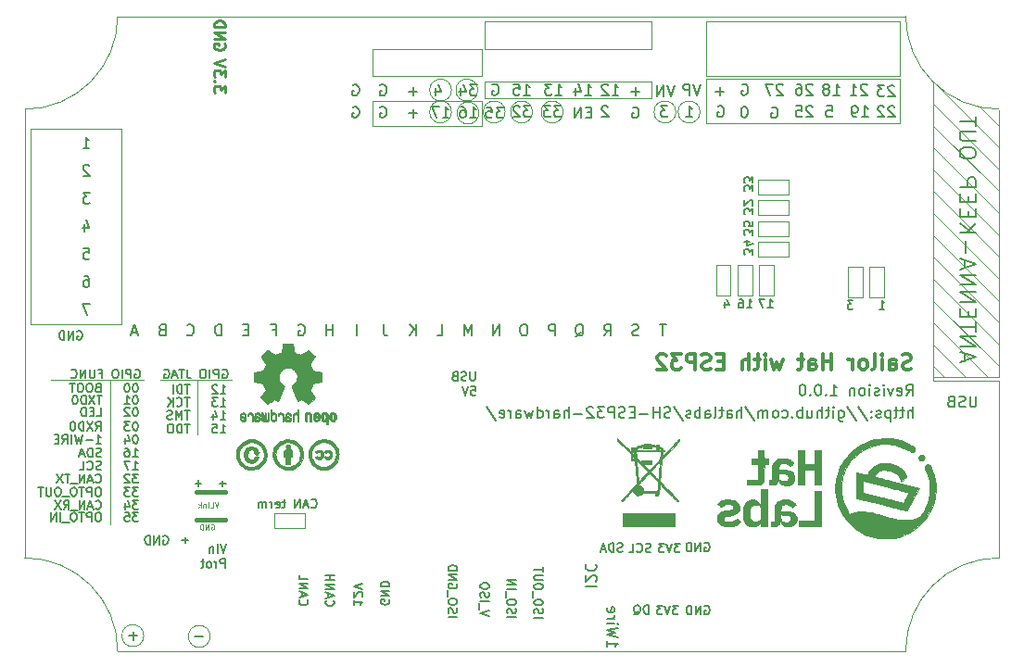
<source format=gbr>
G04 #@! TF.GenerationSoftware,KiCad,Pcbnew,5.1.5+dfsg1-2build2*
G04 #@! TF.CreationDate,2021-04-26T18:34:43+00:00*
G04 #@! TF.ProjectId,SH-ESP32,53482d45-5350-4333-922e-6b696361645f,0.3.1*
G04 #@! TF.SameCoordinates,Original*
G04 #@! TF.FileFunction,Legend,Bot*
G04 #@! TF.FilePolarity,Positive*
%FSLAX46Y46*%
G04 Gerber Fmt 4.6, Leading zero omitted, Abs format (unit mm)*
G04 Created by KiCad (PCBNEW 5.1.5+dfsg1-2build2) date 2021-04-26 18:34:43*
%MOMM*%
%LPD*%
G04 APERTURE LIST*
%ADD10C,0.160000*%
%ADD11C,0.120000*%
G04 #@! TA.AperFunction,Profile*
%ADD12C,0.050000*%
G04 #@! TD*
%ADD13C,0.125000*%
%ADD14C,0.400000*%
%ADD15C,0.100000*%
%ADD16C,0.300000*%
%ADD17C,0.250000*%
%ADD18C,0.010000*%
G04 APERTURE END LIST*
D10*
X99153142Y-92761904D02*
X99076952Y-92761904D01*
X99000761Y-92800000D01*
X98962666Y-92838095D01*
X98924571Y-92914285D01*
X98886476Y-93066666D01*
X98886476Y-93257142D01*
X98924571Y-93409523D01*
X98962666Y-93485714D01*
X99000761Y-93523809D01*
X99076952Y-93561904D01*
X99153142Y-93561904D01*
X99229333Y-93523809D01*
X99267428Y-93485714D01*
X99305523Y-93409523D01*
X99343619Y-93257142D01*
X99343619Y-93066666D01*
X99305523Y-92914285D01*
X99267428Y-92838095D01*
X99229333Y-92800000D01*
X99153142Y-92761904D01*
X98581714Y-92838095D02*
X98543619Y-92800000D01*
X98467428Y-92761904D01*
X98276952Y-92761904D01*
X98200761Y-92800000D01*
X98162666Y-92838095D01*
X98124571Y-92914285D01*
X98124571Y-92990476D01*
X98162666Y-93104761D01*
X98619809Y-93561904D01*
X98124571Y-93561904D01*
X95572190Y-93561904D02*
X95953142Y-93561904D01*
X95953142Y-92761904D01*
X95305523Y-93142857D02*
X95038857Y-93142857D01*
X94924571Y-93561904D02*
X95305523Y-93561904D01*
X95305523Y-92761904D01*
X94924571Y-92761904D01*
X94581714Y-93561904D02*
X94581714Y-92761904D01*
X94391238Y-92761904D01*
X94276952Y-92800000D01*
X94200761Y-92876190D01*
X94162666Y-92952380D01*
X94124571Y-93104761D01*
X94124571Y-93219047D01*
X94162666Y-93371428D01*
X94200761Y-93447619D01*
X94276952Y-93523809D01*
X94391238Y-93561904D01*
X94581714Y-93561904D01*
X99153142Y-90561904D02*
X99076952Y-90561904D01*
X99000761Y-90600000D01*
X98962666Y-90638095D01*
X98924571Y-90714285D01*
X98886476Y-90866666D01*
X98886476Y-91057142D01*
X98924571Y-91209523D01*
X98962666Y-91285714D01*
X99000761Y-91323809D01*
X99076952Y-91361904D01*
X99153142Y-91361904D01*
X99229333Y-91323809D01*
X99267428Y-91285714D01*
X99305523Y-91209523D01*
X99343619Y-91057142D01*
X99343619Y-90866666D01*
X99305523Y-90714285D01*
X99267428Y-90638095D01*
X99229333Y-90600000D01*
X99153142Y-90561904D01*
X98391238Y-90561904D02*
X98315047Y-90561904D01*
X98238857Y-90600000D01*
X98200761Y-90638095D01*
X98162666Y-90714285D01*
X98124571Y-90866666D01*
X98124571Y-91057142D01*
X98162666Y-91209523D01*
X98200761Y-91285714D01*
X98238857Y-91323809D01*
X98315047Y-91361904D01*
X98391238Y-91361904D01*
X98467428Y-91323809D01*
X98505523Y-91285714D01*
X98543619Y-91209523D01*
X98581714Y-91057142D01*
X98581714Y-90866666D01*
X98543619Y-90714285D01*
X98505523Y-90638095D01*
X98467428Y-90600000D01*
X98391238Y-90561904D01*
X95686476Y-90942857D02*
X95572190Y-90980952D01*
X95534095Y-91019047D01*
X95496000Y-91095238D01*
X95496000Y-91209523D01*
X95534095Y-91285714D01*
X95572190Y-91323809D01*
X95648380Y-91361904D01*
X95953142Y-91361904D01*
X95953142Y-90561904D01*
X95686476Y-90561904D01*
X95610285Y-90600000D01*
X95572190Y-90638095D01*
X95534095Y-90714285D01*
X95534095Y-90790476D01*
X95572190Y-90866666D01*
X95610285Y-90904761D01*
X95686476Y-90942857D01*
X95953142Y-90942857D01*
X95000761Y-90561904D02*
X94848380Y-90561904D01*
X94772190Y-90600000D01*
X94696000Y-90676190D01*
X94657904Y-90828571D01*
X94657904Y-91095238D01*
X94696000Y-91247619D01*
X94772190Y-91323809D01*
X94848380Y-91361904D01*
X95000761Y-91361904D01*
X95076952Y-91323809D01*
X95153142Y-91247619D01*
X95191238Y-91095238D01*
X95191238Y-90828571D01*
X95153142Y-90676190D01*
X95076952Y-90600000D01*
X95000761Y-90561904D01*
X94162666Y-90561904D02*
X94010285Y-90561904D01*
X93934095Y-90600000D01*
X93857904Y-90676190D01*
X93819809Y-90828571D01*
X93819809Y-91095238D01*
X93857904Y-91247619D01*
X93934095Y-91323809D01*
X94010285Y-91361904D01*
X94162666Y-91361904D01*
X94238857Y-91323809D01*
X94315047Y-91247619D01*
X94353142Y-91095238D01*
X94353142Y-90828571D01*
X94315047Y-90676190D01*
X94238857Y-90600000D01*
X94162666Y-90561904D01*
X93591238Y-90561904D02*
X93134095Y-90561904D01*
X93362666Y-91361904D02*
X93362666Y-90561904D01*
D11*
X104800000Y-90200000D02*
X104800000Y-95200000D01*
X101400000Y-90200000D02*
X107900000Y-90200000D01*
D10*
X106886476Y-92661904D02*
X107343619Y-92661904D01*
X107115047Y-92661904D02*
X107115047Y-91861904D01*
X107191238Y-91976190D01*
X107267428Y-92052380D01*
X107343619Y-92090476D01*
X106619809Y-91861904D02*
X106124571Y-91861904D01*
X106391238Y-92166666D01*
X106276952Y-92166666D01*
X106200761Y-92204761D01*
X106162666Y-92242857D01*
X106124571Y-92319047D01*
X106124571Y-92509523D01*
X106162666Y-92585714D01*
X106200761Y-92623809D01*
X106276952Y-92661904D01*
X106505523Y-92661904D01*
X106581714Y-92623809D01*
X106619809Y-92585714D01*
X104067428Y-91861904D02*
X103610285Y-91861904D01*
X103838857Y-92661904D02*
X103838857Y-91861904D01*
X102886476Y-92585714D02*
X102924571Y-92623809D01*
X103038857Y-92661904D01*
X103115047Y-92661904D01*
X103229333Y-92623809D01*
X103305523Y-92547619D01*
X103343619Y-92471428D01*
X103381714Y-92319047D01*
X103381714Y-92204761D01*
X103343619Y-92052380D01*
X103305523Y-91976190D01*
X103229333Y-91900000D01*
X103115047Y-91861904D01*
X103038857Y-91861904D01*
X102924571Y-91900000D01*
X102886476Y-91938095D01*
X102543619Y-92661904D02*
X102543619Y-91861904D01*
X102086476Y-92661904D02*
X102429333Y-92204761D01*
X102086476Y-91861904D02*
X102543619Y-92319047D01*
X106886476Y-93861904D02*
X107343619Y-93861904D01*
X107115047Y-93861904D02*
X107115047Y-93061904D01*
X107191238Y-93176190D01*
X107267428Y-93252380D01*
X107343619Y-93290476D01*
X106200761Y-93328571D02*
X106200761Y-93861904D01*
X106391238Y-93023809D02*
X106581714Y-93595238D01*
X106086476Y-93595238D01*
X104067428Y-93061904D02*
X103610285Y-93061904D01*
X103838857Y-93861904D02*
X103838857Y-93061904D01*
X103343619Y-93861904D02*
X103343619Y-93061904D01*
X103076952Y-93633333D01*
X102810285Y-93061904D01*
X102810285Y-93861904D01*
X102467428Y-93823809D02*
X102353142Y-93861904D01*
X102162666Y-93861904D01*
X102086476Y-93823809D01*
X102048380Y-93785714D01*
X102010285Y-93709523D01*
X102010285Y-93633333D01*
X102048380Y-93557142D01*
X102086476Y-93519047D01*
X102162666Y-93480952D01*
X102315047Y-93442857D01*
X102391238Y-93404761D01*
X102429333Y-93366666D01*
X102467428Y-93290476D01*
X102467428Y-93214285D01*
X102429333Y-93138095D01*
X102391238Y-93100000D01*
X102315047Y-93061904D01*
X102124571Y-93061904D01*
X102010285Y-93100000D01*
X106886476Y-95061904D02*
X107343619Y-95061904D01*
X107115047Y-95061904D02*
X107115047Y-94261904D01*
X107191238Y-94376190D01*
X107267428Y-94452380D01*
X107343619Y-94490476D01*
X106162666Y-94261904D02*
X106543619Y-94261904D01*
X106581714Y-94642857D01*
X106543619Y-94604761D01*
X106467428Y-94566666D01*
X106276952Y-94566666D01*
X106200761Y-94604761D01*
X106162666Y-94642857D01*
X106124571Y-94719047D01*
X106124571Y-94909523D01*
X106162666Y-94985714D01*
X106200761Y-95023809D01*
X106276952Y-95061904D01*
X106467428Y-95061904D01*
X106543619Y-95023809D01*
X106581714Y-94985714D01*
X104067428Y-94261904D02*
X103610285Y-94261904D01*
X103838857Y-95061904D02*
X103838857Y-94261904D01*
X103343619Y-95061904D02*
X103343619Y-94261904D01*
X103153142Y-94261904D01*
X103038857Y-94300000D01*
X102962666Y-94376190D01*
X102924571Y-94452380D01*
X102886476Y-94604761D01*
X102886476Y-94719047D01*
X102924571Y-94871428D01*
X102962666Y-94947619D01*
X103038857Y-95023809D01*
X103153142Y-95061904D01*
X103343619Y-95061904D01*
X102391238Y-94261904D02*
X102238857Y-94261904D01*
X102162666Y-94300000D01*
X102086476Y-94376190D01*
X102048380Y-94528571D01*
X102048380Y-94795238D01*
X102086476Y-94947619D01*
X102162666Y-95023809D01*
X102238857Y-95061904D01*
X102391238Y-95061904D01*
X102467428Y-95023809D01*
X102543619Y-94947619D01*
X102581714Y-94795238D01*
X102581714Y-94528571D01*
X102543619Y-94376190D01*
X102467428Y-94300000D01*
X102391238Y-94261904D01*
X106886476Y-91461904D02*
X107343619Y-91461904D01*
X107115047Y-91461904D02*
X107115047Y-90661904D01*
X107191238Y-90776190D01*
X107267428Y-90852380D01*
X107343619Y-90890476D01*
X106581714Y-90738095D02*
X106543619Y-90700000D01*
X106467428Y-90661904D01*
X106276952Y-90661904D01*
X106200761Y-90700000D01*
X106162666Y-90738095D01*
X106124571Y-90814285D01*
X106124571Y-90890476D01*
X106162666Y-91004761D01*
X106619809Y-91461904D01*
X106124571Y-91461904D01*
X104067428Y-90661904D02*
X103610285Y-90661904D01*
X103838857Y-91461904D02*
X103838857Y-90661904D01*
X103343619Y-91461904D02*
X103343619Y-90661904D01*
X103153142Y-90661904D01*
X103038857Y-90700000D01*
X102962666Y-90776190D01*
X102924571Y-90852380D01*
X102886476Y-91004761D01*
X102886476Y-91119047D01*
X102924571Y-91271428D01*
X102962666Y-91347619D01*
X103038857Y-91423809D01*
X103153142Y-91461904D01*
X103343619Y-91461904D01*
X102543619Y-91461904D02*
X102543619Y-90661904D01*
X107086476Y-89300000D02*
X107162666Y-89261904D01*
X107276952Y-89261904D01*
X107391238Y-89300000D01*
X107467428Y-89376190D01*
X107505523Y-89452380D01*
X107543619Y-89604761D01*
X107543619Y-89719047D01*
X107505523Y-89871428D01*
X107467428Y-89947619D01*
X107391238Y-90023809D01*
X107276952Y-90061904D01*
X107200761Y-90061904D01*
X107086476Y-90023809D01*
X107048380Y-89985714D01*
X107048380Y-89719047D01*
X107200761Y-89719047D01*
X106705523Y-90061904D02*
X106705523Y-89261904D01*
X106400761Y-89261904D01*
X106324571Y-89300000D01*
X106286476Y-89338095D01*
X106248380Y-89414285D01*
X106248380Y-89528571D01*
X106286476Y-89604761D01*
X106324571Y-89642857D01*
X106400761Y-89680952D01*
X106705523Y-89680952D01*
X105905523Y-90061904D02*
X105905523Y-89261904D01*
X105372190Y-89261904D02*
X105219809Y-89261904D01*
X105143619Y-89300000D01*
X105067428Y-89376190D01*
X105029333Y-89528571D01*
X105029333Y-89795238D01*
X105067428Y-89947619D01*
X105143619Y-90023809D01*
X105219809Y-90061904D01*
X105372190Y-90061904D01*
X105448380Y-90023809D01*
X105524571Y-89947619D01*
X105562666Y-89795238D01*
X105562666Y-89528571D01*
X105524571Y-89376190D01*
X105448380Y-89300000D01*
X105372190Y-89261904D01*
X103848380Y-89261904D02*
X103848380Y-89833333D01*
X103886476Y-89947619D01*
X103962666Y-90023809D01*
X104076952Y-90061904D01*
X104153142Y-90061904D01*
X103581714Y-89261904D02*
X103124571Y-89261904D01*
X103353142Y-90061904D02*
X103353142Y-89261904D01*
X102896000Y-89833333D02*
X102515047Y-89833333D01*
X102972190Y-90061904D02*
X102705523Y-89261904D01*
X102438857Y-90061904D01*
X101753142Y-89300000D02*
X101829333Y-89261904D01*
X101943619Y-89261904D01*
X102057904Y-89300000D01*
X102134095Y-89376190D01*
X102172190Y-89452380D01*
X102210285Y-89604761D01*
X102210285Y-89719047D01*
X102172190Y-89871428D01*
X102134095Y-89947619D01*
X102057904Y-90023809D01*
X101943619Y-90061904D01*
X101867428Y-90061904D01*
X101753142Y-90023809D01*
X101715047Y-89985714D01*
X101715047Y-89719047D01*
X101867428Y-89719047D01*
X99381714Y-102361904D02*
X98886476Y-102361904D01*
X99153142Y-102666666D01*
X99038857Y-102666666D01*
X98962666Y-102704761D01*
X98924571Y-102742857D01*
X98886476Y-102819047D01*
X98886476Y-103009523D01*
X98924571Y-103085714D01*
X98962666Y-103123809D01*
X99038857Y-103161904D01*
X99267428Y-103161904D01*
X99343619Y-103123809D01*
X99381714Y-103085714D01*
X98162666Y-102361904D02*
X98543619Y-102361904D01*
X98581714Y-102742857D01*
X98543619Y-102704761D01*
X98467428Y-102666666D01*
X98276952Y-102666666D01*
X98200761Y-102704761D01*
X98162666Y-102742857D01*
X98124571Y-102819047D01*
X98124571Y-103009523D01*
X98162666Y-103085714D01*
X98200761Y-103123809D01*
X98276952Y-103161904D01*
X98467428Y-103161904D01*
X98543619Y-103123809D01*
X98581714Y-103085714D01*
X95800761Y-102361904D02*
X95648380Y-102361904D01*
X95572190Y-102400000D01*
X95496000Y-102476190D01*
X95457904Y-102628571D01*
X95457904Y-102895238D01*
X95496000Y-103047619D01*
X95572190Y-103123809D01*
X95648380Y-103161904D01*
X95800761Y-103161904D01*
X95876952Y-103123809D01*
X95953142Y-103047619D01*
X95991238Y-102895238D01*
X95991238Y-102628571D01*
X95953142Y-102476190D01*
X95876952Y-102400000D01*
X95800761Y-102361904D01*
X95115047Y-103161904D02*
X95115047Y-102361904D01*
X94810285Y-102361904D01*
X94734095Y-102400000D01*
X94696000Y-102438095D01*
X94657904Y-102514285D01*
X94657904Y-102628571D01*
X94696000Y-102704761D01*
X94734095Y-102742857D01*
X94810285Y-102780952D01*
X95115047Y-102780952D01*
X94429333Y-102361904D02*
X93972190Y-102361904D01*
X94200761Y-103161904D02*
X94200761Y-102361904D01*
X93553142Y-102361904D02*
X93400761Y-102361904D01*
X93324571Y-102400000D01*
X93248380Y-102476190D01*
X93210285Y-102628571D01*
X93210285Y-102895238D01*
X93248380Y-103047619D01*
X93324571Y-103123809D01*
X93400761Y-103161904D01*
X93553142Y-103161904D01*
X93629333Y-103123809D01*
X93705523Y-103047619D01*
X93743619Y-102895238D01*
X93743619Y-102628571D01*
X93705523Y-102476190D01*
X93629333Y-102400000D01*
X93553142Y-102361904D01*
X93057904Y-103238095D02*
X92448380Y-103238095D01*
X92257904Y-103161904D02*
X92257904Y-102361904D01*
X91876952Y-103161904D02*
X91876952Y-102361904D01*
X91419809Y-103161904D01*
X91419809Y-102361904D01*
D11*
X96800000Y-90200000D02*
X96800000Y-103400000D01*
X91400000Y-90200000D02*
X99900000Y-90200000D01*
D10*
X99086476Y-89300000D02*
X99162666Y-89261904D01*
X99276952Y-89261904D01*
X99391238Y-89300000D01*
X99467428Y-89376190D01*
X99505523Y-89452380D01*
X99543619Y-89604761D01*
X99543619Y-89719047D01*
X99505523Y-89871428D01*
X99467428Y-89947619D01*
X99391238Y-90023809D01*
X99276952Y-90061904D01*
X99200761Y-90061904D01*
X99086476Y-90023809D01*
X99048380Y-89985714D01*
X99048380Y-89719047D01*
X99200761Y-89719047D01*
X98705523Y-90061904D02*
X98705523Y-89261904D01*
X98400761Y-89261904D01*
X98324571Y-89300000D01*
X98286476Y-89338095D01*
X98248380Y-89414285D01*
X98248380Y-89528571D01*
X98286476Y-89604761D01*
X98324571Y-89642857D01*
X98400761Y-89680952D01*
X98705523Y-89680952D01*
X97905523Y-90061904D02*
X97905523Y-89261904D01*
X97372190Y-89261904D02*
X97219809Y-89261904D01*
X97143619Y-89300000D01*
X97067428Y-89376190D01*
X97029333Y-89528571D01*
X97029333Y-89795238D01*
X97067428Y-89947619D01*
X97143619Y-90023809D01*
X97219809Y-90061904D01*
X97372190Y-90061904D01*
X97448380Y-90023809D01*
X97524571Y-89947619D01*
X97562666Y-89795238D01*
X97562666Y-89528571D01*
X97524571Y-89376190D01*
X97448380Y-89300000D01*
X97372190Y-89261904D01*
X95810285Y-89642857D02*
X96076952Y-89642857D01*
X96076952Y-90061904D02*
X96076952Y-89261904D01*
X95696000Y-89261904D01*
X95391238Y-89261904D02*
X95391238Y-89909523D01*
X95353142Y-89985714D01*
X95315047Y-90023809D01*
X95238857Y-90061904D01*
X95086476Y-90061904D01*
X95010285Y-90023809D01*
X94972190Y-89985714D01*
X94934095Y-89909523D01*
X94934095Y-89261904D01*
X94553142Y-90061904D02*
X94553142Y-89261904D01*
X94096000Y-90061904D01*
X94096000Y-89261904D01*
X93257904Y-89985714D02*
X93296000Y-90023809D01*
X93410285Y-90061904D01*
X93486476Y-90061904D01*
X93600761Y-90023809D01*
X93676952Y-89947619D01*
X93715047Y-89871428D01*
X93753142Y-89719047D01*
X93753142Y-89604761D01*
X93715047Y-89452380D01*
X93676952Y-89376190D01*
X93600761Y-89300000D01*
X93486476Y-89261904D01*
X93410285Y-89261904D01*
X93296000Y-89300000D01*
X93257904Y-89338095D01*
X99381714Y-98861904D02*
X98886476Y-98861904D01*
X99153142Y-99166666D01*
X99038857Y-99166666D01*
X98962666Y-99204761D01*
X98924571Y-99242857D01*
X98886476Y-99319047D01*
X98886476Y-99509523D01*
X98924571Y-99585714D01*
X98962666Y-99623809D01*
X99038857Y-99661904D01*
X99267428Y-99661904D01*
X99343619Y-99623809D01*
X99381714Y-99585714D01*
X98581714Y-98938095D02*
X98543619Y-98900000D01*
X98467428Y-98861904D01*
X98276952Y-98861904D01*
X98200761Y-98900000D01*
X98162666Y-98938095D01*
X98124571Y-99014285D01*
X98124571Y-99090476D01*
X98162666Y-99204761D01*
X98619809Y-99661904D01*
X98124571Y-99661904D01*
X95496000Y-99585714D02*
X95534095Y-99623809D01*
X95648380Y-99661904D01*
X95724571Y-99661904D01*
X95838857Y-99623809D01*
X95915047Y-99547619D01*
X95953142Y-99471428D01*
X95991238Y-99319047D01*
X95991238Y-99204761D01*
X95953142Y-99052380D01*
X95915047Y-98976190D01*
X95838857Y-98900000D01*
X95724571Y-98861904D01*
X95648380Y-98861904D01*
X95534095Y-98900000D01*
X95496000Y-98938095D01*
X95191238Y-99433333D02*
X94810285Y-99433333D01*
X95267428Y-99661904D02*
X95000761Y-98861904D01*
X94734095Y-99661904D01*
X94467428Y-99661904D02*
X94467428Y-98861904D01*
X94010285Y-99661904D01*
X94010285Y-98861904D01*
X93819809Y-99738095D02*
X93210285Y-99738095D01*
X93134095Y-98861904D02*
X92676952Y-98861904D01*
X92905523Y-99661904D02*
X92905523Y-98861904D01*
X92486476Y-98861904D02*
X91953142Y-99661904D01*
X91953142Y-98861904D02*
X92486476Y-99661904D01*
X99381714Y-100061904D02*
X98886476Y-100061904D01*
X99153142Y-100366666D01*
X99038857Y-100366666D01*
X98962666Y-100404761D01*
X98924571Y-100442857D01*
X98886476Y-100519047D01*
X98886476Y-100709523D01*
X98924571Y-100785714D01*
X98962666Y-100823809D01*
X99038857Y-100861904D01*
X99267428Y-100861904D01*
X99343619Y-100823809D01*
X99381714Y-100785714D01*
X98619809Y-100061904D02*
X98124571Y-100061904D01*
X98391238Y-100366666D01*
X98276952Y-100366666D01*
X98200761Y-100404761D01*
X98162666Y-100442857D01*
X98124571Y-100519047D01*
X98124571Y-100709523D01*
X98162666Y-100785714D01*
X98200761Y-100823809D01*
X98276952Y-100861904D01*
X98505523Y-100861904D01*
X98581714Y-100823809D01*
X98619809Y-100785714D01*
X95800761Y-100061904D02*
X95648380Y-100061904D01*
X95572190Y-100100000D01*
X95496000Y-100176190D01*
X95457904Y-100328571D01*
X95457904Y-100595238D01*
X95496000Y-100747619D01*
X95572190Y-100823809D01*
X95648380Y-100861904D01*
X95800761Y-100861904D01*
X95876952Y-100823809D01*
X95953142Y-100747619D01*
X95991238Y-100595238D01*
X95991238Y-100328571D01*
X95953142Y-100176190D01*
X95876952Y-100100000D01*
X95800761Y-100061904D01*
X95115047Y-100861904D02*
X95115047Y-100061904D01*
X94810285Y-100061904D01*
X94734095Y-100100000D01*
X94696000Y-100138095D01*
X94657904Y-100214285D01*
X94657904Y-100328571D01*
X94696000Y-100404761D01*
X94734095Y-100442857D01*
X94810285Y-100480952D01*
X95115047Y-100480952D01*
X94429333Y-100061904D02*
X93972190Y-100061904D01*
X94200761Y-100861904D02*
X94200761Y-100061904D01*
X93553142Y-100061904D02*
X93400761Y-100061904D01*
X93324571Y-100100000D01*
X93248380Y-100176190D01*
X93210285Y-100328571D01*
X93210285Y-100595238D01*
X93248380Y-100747619D01*
X93324571Y-100823809D01*
X93400761Y-100861904D01*
X93553142Y-100861904D01*
X93629333Y-100823809D01*
X93705523Y-100747619D01*
X93743619Y-100595238D01*
X93743619Y-100328571D01*
X93705523Y-100176190D01*
X93629333Y-100100000D01*
X93553142Y-100061904D01*
X93057904Y-100938095D02*
X92448380Y-100938095D01*
X92105523Y-100061904D02*
X91953142Y-100061904D01*
X91876952Y-100100000D01*
X91800761Y-100176190D01*
X91762666Y-100328571D01*
X91762666Y-100595238D01*
X91800761Y-100747619D01*
X91876952Y-100823809D01*
X91953142Y-100861904D01*
X92105523Y-100861904D01*
X92181714Y-100823809D01*
X92257904Y-100747619D01*
X92296000Y-100595238D01*
X92296000Y-100328571D01*
X92257904Y-100176190D01*
X92181714Y-100100000D01*
X92105523Y-100061904D01*
X91419809Y-100061904D02*
X91419809Y-100709523D01*
X91381714Y-100785714D01*
X91343619Y-100823809D01*
X91267428Y-100861904D01*
X91115047Y-100861904D01*
X91038857Y-100823809D01*
X91000761Y-100785714D01*
X90962666Y-100709523D01*
X90962666Y-100061904D01*
X90696000Y-100061904D02*
X90238857Y-100061904D01*
X90467428Y-100861904D02*
X90467428Y-100061904D01*
X99381714Y-101261904D02*
X98886476Y-101261904D01*
X99153142Y-101566666D01*
X99038857Y-101566666D01*
X98962666Y-101604761D01*
X98924571Y-101642857D01*
X98886476Y-101719047D01*
X98886476Y-101909523D01*
X98924571Y-101985714D01*
X98962666Y-102023809D01*
X99038857Y-102061904D01*
X99267428Y-102061904D01*
X99343619Y-102023809D01*
X99381714Y-101985714D01*
X98200761Y-101528571D02*
X98200761Y-102061904D01*
X98391238Y-101223809D02*
X98581714Y-101795238D01*
X98086476Y-101795238D01*
X95496000Y-101985714D02*
X95534095Y-102023809D01*
X95648380Y-102061904D01*
X95724571Y-102061904D01*
X95838857Y-102023809D01*
X95915047Y-101947619D01*
X95953142Y-101871428D01*
X95991238Y-101719047D01*
X95991238Y-101604761D01*
X95953142Y-101452380D01*
X95915047Y-101376190D01*
X95838857Y-101300000D01*
X95724571Y-101261904D01*
X95648380Y-101261904D01*
X95534095Y-101300000D01*
X95496000Y-101338095D01*
X95191238Y-101833333D02*
X94810285Y-101833333D01*
X95267428Y-102061904D02*
X95000761Y-101261904D01*
X94734095Y-102061904D01*
X94467428Y-102061904D02*
X94467428Y-101261904D01*
X94010285Y-102061904D01*
X94010285Y-101261904D01*
X93819809Y-102138095D02*
X93210285Y-102138095D01*
X92562666Y-102061904D02*
X92829333Y-101680952D01*
X93019809Y-102061904D02*
X93019809Y-101261904D01*
X92715047Y-101261904D01*
X92638857Y-101300000D01*
X92600761Y-101338095D01*
X92562666Y-101414285D01*
X92562666Y-101528571D01*
X92600761Y-101604761D01*
X92638857Y-101642857D01*
X92715047Y-101680952D01*
X93019809Y-101680952D01*
X92296000Y-101261904D02*
X91762666Y-102061904D01*
X91762666Y-101261904D02*
X92296000Y-102061904D01*
X98886476Y-98461904D02*
X99343619Y-98461904D01*
X99115047Y-98461904D02*
X99115047Y-97661904D01*
X99191238Y-97776190D01*
X99267428Y-97852380D01*
X99343619Y-97890476D01*
X98619809Y-97661904D02*
X98086476Y-97661904D01*
X98429333Y-98461904D01*
X95991238Y-98423809D02*
X95876952Y-98461904D01*
X95686476Y-98461904D01*
X95610285Y-98423809D01*
X95572190Y-98385714D01*
X95534095Y-98309523D01*
X95534095Y-98233333D01*
X95572190Y-98157142D01*
X95610285Y-98119047D01*
X95686476Y-98080952D01*
X95838857Y-98042857D01*
X95915047Y-98004761D01*
X95953142Y-97966666D01*
X95991238Y-97890476D01*
X95991238Y-97814285D01*
X95953142Y-97738095D01*
X95915047Y-97700000D01*
X95838857Y-97661904D01*
X95648380Y-97661904D01*
X95534095Y-97700000D01*
X94734095Y-98385714D02*
X94772190Y-98423809D01*
X94886476Y-98461904D01*
X94962666Y-98461904D01*
X95076952Y-98423809D01*
X95153142Y-98347619D01*
X95191238Y-98271428D01*
X95229333Y-98119047D01*
X95229333Y-98004761D01*
X95191238Y-97852380D01*
X95153142Y-97776190D01*
X95076952Y-97700000D01*
X94962666Y-97661904D01*
X94886476Y-97661904D01*
X94772190Y-97700000D01*
X94734095Y-97738095D01*
X94010285Y-98461904D02*
X94391238Y-98461904D01*
X94391238Y-97661904D01*
X98886476Y-97261904D02*
X99343619Y-97261904D01*
X99115047Y-97261904D02*
X99115047Y-96461904D01*
X99191238Y-96576190D01*
X99267428Y-96652380D01*
X99343619Y-96690476D01*
X98200761Y-96461904D02*
X98353142Y-96461904D01*
X98429333Y-96500000D01*
X98467428Y-96538095D01*
X98543619Y-96652380D01*
X98581714Y-96804761D01*
X98581714Y-97109523D01*
X98543619Y-97185714D01*
X98505523Y-97223809D01*
X98429333Y-97261904D01*
X98276952Y-97261904D01*
X98200761Y-97223809D01*
X98162666Y-97185714D01*
X98124571Y-97109523D01*
X98124571Y-96919047D01*
X98162666Y-96842857D01*
X98200761Y-96804761D01*
X98276952Y-96766666D01*
X98429333Y-96766666D01*
X98505523Y-96804761D01*
X98543619Y-96842857D01*
X98581714Y-96919047D01*
X95991238Y-97223809D02*
X95876952Y-97261904D01*
X95686476Y-97261904D01*
X95610285Y-97223809D01*
X95572190Y-97185714D01*
X95534095Y-97109523D01*
X95534095Y-97033333D01*
X95572190Y-96957142D01*
X95610285Y-96919047D01*
X95686476Y-96880952D01*
X95838857Y-96842857D01*
X95915047Y-96804761D01*
X95953142Y-96766666D01*
X95991238Y-96690476D01*
X95991238Y-96614285D01*
X95953142Y-96538095D01*
X95915047Y-96500000D01*
X95838857Y-96461904D01*
X95648380Y-96461904D01*
X95534095Y-96500000D01*
X95191238Y-97261904D02*
X95191238Y-96461904D01*
X95000761Y-96461904D01*
X94886476Y-96500000D01*
X94810285Y-96576190D01*
X94772190Y-96652380D01*
X94734095Y-96804761D01*
X94734095Y-96919047D01*
X94772190Y-97071428D01*
X94810285Y-97147619D01*
X94886476Y-97223809D01*
X95000761Y-97261904D01*
X95191238Y-97261904D01*
X94429333Y-97033333D02*
X94048380Y-97033333D01*
X94505523Y-97261904D02*
X94238857Y-96461904D01*
X93972190Y-97261904D01*
X99153142Y-95261904D02*
X99076952Y-95261904D01*
X99000761Y-95300000D01*
X98962666Y-95338095D01*
X98924571Y-95414285D01*
X98886476Y-95566666D01*
X98886476Y-95757142D01*
X98924571Y-95909523D01*
X98962666Y-95985714D01*
X99000761Y-96023809D01*
X99076952Y-96061904D01*
X99153142Y-96061904D01*
X99229333Y-96023809D01*
X99267428Y-95985714D01*
X99305523Y-95909523D01*
X99343619Y-95757142D01*
X99343619Y-95566666D01*
X99305523Y-95414285D01*
X99267428Y-95338095D01*
X99229333Y-95300000D01*
X99153142Y-95261904D01*
X98200761Y-95528571D02*
X98200761Y-96061904D01*
X98391238Y-95223809D02*
X98581714Y-95795238D01*
X98086476Y-95795238D01*
X95534095Y-96061904D02*
X95991238Y-96061904D01*
X95762666Y-96061904D02*
X95762666Y-95261904D01*
X95838857Y-95376190D01*
X95915047Y-95452380D01*
X95991238Y-95490476D01*
X95191238Y-95757142D02*
X94581714Y-95757142D01*
X94276952Y-95261904D02*
X94086476Y-96061904D01*
X93934095Y-95490476D01*
X93781714Y-96061904D01*
X93591238Y-95261904D01*
X93286476Y-96061904D02*
X93286476Y-95261904D01*
X92448380Y-96061904D02*
X92715047Y-95680952D01*
X92905523Y-96061904D02*
X92905523Y-95261904D01*
X92600761Y-95261904D01*
X92524571Y-95300000D01*
X92486476Y-95338095D01*
X92448380Y-95414285D01*
X92448380Y-95528571D01*
X92486476Y-95604761D01*
X92524571Y-95642857D01*
X92600761Y-95680952D01*
X92905523Y-95680952D01*
X92105523Y-95642857D02*
X91838857Y-95642857D01*
X91724571Y-96061904D02*
X92105523Y-96061904D01*
X92105523Y-95261904D01*
X91724571Y-95261904D01*
X99153142Y-94061904D02*
X99076952Y-94061904D01*
X99000761Y-94100000D01*
X98962666Y-94138095D01*
X98924571Y-94214285D01*
X98886476Y-94366666D01*
X98886476Y-94557142D01*
X98924571Y-94709523D01*
X98962666Y-94785714D01*
X99000761Y-94823809D01*
X99076952Y-94861904D01*
X99153142Y-94861904D01*
X99229333Y-94823809D01*
X99267428Y-94785714D01*
X99305523Y-94709523D01*
X99343619Y-94557142D01*
X99343619Y-94366666D01*
X99305523Y-94214285D01*
X99267428Y-94138095D01*
X99229333Y-94100000D01*
X99153142Y-94061904D01*
X98619809Y-94061904D02*
X98124571Y-94061904D01*
X98391238Y-94366666D01*
X98276952Y-94366666D01*
X98200761Y-94404761D01*
X98162666Y-94442857D01*
X98124571Y-94519047D01*
X98124571Y-94709523D01*
X98162666Y-94785714D01*
X98200761Y-94823809D01*
X98276952Y-94861904D01*
X98505523Y-94861904D01*
X98581714Y-94823809D01*
X98619809Y-94785714D01*
X95496000Y-94861904D02*
X95762666Y-94480952D01*
X95953142Y-94861904D02*
X95953142Y-94061904D01*
X95648380Y-94061904D01*
X95572190Y-94100000D01*
X95534095Y-94138095D01*
X95496000Y-94214285D01*
X95496000Y-94328571D01*
X95534095Y-94404761D01*
X95572190Y-94442857D01*
X95648380Y-94480952D01*
X95953142Y-94480952D01*
X95229333Y-94061904D02*
X94696000Y-94861904D01*
X94696000Y-94061904D02*
X95229333Y-94861904D01*
X94391238Y-94861904D02*
X94391238Y-94061904D01*
X94200761Y-94061904D01*
X94086476Y-94100000D01*
X94010285Y-94176190D01*
X93972190Y-94252380D01*
X93934095Y-94404761D01*
X93934095Y-94519047D01*
X93972190Y-94671428D01*
X94010285Y-94747619D01*
X94086476Y-94823809D01*
X94200761Y-94861904D01*
X94391238Y-94861904D01*
X93438857Y-94061904D02*
X93362666Y-94061904D01*
X93286476Y-94100000D01*
X93248380Y-94138095D01*
X93210285Y-94214285D01*
X93172190Y-94366666D01*
X93172190Y-94557142D01*
X93210285Y-94709523D01*
X93248380Y-94785714D01*
X93286476Y-94823809D01*
X93362666Y-94861904D01*
X93438857Y-94861904D01*
X93515047Y-94823809D01*
X93553142Y-94785714D01*
X93591238Y-94709523D01*
X93629333Y-94557142D01*
X93629333Y-94366666D01*
X93591238Y-94214285D01*
X93553142Y-94138095D01*
X93515047Y-94100000D01*
X93438857Y-94061904D01*
X99153142Y-91661904D02*
X99076952Y-91661904D01*
X99000761Y-91700000D01*
X98962666Y-91738095D01*
X98924571Y-91814285D01*
X98886476Y-91966666D01*
X98886476Y-92157142D01*
X98924571Y-92309523D01*
X98962666Y-92385714D01*
X99000761Y-92423809D01*
X99076952Y-92461904D01*
X99153142Y-92461904D01*
X99229333Y-92423809D01*
X99267428Y-92385714D01*
X99305523Y-92309523D01*
X99343619Y-92157142D01*
X99343619Y-91966666D01*
X99305523Y-91814285D01*
X99267428Y-91738095D01*
X99229333Y-91700000D01*
X99153142Y-91661904D01*
X98124571Y-92461904D02*
X98581714Y-92461904D01*
X98353142Y-92461904D02*
X98353142Y-91661904D01*
X98429333Y-91776190D01*
X98505523Y-91852380D01*
X98581714Y-91890476D01*
X96067428Y-91661904D02*
X95610285Y-91661904D01*
X95838857Y-92461904D02*
X95838857Y-91661904D01*
X95419809Y-91661904D02*
X94886476Y-92461904D01*
X94886476Y-91661904D02*
X95419809Y-92461904D01*
X94581714Y-92461904D02*
X94581714Y-91661904D01*
X94391238Y-91661904D01*
X94276952Y-91700000D01*
X94200761Y-91776190D01*
X94162666Y-91852380D01*
X94124571Y-92004761D01*
X94124571Y-92119047D01*
X94162666Y-92271428D01*
X94200761Y-92347619D01*
X94276952Y-92423809D01*
X94391238Y-92461904D01*
X94581714Y-92461904D01*
X93629333Y-91661904D02*
X93553142Y-91661904D01*
X93476952Y-91700000D01*
X93438857Y-91738095D01*
X93400761Y-91814285D01*
X93362666Y-91966666D01*
X93362666Y-92157142D01*
X93400761Y-92309523D01*
X93438857Y-92385714D01*
X93476952Y-92423809D01*
X93553142Y-92461904D01*
X93629333Y-92461904D01*
X93705523Y-92423809D01*
X93743619Y-92385714D01*
X93781714Y-92309523D01*
X93819809Y-92157142D01*
X93819809Y-91966666D01*
X93781714Y-91814285D01*
X93743619Y-91738095D01*
X93705523Y-91700000D01*
X93629333Y-91661904D01*
X103383333Y-104850000D02*
X103916666Y-104850000D01*
X103650000Y-105116666D02*
X103650000Y-104583333D01*
X140247619Y-109076190D02*
X141247619Y-109076190D01*
X141152380Y-108647619D02*
X141200000Y-108600000D01*
X141247619Y-108504761D01*
X141247619Y-108266666D01*
X141200000Y-108171428D01*
X141152380Y-108123809D01*
X141057142Y-108076190D01*
X140961904Y-108076190D01*
X140819047Y-108123809D01*
X140247619Y-108695238D01*
X140247619Y-108076190D01*
X140342857Y-107076190D02*
X140295238Y-107123809D01*
X140247619Y-107266666D01*
X140247619Y-107361904D01*
X140295238Y-107504761D01*
X140390476Y-107600000D01*
X140485714Y-107647619D01*
X140676190Y-107695238D01*
X140819047Y-107695238D01*
X141009523Y-107647619D01*
X141104761Y-107600000D01*
X141200000Y-107504761D01*
X141247619Y-107361904D01*
X141247619Y-107266666D01*
X141200000Y-107123809D01*
X141152380Y-107076190D01*
X142227619Y-114081904D02*
X142227619Y-114653333D01*
X142227619Y-114367619D02*
X143227619Y-114367619D01*
X143084761Y-114462857D01*
X142989523Y-114558095D01*
X142941904Y-114653333D01*
X143227619Y-113748571D02*
X142227619Y-113510476D01*
X142941904Y-113320000D01*
X142227619Y-113129523D01*
X143227619Y-112891428D01*
X142227619Y-112510476D02*
X142894285Y-112510476D01*
X143227619Y-112510476D02*
X143180000Y-112558095D01*
X143132380Y-112510476D01*
X143180000Y-112462857D01*
X143227619Y-112510476D01*
X143132380Y-112510476D01*
X142227619Y-112034285D02*
X142894285Y-112034285D01*
X142703809Y-112034285D02*
X142799047Y-111986666D01*
X142846666Y-111939047D01*
X142894285Y-111843809D01*
X142894285Y-111748571D01*
X142275238Y-111034285D02*
X142227619Y-111129523D01*
X142227619Y-111320000D01*
X142275238Y-111415238D01*
X142370476Y-111462857D01*
X142751428Y-111462857D01*
X142846666Y-111415238D01*
X142894285Y-111320000D01*
X142894285Y-111129523D01*
X142846666Y-111034285D01*
X142751428Y-110986666D01*
X142656190Y-110986666D01*
X142560952Y-111462857D01*
D12*
X178000000Y-90300000D02*
X178000000Y-106500000D01*
X172000000Y-90300000D02*
X172000092Y-63020889D01*
X178000000Y-90300000D02*
X172000000Y-90300000D01*
D10*
X175931904Y-91722380D02*
X175931904Y-92531904D01*
X175884285Y-92627142D01*
X175836666Y-92674761D01*
X175741428Y-92722380D01*
X175550952Y-92722380D01*
X175455714Y-92674761D01*
X175408095Y-92627142D01*
X175360476Y-92531904D01*
X175360476Y-91722380D01*
X174931904Y-92674761D02*
X174789047Y-92722380D01*
X174550952Y-92722380D01*
X174455714Y-92674761D01*
X174408095Y-92627142D01*
X174360476Y-92531904D01*
X174360476Y-92436666D01*
X174408095Y-92341428D01*
X174455714Y-92293809D01*
X174550952Y-92246190D01*
X174741428Y-92198571D01*
X174836666Y-92150952D01*
X174884285Y-92103333D01*
X174931904Y-92008095D01*
X174931904Y-91912857D01*
X174884285Y-91817619D01*
X174836666Y-91770000D01*
X174741428Y-91722380D01*
X174503333Y-91722380D01*
X174360476Y-91770000D01*
X173598571Y-92198571D02*
X173455714Y-92246190D01*
X173408095Y-92293809D01*
X173360476Y-92389047D01*
X173360476Y-92531904D01*
X173408095Y-92627142D01*
X173455714Y-92674761D01*
X173550952Y-92722380D01*
X173931904Y-92722380D01*
X173931904Y-91722380D01*
X173598571Y-91722380D01*
X173503333Y-91770000D01*
X173455714Y-91817619D01*
X173408095Y-91912857D01*
X173408095Y-92008095D01*
X173455714Y-92103333D01*
X173503333Y-92150952D01*
X173598571Y-92198571D01*
X173931904Y-92198571D01*
X167086476Y-83761904D02*
X167543619Y-83761904D01*
X167315047Y-83761904D02*
X167315047Y-82961904D01*
X167391238Y-83076190D01*
X167467428Y-83152380D01*
X167543619Y-83190476D01*
X164681714Y-82961904D02*
X164186476Y-82961904D01*
X164453142Y-83266666D01*
X164338857Y-83266666D01*
X164262666Y-83304761D01*
X164224571Y-83342857D01*
X164186476Y-83419047D01*
X164186476Y-83609523D01*
X164224571Y-83685714D01*
X164262666Y-83723809D01*
X164338857Y-83761904D01*
X164567428Y-83761904D01*
X164643619Y-83723809D01*
X164681714Y-83685714D01*
X156886476Y-83661904D02*
X157343619Y-83661904D01*
X157115047Y-83661904D02*
X157115047Y-82861904D01*
X157191238Y-82976190D01*
X157267428Y-83052380D01*
X157343619Y-83090476D01*
X156619809Y-82861904D02*
X156086476Y-82861904D01*
X156429333Y-83661904D01*
X154986476Y-83661904D02*
X155443619Y-83661904D01*
X155215047Y-83661904D02*
X155215047Y-82861904D01*
X155291238Y-82976190D01*
X155367428Y-83052380D01*
X155443619Y-83090476D01*
X154300761Y-82861904D02*
X154453142Y-82861904D01*
X154529333Y-82900000D01*
X154567428Y-82938095D01*
X154643619Y-83052380D01*
X154681714Y-83204761D01*
X154681714Y-83509523D01*
X154643619Y-83585714D01*
X154605523Y-83623809D01*
X154529333Y-83661904D01*
X154376952Y-83661904D01*
X154300761Y-83623809D01*
X154262666Y-83585714D01*
X154224571Y-83509523D01*
X154224571Y-83319047D01*
X154262666Y-83242857D01*
X154300761Y-83204761D01*
X154376952Y-83166666D01*
X154529333Y-83166666D01*
X154605523Y-83204761D01*
X154643619Y-83242857D01*
X154681714Y-83319047D01*
X152962666Y-83128571D02*
X152962666Y-83661904D01*
X153153142Y-82823809D02*
X153343619Y-83395238D01*
X152848380Y-83395238D01*
X155538095Y-78781714D02*
X155538095Y-78286476D01*
X155233333Y-78553142D01*
X155233333Y-78438857D01*
X155195238Y-78362666D01*
X155157142Y-78324571D01*
X155080952Y-78286476D01*
X154890476Y-78286476D01*
X154814285Y-78324571D01*
X154776190Y-78362666D01*
X154738095Y-78438857D01*
X154738095Y-78667428D01*
X154776190Y-78743619D01*
X154814285Y-78781714D01*
X155271428Y-77600761D02*
X154738095Y-77600761D01*
X155576190Y-77791238D02*
X155004761Y-77981714D01*
X155004761Y-77486476D01*
X155538095Y-76981714D02*
X155538095Y-76486476D01*
X155233333Y-76753142D01*
X155233333Y-76638857D01*
X155195238Y-76562666D01*
X155157142Y-76524571D01*
X155080952Y-76486476D01*
X154890476Y-76486476D01*
X154814285Y-76524571D01*
X154776190Y-76562666D01*
X154738095Y-76638857D01*
X154738095Y-76867428D01*
X154776190Y-76943619D01*
X154814285Y-76981714D01*
X155538095Y-75762666D02*
X155538095Y-76143619D01*
X155157142Y-76181714D01*
X155195238Y-76143619D01*
X155233333Y-76067428D01*
X155233333Y-75876952D01*
X155195238Y-75800761D01*
X155157142Y-75762666D01*
X155080952Y-75724571D01*
X154890476Y-75724571D01*
X154814285Y-75762666D01*
X154776190Y-75800761D01*
X154738095Y-75876952D01*
X154738095Y-76067428D01*
X154776190Y-76143619D01*
X154814285Y-76181714D01*
X155538095Y-75081714D02*
X155538095Y-74586476D01*
X155233333Y-74853142D01*
X155233333Y-74738857D01*
X155195238Y-74662666D01*
X155157142Y-74624571D01*
X155080952Y-74586476D01*
X154890476Y-74586476D01*
X154814285Y-74624571D01*
X154776190Y-74662666D01*
X154738095Y-74738857D01*
X154738095Y-74967428D01*
X154776190Y-75043619D01*
X154814285Y-75081714D01*
X155461904Y-74281714D02*
X155500000Y-74243619D01*
X155538095Y-74167428D01*
X155538095Y-73976952D01*
X155500000Y-73900761D01*
X155461904Y-73862666D01*
X155385714Y-73824571D01*
X155309523Y-73824571D01*
X155195238Y-73862666D01*
X154738095Y-74319809D01*
X154738095Y-73824571D01*
D11*
X169000000Y-62500000D02*
X151250000Y-62500000D01*
X169000000Y-57500000D02*
X169000000Y-62500000D01*
X151250000Y-57500000D02*
X169000000Y-57500000D01*
X151250000Y-62500000D02*
X151250000Y-57500000D01*
X131000000Y-57500000D02*
X131000000Y-60000000D01*
X146250000Y-57500000D02*
X131000000Y-57500000D01*
X146250000Y-60000000D02*
X146250000Y-57500000D01*
X131000000Y-60000000D02*
X146250000Y-60000000D01*
X130750000Y-60000000D02*
X120750000Y-60000000D01*
X130750000Y-62500000D02*
X130750000Y-60000000D01*
X120750000Y-62500000D02*
X130750000Y-62500000D01*
X120750000Y-60000000D02*
X120750000Y-62500000D01*
X120750000Y-67000000D02*
X120750000Y-64750000D01*
X130750000Y-67000000D02*
X120750000Y-67000000D01*
X130750000Y-64750000D02*
X130750000Y-67000000D01*
X120750000Y-64750000D02*
X130750000Y-64750000D01*
X169000000Y-62750000D02*
X151250000Y-62750000D01*
X169000000Y-66750000D02*
X169000000Y-62750000D01*
X151250000Y-66750000D02*
X169000000Y-66750000D01*
X151250000Y-62750000D02*
X151250000Y-66750000D01*
X131000000Y-63000000D02*
X131000000Y-64500000D01*
X146250000Y-63000000D02*
X131000000Y-63000000D01*
X146250000Y-64500000D02*
X146250000Y-63000000D01*
X131000000Y-64500000D02*
X146250000Y-64500000D01*
D10*
X157238095Y-65350000D02*
X157333333Y-65302380D01*
X157476190Y-65302380D01*
X157619047Y-65350000D01*
X157714285Y-65445238D01*
X157761904Y-65540476D01*
X157809523Y-65730952D01*
X157809523Y-65873809D01*
X157761904Y-66064285D01*
X157714285Y-66159523D01*
X157619047Y-66254761D01*
X157476190Y-66302380D01*
X157380952Y-66302380D01*
X157238095Y-66254761D01*
X157190476Y-66207142D01*
X157190476Y-65873809D01*
X157380952Y-65873809D01*
X131738095Y-63250000D02*
X131833333Y-63202380D01*
X131976190Y-63202380D01*
X132119047Y-63250000D01*
X132214285Y-63345238D01*
X132261904Y-63440476D01*
X132309523Y-63630952D01*
X132309523Y-63773809D01*
X132261904Y-63964285D01*
X132214285Y-64059523D01*
X132119047Y-64154761D01*
X131976190Y-64202380D01*
X131880952Y-64202380D01*
X131738095Y-64154761D01*
X131690476Y-64107142D01*
X131690476Y-63773809D01*
X131880952Y-63773809D01*
X154538095Y-63250000D02*
X154633333Y-63202380D01*
X154776190Y-63202380D01*
X154919047Y-63250000D01*
X155014285Y-63345238D01*
X155061904Y-63440476D01*
X155109523Y-63630952D01*
X155109523Y-63773809D01*
X155061904Y-63964285D01*
X155014285Y-64059523D01*
X154919047Y-64154761D01*
X154776190Y-64202380D01*
X154680952Y-64202380D01*
X154538095Y-64154761D01*
X154490476Y-64107142D01*
X154490476Y-63773809D01*
X154680952Y-63773809D01*
X152338095Y-65250000D02*
X152433333Y-65202380D01*
X152576190Y-65202380D01*
X152719047Y-65250000D01*
X152814285Y-65345238D01*
X152861904Y-65440476D01*
X152909523Y-65630952D01*
X152909523Y-65773809D01*
X152861904Y-65964285D01*
X152814285Y-66059523D01*
X152719047Y-66154761D01*
X152576190Y-66202380D01*
X152480952Y-66202380D01*
X152338095Y-66154761D01*
X152290476Y-66107142D01*
X152290476Y-65773809D01*
X152480952Y-65773809D01*
X144538095Y-65350000D02*
X144633333Y-65302380D01*
X144776190Y-65302380D01*
X144919047Y-65350000D01*
X145014285Y-65445238D01*
X145061904Y-65540476D01*
X145109523Y-65730952D01*
X145109523Y-65873809D01*
X145061904Y-66064285D01*
X145014285Y-66159523D01*
X144919047Y-66254761D01*
X144776190Y-66302380D01*
X144680952Y-66302380D01*
X144538095Y-66254761D01*
X144490476Y-66207142D01*
X144490476Y-65873809D01*
X144680952Y-65873809D01*
X145180952Y-63871428D02*
X144419047Y-63871428D01*
X144800000Y-64252380D02*
X144800000Y-63490476D01*
D11*
X128000000Y-63750000D02*
G75*
G03X128000000Y-63750000I-1000000J0D01*
G01*
X130400000Y-63750000D02*
G75*
G03X130400000Y-63750000I-1000000J0D01*
G01*
X130500000Y-65850000D02*
G75*
G03X130500000Y-65850000I-1000000J0D01*
G01*
X128000000Y-65750000D02*
G75*
G03X128000000Y-65750000I-1000000J0D01*
G01*
D10*
X124880952Y-65871428D02*
X124119047Y-65871428D01*
X124500000Y-66252380D02*
X124500000Y-65490476D01*
X124880952Y-63871428D02*
X124119047Y-63871428D01*
X124500000Y-64252380D02*
X124500000Y-63490476D01*
X118988095Y-63300000D02*
X119083333Y-63252380D01*
X119226190Y-63252380D01*
X119369047Y-63300000D01*
X119464285Y-63395238D01*
X119511904Y-63490476D01*
X119559523Y-63680952D01*
X119559523Y-63823809D01*
X119511904Y-64014285D01*
X119464285Y-64109523D01*
X119369047Y-64204761D01*
X119226190Y-64252380D01*
X119130952Y-64252380D01*
X118988095Y-64204761D01*
X118940476Y-64157142D01*
X118940476Y-63823809D01*
X119130952Y-63823809D01*
X121488095Y-63300000D02*
X121583333Y-63252380D01*
X121726190Y-63252380D01*
X121869047Y-63300000D01*
X121964285Y-63395238D01*
X122011904Y-63490476D01*
X122059523Y-63680952D01*
X122059523Y-63823809D01*
X122011904Y-64014285D01*
X121964285Y-64109523D01*
X121869047Y-64204761D01*
X121726190Y-64252380D01*
X121630952Y-64252380D01*
X121488095Y-64204761D01*
X121440476Y-64157142D01*
X121440476Y-63823809D01*
X121630952Y-63823809D01*
X152880952Y-63871428D02*
X152119047Y-63871428D01*
X152500000Y-64252380D02*
X152500000Y-63490476D01*
X118988095Y-65300000D02*
X119083333Y-65252380D01*
X119226190Y-65252380D01*
X119369047Y-65300000D01*
X119464285Y-65395238D01*
X119511904Y-65490476D01*
X119559523Y-65680952D01*
X119559523Y-65823809D01*
X119511904Y-66014285D01*
X119464285Y-66109523D01*
X119369047Y-66204761D01*
X119226190Y-66252380D01*
X119130952Y-66252380D01*
X118988095Y-66204761D01*
X118940476Y-66157142D01*
X118940476Y-65823809D01*
X119130952Y-65823809D01*
X126559523Y-63585714D02*
X126559523Y-64252380D01*
X126797619Y-63204761D02*
X127035714Y-63919047D01*
X126416666Y-63919047D01*
X130309523Y-63252380D02*
X129690476Y-63252380D01*
X130023809Y-63633333D01*
X129880952Y-63633333D01*
X129785714Y-63680952D01*
X129738095Y-63728571D01*
X129690476Y-63823809D01*
X129690476Y-64061904D01*
X129738095Y-64157142D01*
X129785714Y-64204761D01*
X129880952Y-64252380D01*
X130166666Y-64252380D01*
X130261904Y-64204761D01*
X130309523Y-64157142D01*
X128833333Y-63585714D02*
X128833333Y-64252380D01*
X129071428Y-63204761D02*
X129309523Y-63919047D01*
X128690476Y-63919047D01*
X127190476Y-66252380D02*
X127761904Y-66252380D01*
X127476190Y-66252380D02*
X127476190Y-65252380D01*
X127571428Y-65395238D01*
X127666666Y-65490476D01*
X127761904Y-65538095D01*
X126857142Y-65252380D02*
X126190476Y-65252380D01*
X126619047Y-66252380D01*
X129690476Y-66252380D02*
X130261904Y-66252380D01*
X129976190Y-66252380D02*
X129976190Y-65252380D01*
X130071428Y-65395238D01*
X130166666Y-65490476D01*
X130261904Y-65538095D01*
X128833333Y-65252380D02*
X129023809Y-65252380D01*
X129119047Y-65300000D01*
X129166666Y-65347619D01*
X129261904Y-65490476D01*
X129309523Y-65680952D01*
X129309523Y-66061904D01*
X129261904Y-66157142D01*
X129214285Y-66204761D01*
X129119047Y-66252380D01*
X128928571Y-66252380D01*
X128833333Y-66204761D01*
X128785714Y-66157142D01*
X128738095Y-66061904D01*
X128738095Y-65823809D01*
X128785714Y-65728571D01*
X128833333Y-65680952D01*
X128928571Y-65633333D01*
X129119047Y-65633333D01*
X129214285Y-65680952D01*
X129261904Y-65728571D01*
X129309523Y-65823809D01*
X121488095Y-65300000D02*
X121583333Y-65252380D01*
X121726190Y-65252380D01*
X121869047Y-65300000D01*
X121964285Y-65395238D01*
X122011904Y-65490476D01*
X122059523Y-65680952D01*
X122059523Y-65823809D01*
X122011904Y-66014285D01*
X121964285Y-66109523D01*
X121869047Y-66204761D01*
X121726190Y-66252380D01*
X121630952Y-66252380D01*
X121488095Y-66204761D01*
X121440476Y-66157142D01*
X121440476Y-65823809D01*
X121630952Y-65823809D01*
X154797619Y-65252380D02*
X154702380Y-65252380D01*
X154607142Y-65300000D01*
X154559523Y-65347619D01*
X154511904Y-65442857D01*
X154464285Y-65633333D01*
X154464285Y-65871428D01*
X154511904Y-66061904D01*
X154559523Y-66157142D01*
X154607142Y-66204761D01*
X154702380Y-66252380D01*
X154797619Y-66252380D01*
X154892857Y-66204761D01*
X154940476Y-66157142D01*
X154988095Y-66061904D01*
X155035714Y-65871428D01*
X155035714Y-65633333D01*
X154988095Y-65442857D01*
X154940476Y-65347619D01*
X154892857Y-65300000D01*
X154797619Y-65252380D01*
X93809523Y-85800000D02*
X93885714Y-85761904D01*
X94000000Y-85761904D01*
X94114285Y-85800000D01*
X94190476Y-85876190D01*
X94228571Y-85952380D01*
X94266666Y-86104761D01*
X94266666Y-86219047D01*
X94228571Y-86371428D01*
X94190476Y-86447619D01*
X94114285Y-86523809D01*
X94000000Y-86561904D01*
X93923809Y-86561904D01*
X93809523Y-86523809D01*
X93771428Y-86485714D01*
X93771428Y-86219047D01*
X93923809Y-86219047D01*
X93428571Y-86561904D02*
X93428571Y-85761904D01*
X92971428Y-86561904D01*
X92971428Y-85761904D01*
X92590476Y-86561904D02*
X92590476Y-85761904D01*
X92400000Y-85761904D01*
X92285714Y-85800000D01*
X92209523Y-85876190D01*
X92171428Y-85952380D01*
X92133333Y-86104761D01*
X92133333Y-86219047D01*
X92171428Y-86371428D01*
X92209523Y-86447619D01*
X92285714Y-86523809D01*
X92400000Y-86561904D01*
X92590476Y-86561904D01*
D12*
X169500000Y-115000000D02*
G75*
G02X178000000Y-106500000I8500000J0D01*
G01*
X89000000Y-106500000D02*
G75*
G02X97500000Y-115000000I0J-8500000D01*
G01*
X172000092Y-63020889D02*
G75*
G02X169500000Y-57000000I5999908J6020889D01*
G01*
X97500000Y-57000000D02*
G75*
G02X89000000Y-65500000I-8500000J0D01*
G01*
D13*
X106044952Y-103445500D02*
X106092571Y-103421690D01*
X106164000Y-103421690D01*
X106235428Y-103445500D01*
X106283047Y-103493119D01*
X106306857Y-103540738D01*
X106330666Y-103635976D01*
X106330666Y-103707404D01*
X106306857Y-103802642D01*
X106283047Y-103850261D01*
X106235428Y-103897880D01*
X106164000Y-103921690D01*
X106116380Y-103921690D01*
X106044952Y-103897880D01*
X106021142Y-103874071D01*
X106021142Y-103707404D01*
X106116380Y-103707404D01*
X105806857Y-103921690D02*
X105806857Y-103421690D01*
X105521142Y-103921690D01*
X105521142Y-103421690D01*
X105283047Y-103921690D02*
X105283047Y-103421690D01*
X105164000Y-103421690D01*
X105092571Y-103445500D01*
X105044952Y-103493119D01*
X105021142Y-103540738D01*
X104997333Y-103635976D01*
X104997333Y-103707404D01*
X105021142Y-103802642D01*
X105044952Y-103850261D01*
X105092571Y-103897880D01*
X105164000Y-103921690D01*
X105283047Y-103921690D01*
D10*
X115194476Y-101835714D02*
X115232571Y-101873809D01*
X115346857Y-101911904D01*
X115423047Y-101911904D01*
X115537333Y-101873809D01*
X115613523Y-101797619D01*
X115651619Y-101721428D01*
X115689714Y-101569047D01*
X115689714Y-101454761D01*
X115651619Y-101302380D01*
X115613523Y-101226190D01*
X115537333Y-101150000D01*
X115423047Y-101111904D01*
X115346857Y-101111904D01*
X115232571Y-101150000D01*
X115194476Y-101188095D01*
X114889714Y-101683333D02*
X114508761Y-101683333D01*
X114965904Y-101911904D02*
X114699238Y-101111904D01*
X114432571Y-101911904D01*
X114165904Y-101911904D02*
X114165904Y-101111904D01*
X113708761Y-101911904D01*
X113708761Y-101111904D01*
X112832571Y-101378571D02*
X112527809Y-101378571D01*
X112718285Y-101111904D02*
X112718285Y-101797619D01*
X112680190Y-101873809D01*
X112604000Y-101911904D01*
X112527809Y-101911904D01*
X111956380Y-101873809D02*
X112032571Y-101911904D01*
X112184952Y-101911904D01*
X112261142Y-101873809D01*
X112299238Y-101797619D01*
X112299238Y-101492857D01*
X112261142Y-101416666D01*
X112184952Y-101378571D01*
X112032571Y-101378571D01*
X111956380Y-101416666D01*
X111918285Y-101492857D01*
X111918285Y-101569047D01*
X112299238Y-101645238D01*
X111575428Y-101911904D02*
X111575428Y-101378571D01*
X111575428Y-101530952D02*
X111537333Y-101454761D01*
X111499238Y-101416666D01*
X111423047Y-101378571D01*
X111346857Y-101378571D01*
X111080190Y-101911904D02*
X111080190Y-101378571D01*
X111080190Y-101454761D02*
X111042095Y-101416666D01*
X110965904Y-101378571D01*
X110851619Y-101378571D01*
X110775428Y-101416666D01*
X110737333Y-101492857D01*
X110737333Y-101911904D01*
X110737333Y-101492857D02*
X110699238Y-101416666D01*
X110623047Y-101378571D01*
X110508761Y-101378571D01*
X110432571Y-101416666D01*
X110394476Y-101492857D01*
X110394476Y-101911904D01*
X130155523Y-89481904D02*
X130155523Y-90129523D01*
X130117428Y-90205714D01*
X130079333Y-90243809D01*
X130003142Y-90281904D01*
X129850761Y-90281904D01*
X129774571Y-90243809D01*
X129736476Y-90205714D01*
X129698380Y-90129523D01*
X129698380Y-89481904D01*
X129355523Y-90243809D02*
X129241238Y-90281904D01*
X129050761Y-90281904D01*
X128974571Y-90243809D01*
X128936476Y-90205714D01*
X128898380Y-90129523D01*
X128898380Y-90053333D01*
X128936476Y-89977142D01*
X128974571Y-89939047D01*
X129050761Y-89900952D01*
X129203142Y-89862857D01*
X129279333Y-89824761D01*
X129317428Y-89786666D01*
X129355523Y-89710476D01*
X129355523Y-89634285D01*
X129317428Y-89558095D01*
X129279333Y-89520000D01*
X129203142Y-89481904D01*
X129012666Y-89481904D01*
X128898380Y-89520000D01*
X128288857Y-89862857D02*
X128174571Y-89900952D01*
X128136476Y-89939047D01*
X128098380Y-90015238D01*
X128098380Y-90129523D01*
X128136476Y-90205714D01*
X128174571Y-90243809D01*
X128250761Y-90281904D01*
X128555523Y-90281904D01*
X128555523Y-89481904D01*
X128288857Y-89481904D01*
X128212666Y-89520000D01*
X128174571Y-89558095D01*
X128136476Y-89634285D01*
X128136476Y-89710476D01*
X128174571Y-89786666D01*
X128212666Y-89824761D01*
X128288857Y-89862857D01*
X128555523Y-89862857D01*
X129774571Y-90841904D02*
X130155523Y-90841904D01*
X130193619Y-91222857D01*
X130155523Y-91184761D01*
X130079333Y-91146666D01*
X129888857Y-91146666D01*
X129812666Y-91184761D01*
X129774571Y-91222857D01*
X129736476Y-91299047D01*
X129736476Y-91489523D01*
X129774571Y-91565714D01*
X129812666Y-91603809D01*
X129888857Y-91641904D01*
X130079333Y-91641904D01*
X130155523Y-91603809D01*
X130193619Y-91565714D01*
X129507904Y-90841904D02*
X129241238Y-91641904D01*
X128974571Y-90841904D01*
X101659523Y-104500000D02*
X101735714Y-104461904D01*
X101850000Y-104461904D01*
X101964285Y-104500000D01*
X102040476Y-104576190D01*
X102078571Y-104652380D01*
X102116666Y-104804761D01*
X102116666Y-104919047D01*
X102078571Y-105071428D01*
X102040476Y-105147619D01*
X101964285Y-105223809D01*
X101850000Y-105261904D01*
X101773809Y-105261904D01*
X101659523Y-105223809D01*
X101621428Y-105185714D01*
X101621428Y-104919047D01*
X101773809Y-104919047D01*
X101278571Y-105261904D02*
X101278571Y-104461904D01*
X100821428Y-105261904D01*
X100821428Y-104461904D01*
X100440476Y-105261904D02*
X100440476Y-104461904D01*
X100250000Y-104461904D01*
X100135714Y-104500000D01*
X100059523Y-104576190D01*
X100021428Y-104652380D01*
X99983333Y-104804761D01*
X99983333Y-104919047D01*
X100021428Y-105071428D01*
X100059523Y-105147619D01*
X100135714Y-105223809D01*
X100250000Y-105261904D01*
X100440476Y-105261904D01*
X107419809Y-105231904D02*
X107153142Y-106031904D01*
X106886476Y-105231904D01*
X106619809Y-106031904D02*
X106619809Y-105231904D01*
X106238857Y-105498571D02*
X106238857Y-106031904D01*
X106238857Y-105574761D02*
X106200761Y-105536666D01*
X106124571Y-105498571D01*
X106010285Y-105498571D01*
X105934095Y-105536666D01*
X105896000Y-105612857D01*
X105896000Y-106031904D01*
X107305523Y-107391904D02*
X107305523Y-106591904D01*
X107000761Y-106591904D01*
X106924571Y-106630000D01*
X106886476Y-106668095D01*
X106848380Y-106744285D01*
X106848380Y-106858571D01*
X106886476Y-106934761D01*
X106924571Y-106972857D01*
X107000761Y-107010952D01*
X107305523Y-107010952D01*
X106505523Y-107391904D02*
X106505523Y-106858571D01*
X106505523Y-107010952D02*
X106467428Y-106934761D01*
X106429333Y-106896666D01*
X106353142Y-106858571D01*
X106276952Y-106858571D01*
X105896000Y-107391904D02*
X105972190Y-107353809D01*
X106010285Y-107315714D01*
X106048380Y-107239523D01*
X106048380Y-107010952D01*
X106010285Y-106934761D01*
X105972190Y-106896666D01*
X105896000Y-106858571D01*
X105781714Y-106858571D01*
X105705523Y-106896666D01*
X105667428Y-106934761D01*
X105629333Y-107010952D01*
X105629333Y-107239523D01*
X105667428Y-107315714D01*
X105705523Y-107353809D01*
X105781714Y-107391904D01*
X105896000Y-107391904D01*
X105400761Y-106858571D02*
X105096000Y-106858571D01*
X105286476Y-106591904D02*
X105286476Y-107277619D01*
X105248380Y-107353809D01*
X105172190Y-107391904D01*
X105096000Y-107391904D01*
X135538095Y-111947619D02*
X136338095Y-111947619D01*
X135576190Y-111604761D02*
X135538095Y-111490476D01*
X135538095Y-111300000D01*
X135576190Y-111223809D01*
X135614285Y-111185714D01*
X135690476Y-111147619D01*
X135766666Y-111147619D01*
X135842857Y-111185714D01*
X135880952Y-111223809D01*
X135919047Y-111300000D01*
X135957142Y-111452380D01*
X135995238Y-111528571D01*
X136033333Y-111566666D01*
X136109523Y-111604761D01*
X136185714Y-111604761D01*
X136261904Y-111566666D01*
X136300000Y-111528571D01*
X136338095Y-111452380D01*
X136338095Y-111261904D01*
X136300000Y-111147619D01*
X136338095Y-110652380D02*
X136338095Y-110500000D01*
X136300000Y-110423809D01*
X136223809Y-110347619D01*
X136071428Y-110309523D01*
X135804761Y-110309523D01*
X135652380Y-110347619D01*
X135576190Y-110423809D01*
X135538095Y-110500000D01*
X135538095Y-110652380D01*
X135576190Y-110728571D01*
X135652380Y-110804761D01*
X135804761Y-110842857D01*
X136071428Y-110842857D01*
X136223809Y-110804761D01*
X136300000Y-110728571D01*
X136338095Y-110652380D01*
X135461904Y-110157142D02*
X135461904Y-109547619D01*
X136338095Y-109204761D02*
X136338095Y-109052380D01*
X136300000Y-108976190D01*
X136223809Y-108900000D01*
X136071428Y-108861904D01*
X135804761Y-108861904D01*
X135652380Y-108900000D01*
X135576190Y-108976190D01*
X135538095Y-109052380D01*
X135538095Y-109204761D01*
X135576190Y-109280952D01*
X135652380Y-109357142D01*
X135804761Y-109395238D01*
X136071428Y-109395238D01*
X136223809Y-109357142D01*
X136300000Y-109280952D01*
X136338095Y-109204761D01*
X136338095Y-108519047D02*
X135690476Y-108519047D01*
X135614285Y-108480952D01*
X135576190Y-108442857D01*
X135538095Y-108366666D01*
X135538095Y-108214285D01*
X135576190Y-108138095D01*
X135614285Y-108100000D01*
X135690476Y-108061904D01*
X136338095Y-108061904D01*
X136338095Y-107795238D02*
X136338095Y-107338095D01*
X135538095Y-107566666D02*
X136338095Y-107566666D01*
X133088095Y-111914285D02*
X133888095Y-111914285D01*
X133126190Y-111571428D02*
X133088095Y-111457142D01*
X133088095Y-111266666D01*
X133126190Y-111190476D01*
X133164285Y-111152380D01*
X133240476Y-111114285D01*
X133316666Y-111114285D01*
X133392857Y-111152380D01*
X133430952Y-111190476D01*
X133469047Y-111266666D01*
X133507142Y-111419047D01*
X133545238Y-111495238D01*
X133583333Y-111533333D01*
X133659523Y-111571428D01*
X133735714Y-111571428D01*
X133811904Y-111533333D01*
X133850000Y-111495238D01*
X133888095Y-111419047D01*
X133888095Y-111228571D01*
X133850000Y-111114285D01*
X133888095Y-110619047D02*
X133888095Y-110466666D01*
X133850000Y-110390476D01*
X133773809Y-110314285D01*
X133621428Y-110276190D01*
X133354761Y-110276190D01*
X133202380Y-110314285D01*
X133126190Y-110390476D01*
X133088095Y-110466666D01*
X133088095Y-110619047D01*
X133126190Y-110695238D01*
X133202380Y-110771428D01*
X133354761Y-110809523D01*
X133621428Y-110809523D01*
X133773809Y-110771428D01*
X133850000Y-110695238D01*
X133888095Y-110619047D01*
X133011904Y-110123809D02*
X133011904Y-109514285D01*
X133088095Y-109323809D02*
X133888095Y-109323809D01*
X133088095Y-108942857D02*
X133888095Y-108942857D01*
X133088095Y-108485714D01*
X133888095Y-108485714D01*
X131438095Y-111861904D02*
X130638095Y-111595238D01*
X131438095Y-111328571D01*
X130561904Y-111252380D02*
X130561904Y-110642857D01*
X130638095Y-110452380D02*
X131438095Y-110452380D01*
X130676190Y-110109523D02*
X130638095Y-109995238D01*
X130638095Y-109804761D01*
X130676190Y-109728571D01*
X130714285Y-109690476D01*
X130790476Y-109652380D01*
X130866666Y-109652380D01*
X130942857Y-109690476D01*
X130980952Y-109728571D01*
X131019047Y-109804761D01*
X131057142Y-109957142D01*
X131095238Y-110033333D01*
X131133333Y-110071428D01*
X131209523Y-110109523D01*
X131285714Y-110109523D01*
X131361904Y-110071428D01*
X131400000Y-110033333D01*
X131438095Y-109957142D01*
X131438095Y-109766666D01*
X131400000Y-109652380D01*
X131438095Y-109157142D02*
X131438095Y-109004761D01*
X131400000Y-108928571D01*
X131323809Y-108852380D01*
X131171428Y-108814285D01*
X130904761Y-108814285D01*
X130752380Y-108852380D01*
X130676190Y-108928571D01*
X130638095Y-109004761D01*
X130638095Y-109157142D01*
X130676190Y-109233333D01*
X130752380Y-109309523D01*
X130904761Y-109347619D01*
X131171428Y-109347619D01*
X131323809Y-109309523D01*
X131400000Y-109233333D01*
X131438095Y-109157142D01*
X127688095Y-111873809D02*
X128488095Y-111873809D01*
X127726190Y-111530952D02*
X127688095Y-111416666D01*
X127688095Y-111226190D01*
X127726190Y-111150000D01*
X127764285Y-111111904D01*
X127840476Y-111073809D01*
X127916666Y-111073809D01*
X127992857Y-111111904D01*
X128030952Y-111150000D01*
X128069047Y-111226190D01*
X128107142Y-111378571D01*
X128145238Y-111454761D01*
X128183333Y-111492857D01*
X128259523Y-111530952D01*
X128335714Y-111530952D01*
X128411904Y-111492857D01*
X128450000Y-111454761D01*
X128488095Y-111378571D01*
X128488095Y-111188095D01*
X128450000Y-111073809D01*
X128488095Y-110578571D02*
X128488095Y-110426190D01*
X128450000Y-110350000D01*
X128373809Y-110273809D01*
X128221428Y-110235714D01*
X127954761Y-110235714D01*
X127802380Y-110273809D01*
X127726190Y-110350000D01*
X127688095Y-110426190D01*
X127688095Y-110578571D01*
X127726190Y-110654761D01*
X127802380Y-110730952D01*
X127954761Y-110769047D01*
X128221428Y-110769047D01*
X128373809Y-110730952D01*
X128450000Y-110654761D01*
X128488095Y-110578571D01*
X127611904Y-110083333D02*
X127611904Y-109473809D01*
X128450000Y-108864285D02*
X128488095Y-108940476D01*
X128488095Y-109054761D01*
X128450000Y-109169047D01*
X128373809Y-109245238D01*
X128297619Y-109283333D01*
X128145238Y-109321428D01*
X128030952Y-109321428D01*
X127878571Y-109283333D01*
X127802380Y-109245238D01*
X127726190Y-109169047D01*
X127688095Y-109054761D01*
X127688095Y-108978571D01*
X127726190Y-108864285D01*
X127764285Y-108826190D01*
X128030952Y-108826190D01*
X128030952Y-108978571D01*
X127688095Y-108483333D02*
X128488095Y-108483333D01*
X127688095Y-108026190D01*
X128488095Y-108026190D01*
X127688095Y-107645238D02*
X128488095Y-107645238D01*
X128488095Y-107454761D01*
X128450000Y-107340476D01*
X128373809Y-107264285D01*
X128297619Y-107226190D01*
X128145238Y-107188095D01*
X128030952Y-107188095D01*
X127878571Y-107226190D01*
X127802380Y-107264285D01*
X127726190Y-107340476D01*
X127688095Y-107454761D01*
X127688095Y-107645238D01*
X145978571Y-111611904D02*
X145978571Y-110811904D01*
X145788095Y-110811904D01*
X145673809Y-110850000D01*
X145597619Y-110926190D01*
X145559523Y-111002380D01*
X145521428Y-111154761D01*
X145521428Y-111269047D01*
X145559523Y-111421428D01*
X145597619Y-111497619D01*
X145673809Y-111573809D01*
X145788095Y-111611904D01*
X145978571Y-111611904D01*
X144645238Y-111688095D02*
X144721428Y-111650000D01*
X144797619Y-111573809D01*
X144911904Y-111459523D01*
X144988095Y-111421428D01*
X145064285Y-111421428D01*
X145026190Y-111611904D02*
X145102380Y-111573809D01*
X145178571Y-111497619D01*
X145216666Y-111345238D01*
X145216666Y-111078571D01*
X145178571Y-110926190D01*
X145102380Y-110850000D01*
X145026190Y-110811904D01*
X144873809Y-110811904D01*
X144797619Y-110850000D01*
X144721428Y-110926190D01*
X144683333Y-111078571D01*
X144683333Y-111345238D01*
X144721428Y-111497619D01*
X144797619Y-111573809D01*
X144873809Y-111611904D01*
X145026190Y-111611904D01*
X148690476Y-110851904D02*
X148195238Y-110851904D01*
X148461904Y-111156666D01*
X148347619Y-111156666D01*
X148271428Y-111194761D01*
X148233333Y-111232857D01*
X148195238Y-111309047D01*
X148195238Y-111499523D01*
X148233333Y-111575714D01*
X148271428Y-111613809D01*
X148347619Y-111651904D01*
X148576190Y-111651904D01*
X148652380Y-111613809D01*
X148690476Y-111575714D01*
X147966666Y-110851904D02*
X147700000Y-111651904D01*
X147433333Y-110851904D01*
X147242857Y-110851904D02*
X146747619Y-110851904D01*
X147014285Y-111156666D01*
X146900000Y-111156666D01*
X146823809Y-111194761D01*
X146785714Y-111232857D01*
X146747619Y-111309047D01*
X146747619Y-111499523D01*
X146785714Y-111575714D01*
X146823809Y-111613809D01*
X146900000Y-111651904D01*
X147128571Y-111651904D01*
X147204761Y-111613809D01*
X147242857Y-111575714D01*
X151129523Y-110900000D02*
X151205714Y-110861904D01*
X151320000Y-110861904D01*
X151434285Y-110900000D01*
X151510476Y-110976190D01*
X151548571Y-111052380D01*
X151586666Y-111204761D01*
X151586666Y-111319047D01*
X151548571Y-111471428D01*
X151510476Y-111547619D01*
X151434285Y-111623809D01*
X151320000Y-111661904D01*
X151243809Y-111661904D01*
X151129523Y-111623809D01*
X151091428Y-111585714D01*
X151091428Y-111319047D01*
X151243809Y-111319047D01*
X150748571Y-111661904D02*
X150748571Y-110861904D01*
X150291428Y-111661904D01*
X150291428Y-110861904D01*
X149910476Y-111661904D02*
X149910476Y-110861904D01*
X149720000Y-110861904D01*
X149605714Y-110900000D01*
X149529523Y-110976190D01*
X149491428Y-111052380D01*
X149453333Y-111204761D01*
X149453333Y-111319047D01*
X149491428Y-111471428D01*
X149529523Y-111547619D01*
X149605714Y-111623809D01*
X149720000Y-111661904D01*
X149910476Y-111661904D01*
X151119523Y-105130000D02*
X151195714Y-105091904D01*
X151310000Y-105091904D01*
X151424285Y-105130000D01*
X151500476Y-105206190D01*
X151538571Y-105282380D01*
X151576666Y-105434761D01*
X151576666Y-105549047D01*
X151538571Y-105701428D01*
X151500476Y-105777619D01*
X151424285Y-105853809D01*
X151310000Y-105891904D01*
X151233809Y-105891904D01*
X151119523Y-105853809D01*
X151081428Y-105815714D01*
X151081428Y-105549047D01*
X151233809Y-105549047D01*
X150738571Y-105891904D02*
X150738571Y-105091904D01*
X150281428Y-105891904D01*
X150281428Y-105091904D01*
X149900476Y-105891904D02*
X149900476Y-105091904D01*
X149710000Y-105091904D01*
X149595714Y-105130000D01*
X149519523Y-105206190D01*
X149481428Y-105282380D01*
X149443333Y-105434761D01*
X149443333Y-105549047D01*
X149481428Y-105701428D01*
X149519523Y-105777619D01*
X149595714Y-105853809D01*
X149710000Y-105891904D01*
X149900476Y-105891904D01*
X148860476Y-105201904D02*
X148365238Y-105201904D01*
X148631904Y-105506666D01*
X148517619Y-105506666D01*
X148441428Y-105544761D01*
X148403333Y-105582857D01*
X148365238Y-105659047D01*
X148365238Y-105849523D01*
X148403333Y-105925714D01*
X148441428Y-105963809D01*
X148517619Y-106001904D01*
X148746190Y-106001904D01*
X148822380Y-105963809D01*
X148860476Y-105925714D01*
X148136666Y-105201904D02*
X147870000Y-106001904D01*
X147603333Y-105201904D01*
X147412857Y-105201904D02*
X146917619Y-105201904D01*
X147184285Y-105506666D01*
X147070000Y-105506666D01*
X146993809Y-105544761D01*
X146955714Y-105582857D01*
X146917619Y-105659047D01*
X146917619Y-105849523D01*
X146955714Y-105925714D01*
X146993809Y-105963809D01*
X147070000Y-106001904D01*
X147298571Y-106001904D01*
X147374761Y-105963809D01*
X147412857Y-105925714D01*
X143621428Y-105903809D02*
X143507142Y-105941904D01*
X143316666Y-105941904D01*
X143240476Y-105903809D01*
X143202380Y-105865714D01*
X143164285Y-105789523D01*
X143164285Y-105713333D01*
X143202380Y-105637142D01*
X143240476Y-105599047D01*
X143316666Y-105560952D01*
X143469047Y-105522857D01*
X143545238Y-105484761D01*
X143583333Y-105446666D01*
X143621428Y-105370476D01*
X143621428Y-105294285D01*
X143583333Y-105218095D01*
X143545238Y-105180000D01*
X143469047Y-105141904D01*
X143278571Y-105141904D01*
X143164285Y-105180000D01*
X142821428Y-105941904D02*
X142821428Y-105141904D01*
X142630952Y-105141904D01*
X142516666Y-105180000D01*
X142440476Y-105256190D01*
X142402380Y-105332380D01*
X142364285Y-105484761D01*
X142364285Y-105599047D01*
X142402380Y-105751428D01*
X142440476Y-105827619D01*
X142516666Y-105903809D01*
X142630952Y-105941904D01*
X142821428Y-105941904D01*
X142059523Y-105713333D02*
X141678571Y-105713333D01*
X142135714Y-105941904D02*
X141869047Y-105141904D01*
X141602380Y-105941904D01*
X146202380Y-105943809D02*
X146088095Y-105981904D01*
X145897619Y-105981904D01*
X145821428Y-105943809D01*
X145783333Y-105905714D01*
X145745238Y-105829523D01*
X145745238Y-105753333D01*
X145783333Y-105677142D01*
X145821428Y-105639047D01*
X145897619Y-105600952D01*
X146050000Y-105562857D01*
X146126190Y-105524761D01*
X146164285Y-105486666D01*
X146202380Y-105410476D01*
X146202380Y-105334285D01*
X146164285Y-105258095D01*
X146126190Y-105220000D01*
X146050000Y-105181904D01*
X145859523Y-105181904D01*
X145745238Y-105220000D01*
X144945238Y-105905714D02*
X144983333Y-105943809D01*
X145097619Y-105981904D01*
X145173809Y-105981904D01*
X145288095Y-105943809D01*
X145364285Y-105867619D01*
X145402380Y-105791428D01*
X145440476Y-105639047D01*
X145440476Y-105524761D01*
X145402380Y-105372380D01*
X145364285Y-105296190D01*
X145288095Y-105220000D01*
X145173809Y-105181904D01*
X145097619Y-105181904D01*
X144983333Y-105220000D01*
X144945238Y-105258095D01*
X144221428Y-105981904D02*
X144602380Y-105981904D01*
X144602380Y-105181904D01*
X107366666Y-99700000D02*
X106833333Y-99700000D01*
X107100000Y-99966666D02*
X107100000Y-99433333D01*
X104604333Y-99681500D02*
X105137666Y-99681500D01*
X104871000Y-99948166D02*
X104871000Y-99414833D01*
D13*
X106686166Y-101404190D02*
X106519500Y-101904190D01*
X106352833Y-101404190D01*
X105948071Y-101904190D02*
X106186166Y-101904190D01*
X106186166Y-101404190D01*
X105781404Y-101904190D02*
X105781404Y-101570857D01*
X105781404Y-101404190D02*
X105805214Y-101428000D01*
X105781404Y-101451809D01*
X105757595Y-101428000D01*
X105781404Y-101404190D01*
X105781404Y-101451809D01*
X105543309Y-101570857D02*
X105543309Y-101904190D01*
X105543309Y-101618476D02*
X105519500Y-101594666D01*
X105471880Y-101570857D01*
X105400452Y-101570857D01*
X105352833Y-101594666D01*
X105329023Y-101642285D01*
X105329023Y-101904190D01*
X105090928Y-101904190D02*
X105090928Y-101404190D01*
X105043309Y-101713714D02*
X104900452Y-101904190D01*
X104900452Y-101570857D02*
X105090928Y-101761333D01*
D14*
X104678500Y-100483500D02*
X107300000Y-100483500D01*
X104678500Y-103000000D02*
X107300000Y-103000000D01*
D15*
X178000000Y-65485281D02*
G75*
G02X172000000Y-63000000I0J8485281D01*
G01*
D10*
X174850000Y-88507142D02*
X174850000Y-87792857D01*
X174421428Y-88650000D02*
X175921428Y-88150000D01*
X174421428Y-87650000D01*
X174421428Y-87150000D02*
X175921428Y-87150000D01*
X174421428Y-86292857D01*
X175921428Y-86292857D01*
X175921428Y-85792857D02*
X175921428Y-84935714D01*
X174421428Y-85364285D02*
X175921428Y-85364285D01*
X175207142Y-84435714D02*
X175207142Y-83935714D01*
X174421428Y-83721428D02*
X174421428Y-84435714D01*
X175921428Y-84435714D01*
X175921428Y-83721428D01*
X174421428Y-83078571D02*
X175921428Y-83078571D01*
X174421428Y-82221428D01*
X175921428Y-82221428D01*
X174421428Y-81507142D02*
X175921428Y-81507142D01*
X174421428Y-80650000D01*
X175921428Y-80650000D01*
X174850000Y-80007142D02*
X174850000Y-79292857D01*
X174421428Y-80150000D02*
X175921428Y-79650000D01*
X174421428Y-79150000D01*
X174992857Y-78650000D02*
X174992857Y-77507142D01*
X174421428Y-76792857D02*
X175921428Y-76792857D01*
X174421428Y-75935714D02*
X175278571Y-76578571D01*
X175921428Y-75935714D02*
X175064285Y-76792857D01*
X175207142Y-75292857D02*
X175207142Y-74792857D01*
X174421428Y-74578571D02*
X174421428Y-75292857D01*
X175921428Y-75292857D01*
X175921428Y-74578571D01*
X175207142Y-73935714D02*
X175207142Y-73435714D01*
X174421428Y-73221428D02*
X174421428Y-73935714D01*
X175921428Y-73935714D01*
X175921428Y-73221428D01*
X174421428Y-72578571D02*
X175921428Y-72578571D01*
X175921428Y-72007142D01*
X175850000Y-71864285D01*
X175778571Y-71792857D01*
X175635714Y-71721428D01*
X175421428Y-71721428D01*
X175278571Y-71792857D01*
X175207142Y-71864285D01*
X175135714Y-72007142D01*
X175135714Y-72578571D01*
X175921428Y-69650000D02*
X175921428Y-69364285D01*
X175850000Y-69221428D01*
X175707142Y-69078571D01*
X175421428Y-69007142D01*
X174921428Y-69007142D01*
X174635714Y-69078571D01*
X174492857Y-69221428D01*
X174421428Y-69364285D01*
X174421428Y-69650000D01*
X174492857Y-69792857D01*
X174635714Y-69935714D01*
X174921428Y-70007142D01*
X175421428Y-70007142D01*
X175707142Y-69935714D01*
X175850000Y-69792857D01*
X175921428Y-69650000D01*
X175921428Y-68364285D02*
X174707142Y-68364285D01*
X174564285Y-68292857D01*
X174492857Y-68221428D01*
X174421428Y-68078571D01*
X174421428Y-67792857D01*
X174492857Y-67650000D01*
X174564285Y-67578571D01*
X174707142Y-67507142D01*
X175921428Y-67507142D01*
X175921428Y-67007142D02*
X175921428Y-66150000D01*
X174421428Y-66578571D02*
X175921428Y-66578571D01*
D11*
X172000000Y-89000000D02*
X173000000Y-90000000D01*
X172000000Y-87000000D02*
X175000000Y-90000000D01*
X172000000Y-85000000D02*
X177000000Y-90000000D01*
X172000000Y-83000000D02*
X178000000Y-89000000D01*
X172000000Y-81000000D02*
X178000000Y-87000000D01*
X172000000Y-79000000D02*
X178000000Y-85000000D01*
X172000000Y-77000000D02*
X178000000Y-83000000D01*
X172000000Y-75000000D02*
X178000000Y-81000000D01*
X172000000Y-73000000D02*
X178000000Y-79000000D01*
X172000000Y-71000000D02*
X178000000Y-77000000D01*
X172000000Y-69000000D02*
X178000000Y-75000000D01*
X172000000Y-67000000D02*
X178000000Y-73000000D01*
X172000000Y-65000000D02*
X178000000Y-71000000D01*
X172000000Y-63000000D02*
X178000000Y-69000000D01*
X176350000Y-65350000D02*
X178000000Y-67000000D01*
X178000000Y-90000000D02*
X178000000Y-65550000D01*
X172000000Y-90000000D02*
X178000000Y-90000000D01*
X172000000Y-63000000D02*
X172000000Y-90000000D01*
X89560400Y-85140800D02*
X89535000Y-67310000D01*
X97840800Y-85140800D02*
X89560400Y-85140800D01*
X97840800Y-67310000D02*
X97840800Y-85140800D01*
X89560400Y-67310000D02*
X97840800Y-67310000D01*
D10*
X119088095Y-110354000D02*
X119088095Y-110811142D01*
X119088095Y-110582571D02*
X119888095Y-110582571D01*
X119773809Y-110658761D01*
X119697619Y-110734952D01*
X119659523Y-110811142D01*
X119811904Y-110049238D02*
X119850000Y-110011142D01*
X119888095Y-109934952D01*
X119888095Y-109744476D01*
X119850000Y-109668285D01*
X119811904Y-109630190D01*
X119735714Y-109592095D01*
X119659523Y-109592095D01*
X119545238Y-109630190D01*
X119088095Y-110087333D01*
X119088095Y-109592095D01*
X119888095Y-109363523D02*
X119088095Y-109096857D01*
X119888095Y-108830190D01*
X122300000Y-110332571D02*
X122338095Y-110408761D01*
X122338095Y-110523047D01*
X122300000Y-110637333D01*
X122223809Y-110713523D01*
X122147619Y-110751619D01*
X121995238Y-110789714D01*
X121880952Y-110789714D01*
X121728571Y-110751619D01*
X121652380Y-110713523D01*
X121576190Y-110637333D01*
X121538095Y-110523047D01*
X121538095Y-110446857D01*
X121576190Y-110332571D01*
X121614285Y-110294476D01*
X121880952Y-110294476D01*
X121880952Y-110446857D01*
X121538095Y-109951619D02*
X122338095Y-109951619D01*
X121538095Y-109494476D01*
X122338095Y-109494476D01*
X121538095Y-109113523D02*
X122338095Y-109113523D01*
X122338095Y-108923047D01*
X122300000Y-108808761D01*
X122223809Y-108732571D01*
X122147619Y-108694476D01*
X121995238Y-108656380D01*
X121880952Y-108656380D01*
X121728571Y-108694476D01*
X121652380Y-108732571D01*
X121576190Y-108808761D01*
X121538095Y-108923047D01*
X121538095Y-109113523D01*
X116564285Y-110418285D02*
X116526190Y-110456380D01*
X116488095Y-110570666D01*
X116488095Y-110646857D01*
X116526190Y-110761142D01*
X116602380Y-110837333D01*
X116678571Y-110875428D01*
X116830952Y-110913523D01*
X116945238Y-110913523D01*
X117097619Y-110875428D01*
X117173809Y-110837333D01*
X117250000Y-110761142D01*
X117288095Y-110646857D01*
X117288095Y-110570666D01*
X117250000Y-110456380D01*
X117211904Y-110418285D01*
X116716666Y-110113523D02*
X116716666Y-109732571D01*
X116488095Y-110189714D02*
X117288095Y-109923047D01*
X116488095Y-109656380D01*
X116488095Y-109389714D02*
X117288095Y-109389714D01*
X116488095Y-108932571D01*
X117288095Y-108932571D01*
X116488095Y-108551619D02*
X117288095Y-108551619D01*
X116907142Y-108551619D02*
X116907142Y-108094476D01*
X116488095Y-108094476D02*
X117288095Y-108094476D01*
X114174285Y-110337809D02*
X114136190Y-110375904D01*
X114098095Y-110490190D01*
X114098095Y-110566380D01*
X114136190Y-110680666D01*
X114212380Y-110756857D01*
X114288571Y-110794952D01*
X114440952Y-110833047D01*
X114555238Y-110833047D01*
X114707619Y-110794952D01*
X114783809Y-110756857D01*
X114860000Y-110680666D01*
X114898095Y-110566380D01*
X114898095Y-110490190D01*
X114860000Y-110375904D01*
X114821904Y-110337809D01*
X114326666Y-110033047D02*
X114326666Y-109652095D01*
X114098095Y-110109238D02*
X114898095Y-109842571D01*
X114098095Y-109575904D01*
X114098095Y-109309238D02*
X114898095Y-109309238D01*
X114098095Y-108852095D01*
X114898095Y-108852095D01*
X114098095Y-108090190D02*
X114098095Y-108471142D01*
X114898095Y-108471142D01*
D16*
X169988333Y-89216666D02*
X169788333Y-89283333D01*
X169455000Y-89283333D01*
X169321666Y-89216666D01*
X169255000Y-89150000D01*
X169188333Y-89016666D01*
X169188333Y-88883333D01*
X169255000Y-88750000D01*
X169321666Y-88683333D01*
X169455000Y-88616666D01*
X169721666Y-88550000D01*
X169855000Y-88483333D01*
X169921666Y-88416666D01*
X169988333Y-88283333D01*
X169988333Y-88150000D01*
X169921666Y-88016666D01*
X169855000Y-87950000D01*
X169721666Y-87883333D01*
X169388333Y-87883333D01*
X169188333Y-87950000D01*
X167988333Y-89283333D02*
X167988333Y-88550000D01*
X168055000Y-88416666D01*
X168188333Y-88350000D01*
X168455000Y-88350000D01*
X168588333Y-88416666D01*
X167988333Y-89216666D02*
X168121666Y-89283333D01*
X168455000Y-89283333D01*
X168588333Y-89216666D01*
X168655000Y-89083333D01*
X168655000Y-88950000D01*
X168588333Y-88816666D01*
X168455000Y-88750000D01*
X168121666Y-88750000D01*
X167988333Y-88683333D01*
X167321666Y-89283333D02*
X167321666Y-88350000D01*
X167321666Y-87883333D02*
X167388333Y-87950000D01*
X167321666Y-88016666D01*
X167255000Y-87950000D01*
X167321666Y-87883333D01*
X167321666Y-88016666D01*
X166455000Y-89283333D02*
X166588333Y-89216666D01*
X166655000Y-89083333D01*
X166655000Y-87883333D01*
X165721666Y-89283333D02*
X165855000Y-89216666D01*
X165921666Y-89150000D01*
X165988333Y-89016666D01*
X165988333Y-88616666D01*
X165921666Y-88483333D01*
X165855000Y-88416666D01*
X165721666Y-88350000D01*
X165521666Y-88350000D01*
X165388333Y-88416666D01*
X165321666Y-88483333D01*
X165255000Y-88616666D01*
X165255000Y-89016666D01*
X165321666Y-89150000D01*
X165388333Y-89216666D01*
X165521666Y-89283333D01*
X165721666Y-89283333D01*
X164655000Y-89283333D02*
X164655000Y-88350000D01*
X164655000Y-88616666D02*
X164588333Y-88483333D01*
X164521666Y-88416666D01*
X164388333Y-88350000D01*
X164255000Y-88350000D01*
X162721666Y-89283333D02*
X162721666Y-87883333D01*
X162721666Y-88550000D02*
X161921666Y-88550000D01*
X161921666Y-89283333D02*
X161921666Y-87883333D01*
X160655000Y-89283333D02*
X160655000Y-88550000D01*
X160721666Y-88416666D01*
X160855000Y-88350000D01*
X161121666Y-88350000D01*
X161255000Y-88416666D01*
X160655000Y-89216666D02*
X160788333Y-89283333D01*
X161121666Y-89283333D01*
X161255000Y-89216666D01*
X161321666Y-89083333D01*
X161321666Y-88950000D01*
X161255000Y-88816666D01*
X161121666Y-88750000D01*
X160788333Y-88750000D01*
X160655000Y-88683333D01*
X160188333Y-88350000D02*
X159655000Y-88350000D01*
X159988333Y-87883333D02*
X159988333Y-89083333D01*
X159921666Y-89216666D01*
X159788333Y-89283333D01*
X159655000Y-89283333D01*
X158255000Y-88350000D02*
X157988333Y-89283333D01*
X157721666Y-88616666D01*
X157455000Y-89283333D01*
X157188333Y-88350000D01*
X156655000Y-89283333D02*
X156655000Y-88350000D01*
X156655000Y-87883333D02*
X156721666Y-87950000D01*
X156655000Y-88016666D01*
X156588333Y-87950000D01*
X156655000Y-87883333D01*
X156655000Y-88016666D01*
X156188333Y-88350000D02*
X155655000Y-88350000D01*
X155988333Y-87883333D02*
X155988333Y-89083333D01*
X155921666Y-89216666D01*
X155788333Y-89283333D01*
X155655000Y-89283333D01*
X155188333Y-89283333D02*
X155188333Y-87883333D01*
X154588333Y-89283333D02*
X154588333Y-88550000D01*
X154655000Y-88416666D01*
X154788333Y-88350000D01*
X154988333Y-88350000D01*
X155121666Y-88416666D01*
X155188333Y-88483333D01*
X152855000Y-88550000D02*
X152388333Y-88550000D01*
X152188333Y-89283333D02*
X152855000Y-89283333D01*
X152855000Y-87883333D01*
X152188333Y-87883333D01*
X151655000Y-89216666D02*
X151455000Y-89283333D01*
X151121666Y-89283333D01*
X150988333Y-89216666D01*
X150921666Y-89150000D01*
X150855000Y-89016666D01*
X150855000Y-88883333D01*
X150921666Y-88750000D01*
X150988333Y-88683333D01*
X151121666Y-88616666D01*
X151388333Y-88550000D01*
X151521666Y-88483333D01*
X151588333Y-88416666D01*
X151655000Y-88283333D01*
X151655000Y-88150000D01*
X151588333Y-88016666D01*
X151521666Y-87950000D01*
X151388333Y-87883333D01*
X151055000Y-87883333D01*
X150855000Y-87950000D01*
X150255000Y-89283333D02*
X150255000Y-87883333D01*
X149721666Y-87883333D01*
X149588333Y-87950000D01*
X149521666Y-88016666D01*
X149455000Y-88150000D01*
X149455000Y-88350000D01*
X149521666Y-88483333D01*
X149588333Y-88550000D01*
X149721666Y-88616666D01*
X150255000Y-88616666D01*
X148988333Y-87883333D02*
X148121666Y-87883333D01*
X148588333Y-88416666D01*
X148388333Y-88416666D01*
X148255000Y-88483333D01*
X148188333Y-88550000D01*
X148121666Y-88683333D01*
X148121666Y-89016666D01*
X148188333Y-89150000D01*
X148255000Y-89216666D01*
X148388333Y-89283333D01*
X148788333Y-89283333D01*
X148921666Y-89216666D01*
X148988333Y-89150000D01*
X147588333Y-88016666D02*
X147521666Y-87950000D01*
X147388333Y-87883333D01*
X147055000Y-87883333D01*
X146921666Y-87950000D01*
X146855000Y-88016666D01*
X146788333Y-88150000D01*
X146788333Y-88283333D01*
X146855000Y-88483333D01*
X147655000Y-89283333D01*
X146788333Y-89283333D01*
D10*
X169536476Y-91652380D02*
X169869809Y-91176190D01*
X170107904Y-91652380D02*
X170107904Y-90652380D01*
X169726952Y-90652380D01*
X169631714Y-90700000D01*
X169584095Y-90747619D01*
X169536476Y-90842857D01*
X169536476Y-90985714D01*
X169584095Y-91080952D01*
X169631714Y-91128571D01*
X169726952Y-91176190D01*
X170107904Y-91176190D01*
X168726952Y-91604761D02*
X168822190Y-91652380D01*
X169012666Y-91652380D01*
X169107904Y-91604761D01*
X169155523Y-91509523D01*
X169155523Y-91128571D01*
X169107904Y-91033333D01*
X169012666Y-90985714D01*
X168822190Y-90985714D01*
X168726952Y-91033333D01*
X168679333Y-91128571D01*
X168679333Y-91223809D01*
X169155523Y-91319047D01*
X168346000Y-90985714D02*
X168107904Y-91652380D01*
X167869809Y-90985714D01*
X167488857Y-91652380D02*
X167488857Y-90985714D01*
X167488857Y-90652380D02*
X167536476Y-90700000D01*
X167488857Y-90747619D01*
X167441238Y-90700000D01*
X167488857Y-90652380D01*
X167488857Y-90747619D01*
X167060285Y-91604761D02*
X166965047Y-91652380D01*
X166774571Y-91652380D01*
X166679333Y-91604761D01*
X166631714Y-91509523D01*
X166631714Y-91461904D01*
X166679333Y-91366666D01*
X166774571Y-91319047D01*
X166917428Y-91319047D01*
X167012666Y-91271428D01*
X167060285Y-91176190D01*
X167060285Y-91128571D01*
X167012666Y-91033333D01*
X166917428Y-90985714D01*
X166774571Y-90985714D01*
X166679333Y-91033333D01*
X166203142Y-91652380D02*
X166203142Y-90985714D01*
X166203142Y-90652380D02*
X166250761Y-90700000D01*
X166203142Y-90747619D01*
X166155523Y-90700000D01*
X166203142Y-90652380D01*
X166203142Y-90747619D01*
X165584095Y-91652380D02*
X165679333Y-91604761D01*
X165726952Y-91557142D01*
X165774571Y-91461904D01*
X165774571Y-91176190D01*
X165726952Y-91080952D01*
X165679333Y-91033333D01*
X165584095Y-90985714D01*
X165441238Y-90985714D01*
X165346000Y-91033333D01*
X165298380Y-91080952D01*
X165250761Y-91176190D01*
X165250761Y-91461904D01*
X165298380Y-91557142D01*
X165346000Y-91604761D01*
X165441238Y-91652380D01*
X165584095Y-91652380D01*
X164822190Y-90985714D02*
X164822190Y-91652380D01*
X164822190Y-91080952D02*
X164774571Y-91033333D01*
X164679333Y-90985714D01*
X164536476Y-90985714D01*
X164441238Y-91033333D01*
X164393619Y-91128571D01*
X164393619Y-91652380D01*
X162631714Y-91652380D02*
X163203142Y-91652380D01*
X162917428Y-91652380D02*
X162917428Y-90652380D01*
X163012666Y-90795238D01*
X163107904Y-90890476D01*
X163203142Y-90938095D01*
X162203142Y-91557142D02*
X162155523Y-91604761D01*
X162203142Y-91652380D01*
X162250761Y-91604761D01*
X162203142Y-91557142D01*
X162203142Y-91652380D01*
X161536476Y-90652380D02*
X161441238Y-90652380D01*
X161346000Y-90700000D01*
X161298380Y-90747619D01*
X161250761Y-90842857D01*
X161203142Y-91033333D01*
X161203142Y-91271428D01*
X161250761Y-91461904D01*
X161298380Y-91557142D01*
X161346000Y-91604761D01*
X161441238Y-91652380D01*
X161536476Y-91652380D01*
X161631714Y-91604761D01*
X161679333Y-91557142D01*
X161726952Y-91461904D01*
X161774571Y-91271428D01*
X161774571Y-91033333D01*
X161726952Y-90842857D01*
X161679333Y-90747619D01*
X161631714Y-90700000D01*
X161536476Y-90652380D01*
X160774571Y-91557142D02*
X160726952Y-91604761D01*
X160774571Y-91652380D01*
X160822190Y-91604761D01*
X160774571Y-91557142D01*
X160774571Y-91652380D01*
X160107904Y-90652380D02*
X160012666Y-90652380D01*
X159917428Y-90700000D01*
X159869809Y-90747619D01*
X159822190Y-90842857D01*
X159774571Y-91033333D01*
X159774571Y-91271428D01*
X159822190Y-91461904D01*
X159869809Y-91557142D01*
X159917428Y-91604761D01*
X160012666Y-91652380D01*
X160107904Y-91652380D01*
X160203142Y-91604761D01*
X160250761Y-91557142D01*
X160298380Y-91461904D01*
X160346000Y-91271428D01*
X160346000Y-91033333D01*
X160298380Y-90842857D01*
X160250761Y-90747619D01*
X160203142Y-90700000D01*
X160107904Y-90652380D01*
D11*
X105950000Y-113680000D02*
G75*
G03X105950000Y-113680000I-1000000J0D01*
G01*
D10*
X99280952Y-113621428D02*
X98519047Y-113621428D01*
X98900000Y-114002380D02*
X98900000Y-113240476D01*
D11*
X99880000Y-113610000D02*
G75*
G03X99880000Y-113610000I-1000000J0D01*
G01*
D10*
X105330952Y-113721428D02*
X104569047Y-113721428D01*
D17*
X107250000Y-59511904D02*
X107297619Y-59607142D01*
X107297619Y-59750000D01*
X107250000Y-59892857D01*
X107154761Y-59988095D01*
X107059523Y-60035714D01*
X106869047Y-60083333D01*
X106726190Y-60083333D01*
X106535714Y-60035714D01*
X106440476Y-59988095D01*
X106345238Y-59892857D01*
X106297619Y-59750000D01*
X106297619Y-59654761D01*
X106345238Y-59511904D01*
X106392857Y-59464285D01*
X106726190Y-59464285D01*
X106726190Y-59654761D01*
X106297619Y-59035714D02*
X107297619Y-59035714D01*
X106297619Y-58464285D01*
X107297619Y-58464285D01*
X106297619Y-57988095D02*
X107297619Y-57988095D01*
X107297619Y-57750000D01*
X107250000Y-57607142D01*
X107154761Y-57511904D01*
X107059523Y-57464285D01*
X106869047Y-57416666D01*
X106726190Y-57416666D01*
X106535714Y-57464285D01*
X106440476Y-57511904D01*
X106345238Y-57607142D01*
X106297619Y-57750000D01*
X106297619Y-57988095D01*
X107297619Y-63976190D02*
X107297619Y-63357142D01*
X106916666Y-63690476D01*
X106916666Y-63547619D01*
X106869047Y-63452380D01*
X106821428Y-63404761D01*
X106726190Y-63357142D01*
X106488095Y-63357142D01*
X106392857Y-63404761D01*
X106345238Y-63452380D01*
X106297619Y-63547619D01*
X106297619Y-63833333D01*
X106345238Y-63928571D01*
X106392857Y-63976190D01*
X106392857Y-62928571D02*
X106345238Y-62880952D01*
X106297619Y-62928571D01*
X106345238Y-62976190D01*
X106392857Y-62928571D01*
X106297619Y-62928571D01*
X107297619Y-62547619D02*
X107297619Y-61928571D01*
X106916666Y-62261904D01*
X106916666Y-62119047D01*
X106869047Y-62023809D01*
X106821428Y-61976190D01*
X106726190Y-61928571D01*
X106488095Y-61928571D01*
X106392857Y-61976190D01*
X106345238Y-62023809D01*
X106297619Y-62119047D01*
X106297619Y-62404761D01*
X106345238Y-62500000D01*
X106392857Y-62547619D01*
X107297619Y-61642857D02*
X106297619Y-61309523D01*
X107297619Y-60976190D01*
D11*
X132900000Y-65750000D02*
G75*
G03X132900000Y-65750000I-1000000J0D01*
G01*
X148500000Y-65750000D02*
G75*
G03X148500000Y-65750000I-1000000J0D01*
G01*
X150700000Y-65750000D02*
G75*
G03X150700000Y-65750000I-1000000J0D01*
G01*
X138200000Y-65750000D02*
G75*
G03X138200000Y-65750000I-1000000J0D01*
G01*
X135400000Y-65750000D02*
G75*
G03X135400000Y-65750000I-1000000J0D01*
G01*
D10*
X137490476Y-64202380D02*
X138061904Y-64202380D01*
X137776190Y-64202380D02*
X137776190Y-63202380D01*
X137871428Y-63345238D01*
X137966666Y-63440476D01*
X138061904Y-63488095D01*
X137157142Y-63202380D02*
X136538095Y-63202380D01*
X136871428Y-63583333D01*
X136728571Y-63583333D01*
X136633333Y-63630952D01*
X136585714Y-63678571D01*
X136538095Y-63773809D01*
X136538095Y-64011904D01*
X136585714Y-64107142D01*
X136633333Y-64154761D01*
X136728571Y-64202380D01*
X137014285Y-64202380D01*
X137109523Y-64154761D01*
X137157142Y-64107142D01*
X142690476Y-64202380D02*
X143261904Y-64202380D01*
X142976190Y-64202380D02*
X142976190Y-63202380D01*
X143071428Y-63345238D01*
X143166666Y-63440476D01*
X143261904Y-63488095D01*
X142309523Y-63297619D02*
X142261904Y-63250000D01*
X142166666Y-63202380D01*
X141928571Y-63202380D01*
X141833333Y-63250000D01*
X141785714Y-63297619D01*
X141738095Y-63392857D01*
X141738095Y-63488095D01*
X141785714Y-63630952D01*
X142357142Y-64202380D01*
X141738095Y-64202380D01*
X140190476Y-64202380D02*
X140761904Y-64202380D01*
X140476190Y-64202380D02*
X140476190Y-63202380D01*
X140571428Y-63345238D01*
X140666666Y-63440476D01*
X140761904Y-63488095D01*
X139333333Y-63535714D02*
X139333333Y-64202380D01*
X139571428Y-63154761D02*
X139809523Y-63869047D01*
X139190476Y-63869047D01*
X158261904Y-63297619D02*
X158214285Y-63250000D01*
X158119047Y-63202380D01*
X157880952Y-63202380D01*
X157785714Y-63250000D01*
X157738095Y-63297619D01*
X157690476Y-63392857D01*
X157690476Y-63488095D01*
X157738095Y-63630952D01*
X158309523Y-64202380D01*
X157690476Y-64202380D01*
X157357142Y-63202380D02*
X156690476Y-63202380D01*
X157119047Y-64202380D01*
X160961904Y-63297619D02*
X160914285Y-63250000D01*
X160819047Y-63202380D01*
X160580952Y-63202380D01*
X160485714Y-63250000D01*
X160438095Y-63297619D01*
X160390476Y-63392857D01*
X160390476Y-63488095D01*
X160438095Y-63630952D01*
X161009523Y-64202380D01*
X160390476Y-64202380D01*
X159533333Y-63202380D02*
X159723809Y-63202380D01*
X159819047Y-63250000D01*
X159866666Y-63297619D01*
X159961904Y-63440476D01*
X160009523Y-63630952D01*
X160009523Y-64011904D01*
X159961904Y-64107142D01*
X159914285Y-64154761D01*
X159819047Y-64202380D01*
X159628571Y-64202380D01*
X159533333Y-64154761D01*
X159485714Y-64107142D01*
X159438095Y-64011904D01*
X159438095Y-63773809D01*
X159485714Y-63678571D01*
X159533333Y-63630952D01*
X159628571Y-63583333D01*
X159819047Y-63583333D01*
X159914285Y-63630952D01*
X159961904Y-63678571D01*
X160009523Y-63773809D01*
X160961904Y-65297619D02*
X160914285Y-65250000D01*
X160819047Y-65202380D01*
X160580952Y-65202380D01*
X160485714Y-65250000D01*
X160438095Y-65297619D01*
X160390476Y-65392857D01*
X160390476Y-65488095D01*
X160438095Y-65630952D01*
X161009523Y-66202380D01*
X160390476Y-66202380D01*
X159485714Y-65202380D02*
X159961904Y-65202380D01*
X160009523Y-65678571D01*
X159961904Y-65630952D01*
X159866666Y-65583333D01*
X159628571Y-65583333D01*
X159533333Y-65630952D01*
X159485714Y-65678571D01*
X159438095Y-65773809D01*
X159438095Y-66011904D01*
X159485714Y-66107142D01*
X159533333Y-66154761D01*
X159628571Y-66202380D01*
X159866666Y-66202380D01*
X159961904Y-66154761D01*
X160009523Y-66107142D01*
X138009523Y-65202380D02*
X137390476Y-65202380D01*
X137723809Y-65583333D01*
X137580952Y-65583333D01*
X137485714Y-65630952D01*
X137438095Y-65678571D01*
X137390476Y-65773809D01*
X137390476Y-66011904D01*
X137438095Y-66107142D01*
X137485714Y-66154761D01*
X137580952Y-66202380D01*
X137866666Y-66202380D01*
X137961904Y-66154761D01*
X138009523Y-66107142D01*
X137057142Y-65202380D02*
X136438095Y-65202380D01*
X136771428Y-65583333D01*
X136628571Y-65583333D01*
X136533333Y-65630952D01*
X136485714Y-65678571D01*
X136438095Y-65773809D01*
X136438095Y-66011904D01*
X136485714Y-66107142D01*
X136533333Y-66154761D01*
X136628571Y-66202380D01*
X136914285Y-66202380D01*
X137009523Y-66154761D01*
X137057142Y-66107142D01*
X135209523Y-65202380D02*
X134590476Y-65202380D01*
X134923809Y-65583333D01*
X134780952Y-65583333D01*
X134685714Y-65630952D01*
X134638095Y-65678571D01*
X134590476Y-65773809D01*
X134590476Y-66011904D01*
X134638095Y-66107142D01*
X134685714Y-66154761D01*
X134780952Y-66202380D01*
X135066666Y-66202380D01*
X135161904Y-66154761D01*
X135209523Y-66107142D01*
X134209523Y-65297619D02*
X134161904Y-65250000D01*
X134066666Y-65202380D01*
X133828571Y-65202380D01*
X133733333Y-65250000D01*
X133685714Y-65297619D01*
X133638095Y-65392857D01*
X133638095Y-65488095D01*
X133685714Y-65630952D01*
X134257142Y-66202380D01*
X133638095Y-66202380D01*
X132709523Y-65302380D02*
X132090476Y-65302380D01*
X132423809Y-65683333D01*
X132280952Y-65683333D01*
X132185714Y-65730952D01*
X132138095Y-65778571D01*
X132090476Y-65873809D01*
X132090476Y-66111904D01*
X132138095Y-66207142D01*
X132185714Y-66254761D01*
X132280952Y-66302380D01*
X132566666Y-66302380D01*
X132661904Y-66254761D01*
X132709523Y-66207142D01*
X131185714Y-65302380D02*
X131661904Y-65302380D01*
X131709523Y-65778571D01*
X131661904Y-65730952D01*
X131566666Y-65683333D01*
X131328571Y-65683333D01*
X131233333Y-65730952D01*
X131185714Y-65778571D01*
X131138095Y-65873809D01*
X131138095Y-66111904D01*
X131185714Y-66207142D01*
X131233333Y-66254761D01*
X131328571Y-66302380D01*
X131566666Y-66302380D01*
X131661904Y-66254761D01*
X131709523Y-66207142D01*
X148357142Y-63302380D02*
X148023809Y-64302380D01*
X147690476Y-63302380D01*
X147357142Y-64302380D02*
X147357142Y-63302380D01*
X146785714Y-64302380D01*
X146785714Y-63302380D01*
X150733333Y-63202380D02*
X150400000Y-64202380D01*
X150066666Y-63202380D01*
X149733333Y-64202380D02*
X149733333Y-63202380D01*
X149352380Y-63202380D01*
X149257142Y-63250000D01*
X149209523Y-63297619D01*
X149161904Y-63392857D01*
X149161904Y-63535714D01*
X149209523Y-63630952D01*
X149257142Y-63678571D01*
X149352380Y-63726190D01*
X149733333Y-63726190D01*
X140738095Y-65778571D02*
X140404761Y-65778571D01*
X140261904Y-66302380D02*
X140738095Y-66302380D01*
X140738095Y-65302380D01*
X140261904Y-65302380D01*
X139833333Y-66302380D02*
X139833333Y-65302380D01*
X139261904Y-66302380D01*
X139261904Y-65302380D01*
X134590476Y-64202380D02*
X135161904Y-64202380D01*
X134876190Y-64202380D02*
X134876190Y-63202380D01*
X134971428Y-63345238D01*
X135066666Y-63440476D01*
X135161904Y-63488095D01*
X133685714Y-63202380D02*
X134161904Y-63202380D01*
X134209523Y-63678571D01*
X134161904Y-63630952D01*
X134066666Y-63583333D01*
X133828571Y-63583333D01*
X133733333Y-63630952D01*
X133685714Y-63678571D01*
X133638095Y-63773809D01*
X133638095Y-64011904D01*
X133685714Y-64107142D01*
X133733333Y-64154761D01*
X133828571Y-64202380D01*
X134066666Y-64202380D01*
X134161904Y-64154761D01*
X134209523Y-64107142D01*
X142285714Y-65297619D02*
X142238095Y-65250000D01*
X142142857Y-65202380D01*
X141904761Y-65202380D01*
X141809523Y-65250000D01*
X141761904Y-65297619D01*
X141714285Y-65392857D01*
X141714285Y-65488095D01*
X141761904Y-65630952D01*
X142333333Y-66202380D01*
X141714285Y-66202380D01*
X162261904Y-65202380D02*
X162738095Y-65202380D01*
X162785714Y-65678571D01*
X162738095Y-65630952D01*
X162642857Y-65583333D01*
X162404761Y-65583333D01*
X162309523Y-65630952D01*
X162261904Y-65678571D01*
X162214285Y-65773809D01*
X162214285Y-66011904D01*
X162261904Y-66107142D01*
X162309523Y-66154761D01*
X162404761Y-66202380D01*
X162642857Y-66202380D01*
X162738095Y-66154761D01*
X162785714Y-66107142D01*
X162890476Y-64202380D02*
X163461904Y-64202380D01*
X163176190Y-64202380D02*
X163176190Y-63202380D01*
X163271428Y-63345238D01*
X163366666Y-63440476D01*
X163461904Y-63488095D01*
X162319047Y-63630952D02*
X162414285Y-63583333D01*
X162461904Y-63535714D01*
X162509523Y-63440476D01*
X162509523Y-63392857D01*
X162461904Y-63297619D01*
X162414285Y-63250000D01*
X162319047Y-63202380D01*
X162128571Y-63202380D01*
X162033333Y-63250000D01*
X161985714Y-63297619D01*
X161938095Y-63392857D01*
X161938095Y-63440476D01*
X161985714Y-63535714D01*
X162033333Y-63583333D01*
X162128571Y-63630952D01*
X162319047Y-63630952D01*
X162414285Y-63678571D01*
X162461904Y-63726190D01*
X162509523Y-63821428D01*
X162509523Y-64011904D01*
X162461904Y-64107142D01*
X162414285Y-64154761D01*
X162319047Y-64202380D01*
X162128571Y-64202380D01*
X162033333Y-64154761D01*
X161985714Y-64107142D01*
X161938095Y-64011904D01*
X161938095Y-63821428D01*
X161985714Y-63726190D01*
X162033333Y-63678571D01*
X162128571Y-63630952D01*
X165490476Y-66202380D02*
X166061904Y-66202380D01*
X165776190Y-66202380D02*
X165776190Y-65202380D01*
X165871428Y-65345238D01*
X165966666Y-65440476D01*
X166061904Y-65488095D01*
X165014285Y-66202380D02*
X164823809Y-66202380D01*
X164728571Y-66154761D01*
X164680952Y-66107142D01*
X164585714Y-65964285D01*
X164538095Y-65773809D01*
X164538095Y-65392857D01*
X164585714Y-65297619D01*
X164633333Y-65250000D01*
X164728571Y-65202380D01*
X164919047Y-65202380D01*
X165014285Y-65250000D01*
X165061904Y-65297619D01*
X165109523Y-65392857D01*
X165109523Y-65630952D01*
X165061904Y-65726190D01*
X165014285Y-65773809D01*
X164919047Y-65821428D01*
X164728571Y-65821428D01*
X164633333Y-65773809D01*
X164585714Y-65726190D01*
X164538095Y-65630952D01*
X165961904Y-63297619D02*
X165914285Y-63250000D01*
X165819047Y-63202380D01*
X165580952Y-63202380D01*
X165485714Y-63250000D01*
X165438095Y-63297619D01*
X165390476Y-63392857D01*
X165390476Y-63488095D01*
X165438095Y-63630952D01*
X166009523Y-64202380D01*
X165390476Y-64202380D01*
X164438095Y-64202380D02*
X165009523Y-64202380D01*
X164723809Y-64202380D02*
X164723809Y-63202380D01*
X164819047Y-63345238D01*
X164914285Y-63440476D01*
X165009523Y-63488095D01*
X147733333Y-65202380D02*
X147114285Y-65202380D01*
X147447619Y-65583333D01*
X147304761Y-65583333D01*
X147209523Y-65630952D01*
X147161904Y-65678571D01*
X147114285Y-65773809D01*
X147114285Y-66011904D01*
X147161904Y-66107142D01*
X147209523Y-66154761D01*
X147304761Y-66202380D01*
X147590476Y-66202380D01*
X147685714Y-66154761D01*
X147733333Y-66107142D01*
X149414285Y-66202380D02*
X149985714Y-66202380D01*
X149700000Y-66202380D02*
X149700000Y-65202380D01*
X149795238Y-65345238D01*
X149890476Y-65440476D01*
X149985714Y-65488095D01*
X168461904Y-65297619D02*
X168414285Y-65250000D01*
X168319047Y-65202380D01*
X168080952Y-65202380D01*
X167985714Y-65250000D01*
X167938095Y-65297619D01*
X167890476Y-65392857D01*
X167890476Y-65488095D01*
X167938095Y-65630952D01*
X168509523Y-66202380D01*
X167890476Y-66202380D01*
X167509523Y-65297619D02*
X167461904Y-65250000D01*
X167366666Y-65202380D01*
X167128571Y-65202380D01*
X167033333Y-65250000D01*
X166985714Y-65297619D01*
X166938095Y-65392857D01*
X166938095Y-65488095D01*
X166985714Y-65630952D01*
X167557142Y-66202380D01*
X166938095Y-66202380D01*
X168461904Y-63397619D02*
X168414285Y-63350000D01*
X168319047Y-63302380D01*
X168080952Y-63302380D01*
X167985714Y-63350000D01*
X167938095Y-63397619D01*
X167890476Y-63492857D01*
X167890476Y-63588095D01*
X167938095Y-63730952D01*
X168509523Y-64302380D01*
X167890476Y-64302380D01*
X167557142Y-63302380D02*
X166938095Y-63302380D01*
X167271428Y-63683333D01*
X167128571Y-63683333D01*
X167033333Y-63730952D01*
X166985714Y-63778571D01*
X166938095Y-63873809D01*
X166938095Y-64111904D01*
X166985714Y-64207142D01*
X167033333Y-64254761D01*
X167128571Y-64302380D01*
X167414285Y-64302380D01*
X167509523Y-64254761D01*
X167557142Y-64207142D01*
X147605714Y-85177380D02*
X147034285Y-85177380D01*
X147320000Y-86177380D02*
X147320000Y-85177380D01*
X145065714Y-86129761D02*
X144922857Y-86177380D01*
X144684761Y-86177380D01*
X144589523Y-86129761D01*
X144541904Y-86082142D01*
X144494285Y-85986904D01*
X144494285Y-85891666D01*
X144541904Y-85796428D01*
X144589523Y-85748809D01*
X144684761Y-85701190D01*
X144875238Y-85653571D01*
X144970476Y-85605952D01*
X145018095Y-85558333D01*
X145065714Y-85463095D01*
X145065714Y-85367857D01*
X145018095Y-85272619D01*
X144970476Y-85225000D01*
X144875238Y-85177380D01*
X144637142Y-85177380D01*
X144494285Y-85225000D01*
X141930476Y-86177380D02*
X142263809Y-85701190D01*
X142501904Y-86177380D02*
X142501904Y-85177380D01*
X142120952Y-85177380D01*
X142025714Y-85225000D01*
X141978095Y-85272619D01*
X141930476Y-85367857D01*
X141930476Y-85510714D01*
X141978095Y-85605952D01*
X142025714Y-85653571D01*
X142120952Y-85701190D01*
X142501904Y-85701190D01*
X94948333Y-83272380D02*
X94281666Y-83272380D01*
X94710238Y-84272380D01*
X94424523Y-80732380D02*
X94615000Y-80732380D01*
X94710238Y-80780000D01*
X94757857Y-80827619D01*
X94853095Y-80970476D01*
X94900714Y-81160952D01*
X94900714Y-81541904D01*
X94853095Y-81637142D01*
X94805476Y-81684761D01*
X94710238Y-81732380D01*
X94519761Y-81732380D01*
X94424523Y-81684761D01*
X94376904Y-81637142D01*
X94329285Y-81541904D01*
X94329285Y-81303809D01*
X94376904Y-81208571D01*
X94424523Y-81160952D01*
X94519761Y-81113333D01*
X94710238Y-81113333D01*
X94805476Y-81160952D01*
X94853095Y-81208571D01*
X94900714Y-81303809D01*
X94376904Y-78192380D02*
X94853095Y-78192380D01*
X94900714Y-78668571D01*
X94853095Y-78620952D01*
X94757857Y-78573333D01*
X94519761Y-78573333D01*
X94424523Y-78620952D01*
X94376904Y-78668571D01*
X94329285Y-78763809D01*
X94329285Y-79001904D01*
X94376904Y-79097142D01*
X94424523Y-79144761D01*
X94519761Y-79192380D01*
X94757857Y-79192380D01*
X94853095Y-79144761D01*
X94900714Y-79097142D01*
X94424523Y-75985714D02*
X94424523Y-76652380D01*
X94662619Y-75604761D02*
X94900714Y-76319047D01*
X94281666Y-76319047D01*
X94948333Y-73112380D02*
X94329285Y-73112380D01*
X94662619Y-73493333D01*
X94519761Y-73493333D01*
X94424523Y-73540952D01*
X94376904Y-73588571D01*
X94329285Y-73683809D01*
X94329285Y-73921904D01*
X94376904Y-74017142D01*
X94424523Y-74064761D01*
X94519761Y-74112380D01*
X94805476Y-74112380D01*
X94900714Y-74064761D01*
X94948333Y-74017142D01*
X94900714Y-70667619D02*
X94853095Y-70620000D01*
X94757857Y-70572380D01*
X94519761Y-70572380D01*
X94424523Y-70620000D01*
X94376904Y-70667619D01*
X94329285Y-70762857D01*
X94329285Y-70858095D01*
X94376904Y-71000952D01*
X94948333Y-71572380D01*
X94329285Y-71572380D01*
X94329285Y-69032380D02*
X94900714Y-69032380D01*
X94615000Y-69032380D02*
X94615000Y-68032380D01*
X94710238Y-68175238D01*
X94805476Y-68270476D01*
X94900714Y-68318095D01*
X99298095Y-85891666D02*
X98821904Y-85891666D01*
X99393333Y-86177380D02*
X99060000Y-85177380D01*
X98726666Y-86177380D01*
X101528571Y-85653571D02*
X101385714Y-85701190D01*
X101338095Y-85748809D01*
X101290476Y-85844047D01*
X101290476Y-85986904D01*
X101338095Y-86082142D01*
X101385714Y-86129761D01*
X101480952Y-86177380D01*
X101861904Y-86177380D01*
X101861904Y-85177380D01*
X101528571Y-85177380D01*
X101433333Y-85225000D01*
X101385714Y-85272619D01*
X101338095Y-85367857D01*
X101338095Y-85463095D01*
X101385714Y-85558333D01*
X101433333Y-85605952D01*
X101528571Y-85653571D01*
X101861904Y-85653571D01*
X103830476Y-86082142D02*
X103878095Y-86129761D01*
X104020952Y-86177380D01*
X104116190Y-86177380D01*
X104259047Y-86129761D01*
X104354285Y-86034523D01*
X104401904Y-85939285D01*
X104449523Y-85748809D01*
X104449523Y-85605952D01*
X104401904Y-85415476D01*
X104354285Y-85320238D01*
X104259047Y-85225000D01*
X104116190Y-85177380D01*
X104020952Y-85177380D01*
X103878095Y-85225000D01*
X103830476Y-85272619D01*
X106941904Y-86177380D02*
X106941904Y-85177380D01*
X106703809Y-85177380D01*
X106560952Y-85225000D01*
X106465714Y-85320238D01*
X106418095Y-85415476D01*
X106370476Y-85605952D01*
X106370476Y-85748809D01*
X106418095Y-85939285D01*
X106465714Y-86034523D01*
X106560952Y-86129761D01*
X106703809Y-86177380D01*
X106941904Y-86177380D01*
X109434285Y-85653571D02*
X109100952Y-85653571D01*
X108958095Y-86177380D02*
X109434285Y-86177380D01*
X109434285Y-85177380D01*
X108958095Y-85177380D01*
X111617142Y-85653571D02*
X111950476Y-85653571D01*
X111950476Y-86177380D02*
X111950476Y-85177380D01*
X111474285Y-85177380D01*
X114038095Y-85225000D02*
X114133333Y-85177380D01*
X114276190Y-85177380D01*
X114419047Y-85225000D01*
X114514285Y-85320238D01*
X114561904Y-85415476D01*
X114609523Y-85605952D01*
X114609523Y-85748809D01*
X114561904Y-85939285D01*
X114514285Y-86034523D01*
X114419047Y-86129761D01*
X114276190Y-86177380D01*
X114180952Y-86177380D01*
X114038095Y-86129761D01*
X113990476Y-86082142D01*
X113990476Y-85748809D01*
X114180952Y-85748809D01*
X117125714Y-86177380D02*
X117125714Y-85177380D01*
X117125714Y-85653571D02*
X116554285Y-85653571D01*
X116554285Y-86177380D02*
X116554285Y-85177380D01*
X119380000Y-86177380D02*
X119380000Y-85177380D01*
X121777142Y-85177380D02*
X121777142Y-85891666D01*
X121824761Y-86034523D01*
X121920000Y-86129761D01*
X122062857Y-86177380D01*
X122158095Y-86177380D01*
X124721904Y-86177380D02*
X124721904Y-85177380D01*
X124150476Y-86177380D02*
X124579047Y-85605952D01*
X124150476Y-85177380D02*
X124721904Y-85748809D01*
X126690476Y-86177380D02*
X127166666Y-86177380D01*
X127166666Y-85177380D01*
X129873333Y-86177380D02*
X129873333Y-85177380D01*
X129540000Y-85891666D01*
X129206666Y-85177380D01*
X129206666Y-86177380D01*
X132365714Y-86177380D02*
X132365714Y-85177380D01*
X131794285Y-86177380D01*
X131794285Y-85177380D01*
X134715238Y-85177380D02*
X134524761Y-85177380D01*
X134429523Y-85225000D01*
X134334285Y-85320238D01*
X134286666Y-85510714D01*
X134286666Y-85844047D01*
X134334285Y-86034523D01*
X134429523Y-86129761D01*
X134524761Y-86177380D01*
X134715238Y-86177380D01*
X134810476Y-86129761D01*
X134905714Y-86034523D01*
X134953333Y-85844047D01*
X134953333Y-85510714D01*
X134905714Y-85320238D01*
X134810476Y-85225000D01*
X134715238Y-85177380D01*
X137421904Y-86177380D02*
X137421904Y-85177380D01*
X137040952Y-85177380D01*
X136945714Y-85225000D01*
X136898095Y-85272619D01*
X136850476Y-85367857D01*
X136850476Y-85510714D01*
X136898095Y-85605952D01*
X136945714Y-85653571D01*
X137040952Y-85701190D01*
X137421904Y-85701190D01*
X139319047Y-86272619D02*
X139414285Y-86225000D01*
X139509523Y-86129761D01*
X139652380Y-85986904D01*
X139747619Y-85939285D01*
X139842857Y-85939285D01*
X139795238Y-86177380D02*
X139890476Y-86129761D01*
X139985714Y-86034523D01*
X140033333Y-85844047D01*
X140033333Y-85510714D01*
X139985714Y-85320238D01*
X139890476Y-85225000D01*
X139795238Y-85177380D01*
X139604761Y-85177380D01*
X139509523Y-85225000D01*
X139414285Y-85320238D01*
X139366666Y-85510714D01*
X139366666Y-85844047D01*
X139414285Y-86034523D01*
X139509523Y-86129761D01*
X139604761Y-86177380D01*
X139795238Y-86177380D01*
X170130952Y-93702380D02*
X170130952Y-92702380D01*
X169702380Y-93702380D02*
X169702380Y-93178571D01*
X169750000Y-93083333D01*
X169845238Y-93035714D01*
X169988095Y-93035714D01*
X170083333Y-93083333D01*
X170130952Y-93130952D01*
X169369047Y-93035714D02*
X168988095Y-93035714D01*
X169226190Y-92702380D02*
X169226190Y-93559523D01*
X169178571Y-93654761D01*
X169083333Y-93702380D01*
X168988095Y-93702380D01*
X168797619Y-93035714D02*
X168416666Y-93035714D01*
X168654761Y-92702380D02*
X168654761Y-93559523D01*
X168607142Y-93654761D01*
X168511904Y-93702380D01*
X168416666Y-93702380D01*
X168083333Y-93035714D02*
X168083333Y-94035714D01*
X168083333Y-93083333D02*
X167988095Y-93035714D01*
X167797619Y-93035714D01*
X167702380Y-93083333D01*
X167654761Y-93130952D01*
X167607142Y-93226190D01*
X167607142Y-93511904D01*
X167654761Y-93607142D01*
X167702380Y-93654761D01*
X167797619Y-93702380D01*
X167988095Y-93702380D01*
X168083333Y-93654761D01*
X167226190Y-93654761D02*
X167130952Y-93702380D01*
X166940476Y-93702380D01*
X166845238Y-93654761D01*
X166797619Y-93559523D01*
X166797619Y-93511904D01*
X166845238Y-93416666D01*
X166940476Y-93369047D01*
X167083333Y-93369047D01*
X167178571Y-93321428D01*
X167226190Y-93226190D01*
X167226190Y-93178571D01*
X167178571Y-93083333D01*
X167083333Y-93035714D01*
X166940476Y-93035714D01*
X166845238Y-93083333D01*
X166369047Y-93607142D02*
X166321428Y-93654761D01*
X166369047Y-93702380D01*
X166416666Y-93654761D01*
X166369047Y-93607142D01*
X166369047Y-93702380D01*
X166369047Y-93083333D02*
X166321428Y-93130952D01*
X166369047Y-93178571D01*
X166416666Y-93130952D01*
X166369047Y-93083333D01*
X166369047Y-93178571D01*
X165178571Y-92654761D02*
X166035714Y-93940476D01*
X164130952Y-92654761D02*
X164988095Y-93940476D01*
X163369047Y-93035714D02*
X163369047Y-93845238D01*
X163416666Y-93940476D01*
X163464285Y-93988095D01*
X163559523Y-94035714D01*
X163702380Y-94035714D01*
X163797619Y-93988095D01*
X163369047Y-93654761D02*
X163464285Y-93702380D01*
X163654761Y-93702380D01*
X163750000Y-93654761D01*
X163797619Y-93607142D01*
X163845238Y-93511904D01*
X163845238Y-93226190D01*
X163797619Y-93130952D01*
X163750000Y-93083333D01*
X163654761Y-93035714D01*
X163464285Y-93035714D01*
X163369047Y-93083333D01*
X162892857Y-93702380D02*
X162892857Y-93035714D01*
X162892857Y-92702380D02*
X162940476Y-92750000D01*
X162892857Y-92797619D01*
X162845238Y-92750000D01*
X162892857Y-92702380D01*
X162892857Y-92797619D01*
X162559523Y-93035714D02*
X162178571Y-93035714D01*
X162416666Y-92702380D02*
X162416666Y-93559523D01*
X162369047Y-93654761D01*
X162273809Y-93702380D01*
X162178571Y-93702380D01*
X161845238Y-93702380D02*
X161845238Y-92702380D01*
X161416666Y-93702380D02*
X161416666Y-93178571D01*
X161464285Y-93083333D01*
X161559523Y-93035714D01*
X161702380Y-93035714D01*
X161797619Y-93083333D01*
X161845238Y-93130952D01*
X160511904Y-93035714D02*
X160511904Y-93702380D01*
X160940476Y-93035714D02*
X160940476Y-93559523D01*
X160892857Y-93654761D01*
X160797619Y-93702380D01*
X160654761Y-93702380D01*
X160559523Y-93654761D01*
X160511904Y-93607142D01*
X160035714Y-93702380D02*
X160035714Y-92702380D01*
X160035714Y-93083333D02*
X159940476Y-93035714D01*
X159750000Y-93035714D01*
X159654761Y-93083333D01*
X159607142Y-93130952D01*
X159559523Y-93226190D01*
X159559523Y-93511904D01*
X159607142Y-93607142D01*
X159654761Y-93654761D01*
X159750000Y-93702380D01*
X159940476Y-93702380D01*
X160035714Y-93654761D01*
X159130952Y-93607142D02*
X159083333Y-93654761D01*
X159130952Y-93702380D01*
X159178571Y-93654761D01*
X159130952Y-93607142D01*
X159130952Y-93702380D01*
X158226190Y-93654761D02*
X158321428Y-93702380D01*
X158511904Y-93702380D01*
X158607142Y-93654761D01*
X158654761Y-93607142D01*
X158702380Y-93511904D01*
X158702380Y-93226190D01*
X158654761Y-93130952D01*
X158607142Y-93083333D01*
X158511904Y-93035714D01*
X158321428Y-93035714D01*
X158226190Y-93083333D01*
X157654761Y-93702380D02*
X157750000Y-93654761D01*
X157797619Y-93607142D01*
X157845238Y-93511904D01*
X157845238Y-93226190D01*
X157797619Y-93130952D01*
X157750000Y-93083333D01*
X157654761Y-93035714D01*
X157511904Y-93035714D01*
X157416666Y-93083333D01*
X157369047Y-93130952D01*
X157321428Y-93226190D01*
X157321428Y-93511904D01*
X157369047Y-93607142D01*
X157416666Y-93654761D01*
X157511904Y-93702380D01*
X157654761Y-93702380D01*
X156892857Y-93702380D02*
X156892857Y-93035714D01*
X156892857Y-93130952D02*
X156845238Y-93083333D01*
X156750000Y-93035714D01*
X156607142Y-93035714D01*
X156511904Y-93083333D01*
X156464285Y-93178571D01*
X156464285Y-93702380D01*
X156464285Y-93178571D02*
X156416666Y-93083333D01*
X156321428Y-93035714D01*
X156178571Y-93035714D01*
X156083333Y-93083333D01*
X156035714Y-93178571D01*
X156035714Y-93702380D01*
X154845238Y-92654761D02*
X155702380Y-93940476D01*
X154511904Y-93702380D02*
X154511904Y-92702380D01*
X154083333Y-93702380D02*
X154083333Y-93178571D01*
X154130952Y-93083333D01*
X154226190Y-93035714D01*
X154369047Y-93035714D01*
X154464285Y-93083333D01*
X154511904Y-93130952D01*
X153178571Y-93702380D02*
X153178571Y-93178571D01*
X153226190Y-93083333D01*
X153321428Y-93035714D01*
X153511904Y-93035714D01*
X153607142Y-93083333D01*
X153178571Y-93654761D02*
X153273809Y-93702380D01*
X153511904Y-93702380D01*
X153607142Y-93654761D01*
X153654761Y-93559523D01*
X153654761Y-93464285D01*
X153607142Y-93369047D01*
X153511904Y-93321428D01*
X153273809Y-93321428D01*
X153178571Y-93273809D01*
X152845238Y-93035714D02*
X152464285Y-93035714D01*
X152702380Y-92702380D02*
X152702380Y-93559523D01*
X152654761Y-93654761D01*
X152559523Y-93702380D01*
X152464285Y-93702380D01*
X151988095Y-93702380D02*
X152083333Y-93654761D01*
X152130952Y-93559523D01*
X152130952Y-92702380D01*
X151178571Y-93702380D02*
X151178571Y-93178571D01*
X151226190Y-93083333D01*
X151321428Y-93035714D01*
X151511904Y-93035714D01*
X151607142Y-93083333D01*
X151178571Y-93654761D02*
X151273809Y-93702380D01*
X151511904Y-93702380D01*
X151607142Y-93654761D01*
X151654761Y-93559523D01*
X151654761Y-93464285D01*
X151607142Y-93369047D01*
X151511904Y-93321428D01*
X151273809Y-93321428D01*
X151178571Y-93273809D01*
X150702380Y-93702380D02*
X150702380Y-92702380D01*
X150702380Y-93083333D02*
X150607142Y-93035714D01*
X150416666Y-93035714D01*
X150321428Y-93083333D01*
X150273809Y-93130952D01*
X150226190Y-93226190D01*
X150226190Y-93511904D01*
X150273809Y-93607142D01*
X150321428Y-93654761D01*
X150416666Y-93702380D01*
X150607142Y-93702380D01*
X150702380Y-93654761D01*
X149845238Y-93654761D02*
X149750000Y-93702380D01*
X149559523Y-93702380D01*
X149464285Y-93654761D01*
X149416666Y-93559523D01*
X149416666Y-93511904D01*
X149464285Y-93416666D01*
X149559523Y-93369047D01*
X149702380Y-93369047D01*
X149797619Y-93321428D01*
X149845238Y-93226190D01*
X149845238Y-93178571D01*
X149797619Y-93083333D01*
X149702380Y-93035714D01*
X149559523Y-93035714D01*
X149464285Y-93083333D01*
X148273809Y-92654761D02*
X149130952Y-93940476D01*
X147988095Y-93654761D02*
X147845238Y-93702380D01*
X147607142Y-93702380D01*
X147511904Y-93654761D01*
X147464285Y-93607142D01*
X147416666Y-93511904D01*
X147416666Y-93416666D01*
X147464285Y-93321428D01*
X147511904Y-93273809D01*
X147607142Y-93226190D01*
X147797619Y-93178571D01*
X147892857Y-93130952D01*
X147940476Y-93083333D01*
X147988095Y-92988095D01*
X147988095Y-92892857D01*
X147940476Y-92797619D01*
X147892857Y-92750000D01*
X147797619Y-92702380D01*
X147559523Y-92702380D01*
X147416666Y-92750000D01*
X146988095Y-93702380D02*
X146988095Y-92702380D01*
X146988095Y-93178571D02*
X146416666Y-93178571D01*
X146416666Y-93702380D02*
X146416666Y-92702380D01*
X145940476Y-93321428D02*
X145178571Y-93321428D01*
X144702380Y-93178571D02*
X144369047Y-93178571D01*
X144226190Y-93702380D02*
X144702380Y-93702380D01*
X144702380Y-92702380D01*
X144226190Y-92702380D01*
X143845238Y-93654761D02*
X143702380Y-93702380D01*
X143464285Y-93702380D01*
X143369047Y-93654761D01*
X143321428Y-93607142D01*
X143273809Y-93511904D01*
X143273809Y-93416666D01*
X143321428Y-93321428D01*
X143369047Y-93273809D01*
X143464285Y-93226190D01*
X143654761Y-93178571D01*
X143750000Y-93130952D01*
X143797619Y-93083333D01*
X143845238Y-92988095D01*
X143845238Y-92892857D01*
X143797619Y-92797619D01*
X143750000Y-92750000D01*
X143654761Y-92702380D01*
X143416666Y-92702380D01*
X143273809Y-92750000D01*
X142845238Y-93702380D02*
X142845238Y-92702380D01*
X142464285Y-92702380D01*
X142369047Y-92750000D01*
X142321428Y-92797619D01*
X142273809Y-92892857D01*
X142273809Y-93035714D01*
X142321428Y-93130952D01*
X142369047Y-93178571D01*
X142464285Y-93226190D01*
X142845238Y-93226190D01*
X141940476Y-92702380D02*
X141321428Y-92702380D01*
X141654761Y-93083333D01*
X141511904Y-93083333D01*
X141416666Y-93130952D01*
X141369047Y-93178571D01*
X141321428Y-93273809D01*
X141321428Y-93511904D01*
X141369047Y-93607142D01*
X141416666Y-93654761D01*
X141511904Y-93702380D01*
X141797619Y-93702380D01*
X141892857Y-93654761D01*
X141940476Y-93607142D01*
X140940476Y-92797619D02*
X140892857Y-92750000D01*
X140797619Y-92702380D01*
X140559523Y-92702380D01*
X140464285Y-92750000D01*
X140416666Y-92797619D01*
X140369047Y-92892857D01*
X140369047Y-92988095D01*
X140416666Y-93130952D01*
X140988095Y-93702380D01*
X140369047Y-93702380D01*
X139940476Y-93321428D02*
X139178571Y-93321428D01*
X138702380Y-93702380D02*
X138702380Y-92702380D01*
X138273809Y-93702380D02*
X138273809Y-93178571D01*
X138321428Y-93083333D01*
X138416666Y-93035714D01*
X138559523Y-93035714D01*
X138654761Y-93083333D01*
X138702380Y-93130952D01*
X137369047Y-93702380D02*
X137369047Y-93178571D01*
X137416666Y-93083333D01*
X137511904Y-93035714D01*
X137702380Y-93035714D01*
X137797619Y-93083333D01*
X137369047Y-93654761D02*
X137464285Y-93702380D01*
X137702380Y-93702380D01*
X137797619Y-93654761D01*
X137845238Y-93559523D01*
X137845238Y-93464285D01*
X137797619Y-93369047D01*
X137702380Y-93321428D01*
X137464285Y-93321428D01*
X137369047Y-93273809D01*
X136892857Y-93702380D02*
X136892857Y-93035714D01*
X136892857Y-93226190D02*
X136845238Y-93130952D01*
X136797619Y-93083333D01*
X136702380Y-93035714D01*
X136607142Y-93035714D01*
X135845238Y-93702380D02*
X135845238Y-92702380D01*
X135845238Y-93654761D02*
X135940476Y-93702380D01*
X136130952Y-93702380D01*
X136226190Y-93654761D01*
X136273809Y-93607142D01*
X136321428Y-93511904D01*
X136321428Y-93226190D01*
X136273809Y-93130952D01*
X136226190Y-93083333D01*
X136130952Y-93035714D01*
X135940476Y-93035714D01*
X135845238Y-93083333D01*
X135464285Y-93035714D02*
X135273809Y-93702380D01*
X135083333Y-93226190D01*
X134892857Y-93702380D01*
X134702380Y-93035714D01*
X133892857Y-93702380D02*
X133892857Y-93178571D01*
X133940476Y-93083333D01*
X134035714Y-93035714D01*
X134226190Y-93035714D01*
X134321428Y-93083333D01*
X133892857Y-93654761D02*
X133988095Y-93702380D01*
X134226190Y-93702380D01*
X134321428Y-93654761D01*
X134369047Y-93559523D01*
X134369047Y-93464285D01*
X134321428Y-93369047D01*
X134226190Y-93321428D01*
X133988095Y-93321428D01*
X133892857Y-93273809D01*
X133416666Y-93702380D02*
X133416666Y-93035714D01*
X133416666Y-93226190D02*
X133369047Y-93130952D01*
X133321428Y-93083333D01*
X133226190Y-93035714D01*
X133130952Y-93035714D01*
X132416666Y-93654761D02*
X132511904Y-93702380D01*
X132702380Y-93702380D01*
X132797619Y-93654761D01*
X132845238Y-93559523D01*
X132845238Y-93178571D01*
X132797619Y-93083333D01*
X132702380Y-93035714D01*
X132511904Y-93035714D01*
X132416666Y-93083333D01*
X132369047Y-93178571D01*
X132369047Y-93273809D01*
X132845238Y-93369047D01*
X131226190Y-92654761D02*
X132083333Y-93940476D01*
X155538095Y-72981714D02*
X155538095Y-72486476D01*
X155233333Y-72753142D01*
X155233333Y-72638857D01*
X155195238Y-72562666D01*
X155157142Y-72524571D01*
X155080952Y-72486476D01*
X154890476Y-72486476D01*
X154814285Y-72524571D01*
X154776190Y-72562666D01*
X154738095Y-72638857D01*
X154738095Y-72867428D01*
X154776190Y-72943619D01*
X154814285Y-72981714D01*
X155538095Y-72219809D02*
X155538095Y-71724571D01*
X155233333Y-71991238D01*
X155233333Y-71876952D01*
X155195238Y-71800761D01*
X155157142Y-71762666D01*
X155080952Y-71724571D01*
X154890476Y-71724571D01*
X154814285Y-71762666D01*
X154776190Y-71800761D01*
X154738095Y-71876952D01*
X154738095Y-72105523D01*
X154776190Y-72181714D01*
X154814285Y-72219809D01*
D12*
X169500000Y-115000000D02*
X97500000Y-115000000D01*
X169500000Y-57000000D02*
X97500000Y-57000000D01*
X89000000Y-65500000D02*
X89000000Y-106500000D01*
D18*
G04 #@! TO.C,REF\002A\002A*
G36*
X143677237Y-103610526D02*
G01*
X148356184Y-103610526D01*
X148356184Y-102457500D01*
X143677237Y-102457500D01*
X143677237Y-103610526D01*
G37*
X143677237Y-103610526D02*
X148356184Y-103610526D01*
X148356184Y-102457500D01*
X143677237Y-102457500D01*
X143677237Y-103610526D01*
G36*
X143176744Y-95699337D02*
G01*
X143177567Y-95815066D01*
X143777885Y-96425000D01*
X144378204Y-97034934D01*
X144378641Y-97314835D01*
X144379079Y-97594737D01*
X144744663Y-97594737D01*
X144754083Y-97665756D01*
X144757650Y-97698127D01*
X144763662Y-97759087D01*
X144771799Y-97844998D01*
X144781738Y-97952226D01*
X144793157Y-98077133D01*
X144805736Y-98216083D01*
X144819153Y-98365441D01*
X144833085Y-98521568D01*
X144847212Y-98680830D01*
X144861212Y-98839590D01*
X144874763Y-98994211D01*
X144887544Y-99141057D01*
X144899233Y-99276493D01*
X144909508Y-99396880D01*
X144918048Y-99498584D01*
X144924531Y-99577967D01*
X144928636Y-99631394D01*
X144930041Y-99655229D01*
X144930040Y-99655342D01*
X144919796Y-99674466D01*
X144889026Y-99713955D01*
X144837311Y-99774266D01*
X144764233Y-99855861D01*
X144669373Y-99959198D01*
X144552313Y-100084738D01*
X144412633Y-100232940D01*
X144249916Y-100404263D01*
X144204179Y-100452237D01*
X143478805Y-101212566D01*
X143537449Y-101271052D01*
X143596092Y-101329539D01*
X143690974Y-101226310D01*
X143725685Y-101189003D01*
X143779906Y-101131311D01*
X143850059Y-101057013D01*
X143932568Y-100969889D01*
X144023855Y-100873718D01*
X144120342Y-100772280D01*
X144178065Y-100711695D01*
X144286434Y-100598197D01*
X144374028Y-100507285D01*
X144443080Y-100437307D01*
X144495824Y-100386610D01*
X144534494Y-100353540D01*
X144561323Y-100336444D01*
X144578544Y-100333669D01*
X144588392Y-100343563D01*
X144593099Y-100364471D01*
X144594899Y-100394741D01*
X144595141Y-100403002D01*
X144607658Y-100459909D01*
X144638497Y-100528693D01*
X144681503Y-100598475D01*
X144730520Y-100658378D01*
X144750134Y-100676882D01*
X144850770Y-100741628D01*
X144968327Y-100777854D01*
X145072262Y-100786447D01*
X145190049Y-100770239D01*
X145298831Y-100722712D01*
X145395110Y-100645511D01*
X145412875Y-100626295D01*
X145477832Y-100552500D01*
X146601579Y-100552500D01*
X146601579Y-100786447D01*
X146902368Y-100786447D01*
X146902368Y-100677152D01*
X146906143Y-100602539D01*
X146918825Y-100550750D01*
X146934237Y-100522580D01*
X146945250Y-100502424D01*
X146954679Y-100473200D01*
X146963151Y-100430575D01*
X146971290Y-100370217D01*
X146979721Y-100287793D01*
X146989068Y-100178972D01*
X146995469Y-100098017D01*
X147024831Y-99718732D01*
X147745659Y-100448938D01*
X147875992Y-100581066D01*
X148001108Y-100708096D01*
X148118721Y-100827695D01*
X148226545Y-100937528D01*
X148322295Y-101035263D01*
X148403683Y-101118566D01*
X148468423Y-101185104D01*
X148514230Y-101232542D01*
X148538792Y-101258520D01*
X148579145Y-101299649D01*
X148612805Y-101328335D01*
X148630910Y-101337895D01*
X148654035Y-101326697D01*
X148687743Y-101298719D01*
X148699169Y-101287326D01*
X148747617Y-101236757D01*
X148480881Y-100965702D01*
X148412831Y-100896652D01*
X148325085Y-100807774D01*
X148221492Y-100702959D01*
X148105900Y-100586097D01*
X147982159Y-100461079D01*
X147854119Y-100331795D01*
X147725628Y-100202136D01*
X147633454Y-100109179D01*
X147493342Y-99967520D01*
X147375632Y-99847591D01*
X147278820Y-99747768D01*
X147201399Y-99666428D01*
X147141864Y-99601948D01*
X147112358Y-99568277D01*
X146875409Y-99568277D01*
X146845743Y-99947592D01*
X146836797Y-100058777D01*
X146828142Y-100160453D01*
X146820271Y-100247304D01*
X146813672Y-100314018D01*
X146808836Y-100355279D01*
X146807280Y-100364506D01*
X146798482Y-100402105D01*
X145536681Y-100402105D01*
X145528258Y-100297173D01*
X145502828Y-100173195D01*
X145449611Y-100063524D01*
X145371963Y-99972156D01*
X145273237Y-99903083D01*
X145162428Y-99861620D01*
X145126480Y-99842171D01*
X145108483Y-99800430D01*
X145108106Y-99798589D01*
X145105947Y-99780967D01*
X145108616Y-99762922D01*
X145118720Y-99741108D01*
X145138863Y-99712177D01*
X145171651Y-99672783D01*
X145219690Y-99619577D01*
X145285584Y-99549214D01*
X145371940Y-99458346D01*
X145377520Y-99452493D01*
X145470405Y-99354956D01*
X145569155Y-99251067D01*
X145666984Y-99147977D01*
X145757107Y-99052839D01*
X145832738Y-98972804D01*
X145849605Y-98954911D01*
X145914265Y-98887444D01*
X145971705Y-98829709D01*
X146017801Y-98785675D01*
X146048431Y-98759314D01*
X146058715Y-98753521D01*
X146074052Y-98765646D01*
X146109917Y-98798910D01*
X146163488Y-98850542D01*
X146231940Y-98917775D01*
X146312447Y-98997837D01*
X146402187Y-99087961D01*
X146475532Y-99162198D01*
X146875409Y-99568277D01*
X147112358Y-99568277D01*
X147098709Y-99552703D01*
X147070429Y-99517071D01*
X147055517Y-99493429D01*
X147052199Y-99482480D01*
X147053456Y-99458586D01*
X147057274Y-99404501D01*
X147063407Y-99323338D01*
X147071607Y-99218210D01*
X147081627Y-99092228D01*
X147093220Y-98948505D01*
X147106140Y-98790154D01*
X147120138Y-98620287D01*
X147131419Y-98484528D01*
X147195250Y-97719106D01*
X147031004Y-97719106D01*
X147030297Y-97735624D01*
X147026969Y-97782145D01*
X147021290Y-97855378D01*
X147013526Y-97952028D01*
X147003943Y-98068805D01*
X146992811Y-98202414D01*
X146980395Y-98349563D01*
X146968480Y-98489271D01*
X146954984Y-98647787D01*
X146942413Y-98797421D01*
X146931055Y-98934602D01*
X146921198Y-99055759D01*
X146913130Y-99157320D01*
X146907140Y-99235712D01*
X146903515Y-99287363D01*
X146902509Y-99307423D01*
X146900940Y-99319908D01*
X146894722Y-99324862D01*
X146881459Y-99320218D01*
X146858753Y-99303909D01*
X146824208Y-99273868D01*
X146775427Y-99228027D01*
X146710013Y-99164320D01*
X146625569Y-99080679D01*
X146535971Y-98991299D01*
X146169574Y-98625186D01*
X146172141Y-98622434D01*
X145929951Y-98622434D01*
X145918913Y-98637550D01*
X145888013Y-98673142D01*
X145840347Y-98725941D01*
X145779013Y-98792673D01*
X145707107Y-98870070D01*
X145627727Y-98954858D01*
X145543969Y-99043767D01*
X145458930Y-99133526D01*
X145375708Y-99220864D01*
X145297399Y-99302509D01*
X145227100Y-99375191D01*
X145167909Y-99435637D01*
X145122922Y-99480578D01*
X145095236Y-99506742D01*
X145087686Y-99512072D01*
X145085197Y-99494867D01*
X145080030Y-99447348D01*
X145072470Y-99372489D01*
X145062800Y-99273264D01*
X145051305Y-99152649D01*
X145038269Y-99013618D01*
X145023976Y-98859145D01*
X145008710Y-98692206D01*
X144996521Y-98557597D01*
X144980929Y-98383054D01*
X144966523Y-98218627D01*
X144953547Y-98067299D01*
X144942241Y-97932053D01*
X144932848Y-97815870D01*
X144925611Y-97721735D01*
X144920772Y-97652630D01*
X144918573Y-97611538D01*
X144918824Y-97600868D01*
X144931970Y-97610372D01*
X144965446Y-97640920D01*
X145016326Y-97689556D01*
X145081683Y-97753323D01*
X145158591Y-97829265D01*
X145244124Y-97914424D01*
X145335354Y-98005845D01*
X145429356Y-98100569D01*
X145523202Y-98195641D01*
X145613967Y-98288103D01*
X145698723Y-98374999D01*
X145774544Y-98453372D01*
X145838503Y-98520265D01*
X145887674Y-98572722D01*
X145919131Y-98607785D01*
X145929951Y-98622434D01*
X146172141Y-98622434D01*
X146306202Y-98478760D01*
X146375784Y-98404448D01*
X146453881Y-98321483D01*
X146537406Y-98233102D01*
X146623270Y-98142541D01*
X146708385Y-98053036D01*
X146789664Y-97967823D01*
X146864019Y-97890139D01*
X146928363Y-97823220D01*
X146979606Y-97770303D01*
X147014663Y-97734623D01*
X147030444Y-97719416D01*
X147031004Y-97719106D01*
X147195250Y-97719106D01*
X147211204Y-97527807D01*
X148009286Y-96688485D01*
X148807368Y-95849164D01*
X148806781Y-95731852D01*
X148806194Y-95614539D01*
X148677275Y-95752253D01*
X148605124Y-95829063D01*
X148519940Y-95919304D01*
X148424021Y-96020575D01*
X148319666Y-96130476D01*
X148209174Y-96246604D01*
X148094844Y-96366558D01*
X147978975Y-96487936D01*
X147863865Y-96608338D01*
X147751814Y-96725362D01*
X147645119Y-96836606D01*
X147546080Y-96939669D01*
X147456997Y-97032150D01*
X147380166Y-97111647D01*
X147317888Y-97175758D01*
X147272462Y-97222083D01*
X147246185Y-97248219D01*
X147240426Y-97253233D01*
X147240030Y-97235791D01*
X147242208Y-97191135D01*
X147246583Y-97125340D01*
X147252775Y-97044483D01*
X147255433Y-97012183D01*
X147275228Y-96775921D01*
X147120242Y-96775921D01*
X147112240Y-96813520D01*
X147108160Y-96843255D01*
X147102425Y-96899203D01*
X147095701Y-96974236D01*
X147088648Y-97061225D01*
X147086207Y-97093421D01*
X147079008Y-97185861D01*
X147071742Y-97271707D01*
X147065136Y-97342847D01*
X147059916Y-97391169D01*
X147058739Y-97399939D01*
X147054298Y-97417942D01*
X147044687Y-97439017D01*
X147027860Y-97465525D01*
X147001775Y-97499828D01*
X146964387Y-97544289D01*
X146913654Y-97601271D01*
X146847530Y-97673136D01*
X146763974Y-97762246D01*
X146660940Y-97870964D01*
X146555833Y-97981275D01*
X146451262Y-98090441D01*
X146353649Y-98191540D01*
X146265422Y-98282115D01*
X146189012Y-98359708D01*
X146126849Y-98421862D01*
X146081363Y-98466118D01*
X146054983Y-98490018D01*
X146049357Y-98493574D01*
X146034557Y-98480681D01*
X145999961Y-98447060D01*
X145948929Y-98396082D01*
X145884817Y-98331120D01*
X145810984Y-98255548D01*
X145757589Y-98200493D01*
X145478827Y-97912237D01*
X146300790Y-97912237D01*
X146300790Y-97594737D01*
X145298158Y-97594737D01*
X145298158Y-97736206D01*
X145114342Y-97552960D01*
X144983948Y-97422971D01*
X144730000Y-97422971D01*
X144727571Y-97443477D01*
X144715276Y-97454902D01*
X144685604Y-97459880D01*
X144631045Y-97461044D01*
X144621382Y-97461052D01*
X144512763Y-97461052D01*
X144512763Y-97169584D01*
X144621382Y-97277237D01*
X144682654Y-97342687D01*
X144719301Y-97392829D01*
X144730000Y-97422971D01*
X144983948Y-97422971D01*
X144930526Y-97369715D01*
X144930526Y-97206502D01*
X144930015Y-97131414D01*
X144927672Y-97083645D01*
X144922289Y-97057098D01*
X144912656Y-97045679D01*
X144898129Y-97043289D01*
X144881973Y-97039780D01*
X144870031Y-97025711D01*
X144860861Y-96995769D01*
X144853018Y-96944642D01*
X144845058Y-96867017D01*
X144842504Y-96838585D01*
X144836974Y-96775921D01*
X147120242Y-96775921D01*
X147275228Y-96775921D01*
X147487237Y-96775921D01*
X147487237Y-96625526D01*
X147397141Y-96625526D01*
X147344445Y-96624083D01*
X147315812Y-96617116D01*
X147312309Y-96612970D01*
X147127766Y-96612970D01*
X147118054Y-96622442D01*
X147084412Y-96625366D01*
X147061706Y-96625526D01*
X146985921Y-96625526D01*
X146703306Y-96625526D01*
X144823481Y-96625526D01*
X144887062Y-96560413D01*
X144985814Y-96480062D01*
X145108032Y-96418089D01*
X145255787Y-96373646D01*
X145402599Y-96349065D01*
X145498684Y-96337596D01*
X145498684Y-96458421D01*
X146267368Y-96458421D01*
X146267368Y-96321345D01*
X146380165Y-96332776D01*
X146458975Y-96342425D01*
X146542943Y-96355214D01*
X146593224Y-96364348D01*
X146693487Y-96384488D01*
X146698397Y-96505007D01*
X146703306Y-96625526D01*
X146985921Y-96625526D01*
X146985921Y-96558684D01*
X146988131Y-96516810D01*
X146993650Y-96493536D01*
X146995874Y-96491842D01*
X147020613Y-96502560D01*
X147056757Y-96528563D01*
X147092990Y-96560623D01*
X147117999Y-96589511D01*
X147120227Y-96593267D01*
X147127766Y-96612970D01*
X147312309Y-96612970D01*
X147301919Y-96600674D01*
X147296311Y-96582762D01*
X147273422Y-96536279D01*
X147229460Y-96480400D01*
X147171989Y-96422960D01*
X147108573Y-96371793D01*
X147066918Y-96345143D01*
X147019466Y-96315972D01*
X146995141Y-96291467D01*
X146986595Y-96262572D01*
X146985938Y-96245362D01*
X146985937Y-96241184D01*
X146133684Y-96241184D01*
X146133684Y-96324737D01*
X145632368Y-96324737D01*
X145632368Y-96241184D01*
X146133684Y-96241184D01*
X146985937Y-96241184D01*
X146985921Y-96191052D01*
X146845274Y-96191052D01*
X146780564Y-96192617D01*
X146730130Y-96196785D01*
X146702094Y-96202773D01*
X146699057Y-96205197D01*
X146681273Y-96208918D01*
X146637992Y-96207394D01*
X146576651Y-96201075D01*
X146534737Y-96195240D01*
X146458737Y-96183778D01*
X146389230Y-96173430D01*
X146336997Y-96165796D01*
X146321678Y-96163627D01*
X146281653Y-96151232D01*
X146267368Y-96131808D01*
X146263025Y-96123898D01*
X146247490Y-96117863D01*
X146217001Y-96113466D01*
X146167800Y-96110469D01*
X146096126Y-96108635D01*
X145998219Y-96107725D01*
X145883026Y-96107500D01*
X145760086Y-96107628D01*
X145666559Y-96108230D01*
X145598440Y-96109639D01*
X145551719Y-96112181D01*
X145522391Y-96116189D01*
X145506449Y-96121991D01*
X145499885Y-96129917D01*
X145498684Y-96139133D01*
X145488460Y-96168385D01*
X145454970Y-96185031D01*
X145393988Y-96190968D01*
X145383017Y-96191052D01*
X145279746Y-96201706D01*
X145162453Y-96231033D01*
X145041715Y-96275084D01*
X144928111Y-96329911D01*
X144832219Y-96391564D01*
X144819799Y-96401332D01*
X144779318Y-96433115D01*
X144755345Y-96445844D01*
X144738604Y-96441729D01*
X144721419Y-96424750D01*
X144670664Y-96391492D01*
X144604607Y-96378725D01*
X144533474Y-96385365D01*
X144467486Y-96410327D01*
X144416868Y-96452529D01*
X144413203Y-96457434D01*
X144375328Y-96536211D01*
X144368281Y-96617754D01*
X144391285Y-96695487D01*
X144443563Y-96762835D01*
X144449956Y-96768396D01*
X144487073Y-96794813D01*
X144524733Y-96806447D01*
X144577676Y-96807287D01*
X144590902Y-96806542D01*
X144642703Y-96804641D01*
X144669386Y-96808996D01*
X144679045Y-96822138D01*
X144680037Y-96834408D01*
X144682061Y-96870002D01*
X144687086Y-96923533D01*
X144690697Y-96955559D01*
X144695934Y-97006427D01*
X144693756Y-97032468D01*
X144681125Y-97041986D01*
X144658625Y-97043289D01*
X144645282Y-97038986D01*
X144623756Y-97025057D01*
X144592452Y-96999977D01*
X144549776Y-96962219D01*
X144494132Y-96910256D01*
X144423925Y-96842562D01*
X144337560Y-96757611D01*
X144233442Y-96653875D01*
X144109975Y-96529828D01*
X143965564Y-96383944D01*
X143895969Y-96313449D01*
X143175921Y-95583610D01*
X143176744Y-95699337D01*
G37*
X143176744Y-95699337D02*
X143177567Y-95815066D01*
X143777885Y-96425000D01*
X144378204Y-97034934D01*
X144378641Y-97314835D01*
X144379079Y-97594737D01*
X144744663Y-97594737D01*
X144754083Y-97665756D01*
X144757650Y-97698127D01*
X144763662Y-97759087D01*
X144771799Y-97844998D01*
X144781738Y-97952226D01*
X144793157Y-98077133D01*
X144805736Y-98216083D01*
X144819153Y-98365441D01*
X144833085Y-98521568D01*
X144847212Y-98680830D01*
X144861212Y-98839590D01*
X144874763Y-98994211D01*
X144887544Y-99141057D01*
X144899233Y-99276493D01*
X144909508Y-99396880D01*
X144918048Y-99498584D01*
X144924531Y-99577967D01*
X144928636Y-99631394D01*
X144930041Y-99655229D01*
X144930040Y-99655342D01*
X144919796Y-99674466D01*
X144889026Y-99713955D01*
X144837311Y-99774266D01*
X144764233Y-99855861D01*
X144669373Y-99959198D01*
X144552313Y-100084738D01*
X144412633Y-100232940D01*
X144249916Y-100404263D01*
X144204179Y-100452237D01*
X143478805Y-101212566D01*
X143537449Y-101271052D01*
X143596092Y-101329539D01*
X143690974Y-101226310D01*
X143725685Y-101189003D01*
X143779906Y-101131311D01*
X143850059Y-101057013D01*
X143932568Y-100969889D01*
X144023855Y-100873718D01*
X144120342Y-100772280D01*
X144178065Y-100711695D01*
X144286434Y-100598197D01*
X144374028Y-100507285D01*
X144443080Y-100437307D01*
X144495824Y-100386610D01*
X144534494Y-100353540D01*
X144561323Y-100336444D01*
X144578544Y-100333669D01*
X144588392Y-100343563D01*
X144593099Y-100364471D01*
X144594899Y-100394741D01*
X144595141Y-100403002D01*
X144607658Y-100459909D01*
X144638497Y-100528693D01*
X144681503Y-100598475D01*
X144730520Y-100658378D01*
X144750134Y-100676882D01*
X144850770Y-100741628D01*
X144968327Y-100777854D01*
X145072262Y-100786447D01*
X145190049Y-100770239D01*
X145298831Y-100722712D01*
X145395110Y-100645511D01*
X145412875Y-100626295D01*
X145477832Y-100552500D01*
X146601579Y-100552500D01*
X146601579Y-100786447D01*
X146902368Y-100786447D01*
X146902368Y-100677152D01*
X146906143Y-100602539D01*
X146918825Y-100550750D01*
X146934237Y-100522580D01*
X146945250Y-100502424D01*
X146954679Y-100473200D01*
X146963151Y-100430575D01*
X146971290Y-100370217D01*
X146979721Y-100287793D01*
X146989068Y-100178972D01*
X146995469Y-100098017D01*
X147024831Y-99718732D01*
X147745659Y-100448938D01*
X147875992Y-100581066D01*
X148001108Y-100708096D01*
X148118721Y-100827695D01*
X148226545Y-100937528D01*
X148322295Y-101035263D01*
X148403683Y-101118566D01*
X148468423Y-101185104D01*
X148514230Y-101232542D01*
X148538792Y-101258520D01*
X148579145Y-101299649D01*
X148612805Y-101328335D01*
X148630910Y-101337895D01*
X148654035Y-101326697D01*
X148687743Y-101298719D01*
X148699169Y-101287326D01*
X148747617Y-101236757D01*
X148480881Y-100965702D01*
X148412831Y-100896652D01*
X148325085Y-100807774D01*
X148221492Y-100702959D01*
X148105900Y-100586097D01*
X147982159Y-100461079D01*
X147854119Y-100331795D01*
X147725628Y-100202136D01*
X147633454Y-100109179D01*
X147493342Y-99967520D01*
X147375632Y-99847591D01*
X147278820Y-99747768D01*
X147201399Y-99666428D01*
X147141864Y-99601948D01*
X147112358Y-99568277D01*
X146875409Y-99568277D01*
X146845743Y-99947592D01*
X146836797Y-100058777D01*
X146828142Y-100160453D01*
X146820271Y-100247304D01*
X146813672Y-100314018D01*
X146808836Y-100355279D01*
X146807280Y-100364506D01*
X146798482Y-100402105D01*
X145536681Y-100402105D01*
X145528258Y-100297173D01*
X145502828Y-100173195D01*
X145449611Y-100063524D01*
X145371963Y-99972156D01*
X145273237Y-99903083D01*
X145162428Y-99861620D01*
X145126480Y-99842171D01*
X145108483Y-99800430D01*
X145108106Y-99798589D01*
X145105947Y-99780967D01*
X145108616Y-99762922D01*
X145118720Y-99741108D01*
X145138863Y-99712177D01*
X145171651Y-99672783D01*
X145219690Y-99619577D01*
X145285584Y-99549214D01*
X145371940Y-99458346D01*
X145377520Y-99452493D01*
X145470405Y-99354956D01*
X145569155Y-99251067D01*
X145666984Y-99147977D01*
X145757107Y-99052839D01*
X145832738Y-98972804D01*
X145849605Y-98954911D01*
X145914265Y-98887444D01*
X145971705Y-98829709D01*
X146017801Y-98785675D01*
X146048431Y-98759314D01*
X146058715Y-98753521D01*
X146074052Y-98765646D01*
X146109917Y-98798910D01*
X146163488Y-98850542D01*
X146231940Y-98917775D01*
X146312447Y-98997837D01*
X146402187Y-99087961D01*
X146475532Y-99162198D01*
X146875409Y-99568277D01*
X147112358Y-99568277D01*
X147098709Y-99552703D01*
X147070429Y-99517071D01*
X147055517Y-99493429D01*
X147052199Y-99482480D01*
X147053456Y-99458586D01*
X147057274Y-99404501D01*
X147063407Y-99323338D01*
X147071607Y-99218210D01*
X147081627Y-99092228D01*
X147093220Y-98948505D01*
X147106140Y-98790154D01*
X147120138Y-98620287D01*
X147131419Y-98484528D01*
X147195250Y-97719106D01*
X147031004Y-97719106D01*
X147030297Y-97735624D01*
X147026969Y-97782145D01*
X147021290Y-97855378D01*
X147013526Y-97952028D01*
X147003943Y-98068805D01*
X146992811Y-98202414D01*
X146980395Y-98349563D01*
X146968480Y-98489271D01*
X146954984Y-98647787D01*
X146942413Y-98797421D01*
X146931055Y-98934602D01*
X146921198Y-99055759D01*
X146913130Y-99157320D01*
X146907140Y-99235712D01*
X146903515Y-99287363D01*
X146902509Y-99307423D01*
X146900940Y-99319908D01*
X146894722Y-99324862D01*
X146881459Y-99320218D01*
X146858753Y-99303909D01*
X146824208Y-99273868D01*
X146775427Y-99228027D01*
X146710013Y-99164320D01*
X146625569Y-99080679D01*
X146535971Y-98991299D01*
X146169574Y-98625186D01*
X146172141Y-98622434D01*
X145929951Y-98622434D01*
X145918913Y-98637550D01*
X145888013Y-98673142D01*
X145840347Y-98725941D01*
X145779013Y-98792673D01*
X145707107Y-98870070D01*
X145627727Y-98954858D01*
X145543969Y-99043767D01*
X145458930Y-99133526D01*
X145375708Y-99220864D01*
X145297399Y-99302509D01*
X145227100Y-99375191D01*
X145167909Y-99435637D01*
X145122922Y-99480578D01*
X145095236Y-99506742D01*
X145087686Y-99512072D01*
X145085197Y-99494867D01*
X145080030Y-99447348D01*
X145072470Y-99372489D01*
X145062800Y-99273264D01*
X145051305Y-99152649D01*
X145038269Y-99013618D01*
X145023976Y-98859145D01*
X145008710Y-98692206D01*
X144996521Y-98557597D01*
X144980929Y-98383054D01*
X144966523Y-98218627D01*
X144953547Y-98067299D01*
X144942241Y-97932053D01*
X144932848Y-97815870D01*
X144925611Y-97721735D01*
X144920772Y-97652630D01*
X144918573Y-97611538D01*
X144918824Y-97600868D01*
X144931970Y-97610372D01*
X144965446Y-97640920D01*
X145016326Y-97689556D01*
X145081683Y-97753323D01*
X145158591Y-97829265D01*
X145244124Y-97914424D01*
X145335354Y-98005845D01*
X145429356Y-98100569D01*
X145523202Y-98195641D01*
X145613967Y-98288103D01*
X145698723Y-98374999D01*
X145774544Y-98453372D01*
X145838503Y-98520265D01*
X145887674Y-98572722D01*
X145919131Y-98607785D01*
X145929951Y-98622434D01*
X146172141Y-98622434D01*
X146306202Y-98478760D01*
X146375784Y-98404448D01*
X146453881Y-98321483D01*
X146537406Y-98233102D01*
X146623270Y-98142541D01*
X146708385Y-98053036D01*
X146789664Y-97967823D01*
X146864019Y-97890139D01*
X146928363Y-97823220D01*
X146979606Y-97770303D01*
X147014663Y-97734623D01*
X147030444Y-97719416D01*
X147031004Y-97719106D01*
X147195250Y-97719106D01*
X147211204Y-97527807D01*
X148009286Y-96688485D01*
X148807368Y-95849164D01*
X148806781Y-95731852D01*
X148806194Y-95614539D01*
X148677275Y-95752253D01*
X148605124Y-95829063D01*
X148519940Y-95919304D01*
X148424021Y-96020575D01*
X148319666Y-96130476D01*
X148209174Y-96246604D01*
X148094844Y-96366558D01*
X147978975Y-96487936D01*
X147863865Y-96608338D01*
X147751814Y-96725362D01*
X147645119Y-96836606D01*
X147546080Y-96939669D01*
X147456997Y-97032150D01*
X147380166Y-97111647D01*
X147317888Y-97175758D01*
X147272462Y-97222083D01*
X147246185Y-97248219D01*
X147240426Y-97253233D01*
X147240030Y-97235791D01*
X147242208Y-97191135D01*
X147246583Y-97125340D01*
X147252775Y-97044483D01*
X147255433Y-97012183D01*
X147275228Y-96775921D01*
X147120242Y-96775921D01*
X147112240Y-96813520D01*
X147108160Y-96843255D01*
X147102425Y-96899203D01*
X147095701Y-96974236D01*
X147088648Y-97061225D01*
X147086207Y-97093421D01*
X147079008Y-97185861D01*
X147071742Y-97271707D01*
X147065136Y-97342847D01*
X147059916Y-97391169D01*
X147058739Y-97399939D01*
X147054298Y-97417942D01*
X147044687Y-97439017D01*
X147027860Y-97465525D01*
X147001775Y-97499828D01*
X146964387Y-97544289D01*
X146913654Y-97601271D01*
X146847530Y-97673136D01*
X146763974Y-97762246D01*
X146660940Y-97870964D01*
X146555833Y-97981275D01*
X146451262Y-98090441D01*
X146353649Y-98191540D01*
X146265422Y-98282115D01*
X146189012Y-98359708D01*
X146126849Y-98421862D01*
X146081363Y-98466118D01*
X146054983Y-98490018D01*
X146049357Y-98493574D01*
X146034557Y-98480681D01*
X145999961Y-98447060D01*
X145948929Y-98396082D01*
X145884817Y-98331120D01*
X145810984Y-98255548D01*
X145757589Y-98200493D01*
X145478827Y-97912237D01*
X146300790Y-97912237D01*
X146300790Y-97594737D01*
X145298158Y-97594737D01*
X145298158Y-97736206D01*
X145114342Y-97552960D01*
X144983948Y-97422971D01*
X144730000Y-97422971D01*
X144727571Y-97443477D01*
X144715276Y-97454902D01*
X144685604Y-97459880D01*
X144631045Y-97461044D01*
X144621382Y-97461052D01*
X144512763Y-97461052D01*
X144512763Y-97169584D01*
X144621382Y-97277237D01*
X144682654Y-97342687D01*
X144719301Y-97392829D01*
X144730000Y-97422971D01*
X144983948Y-97422971D01*
X144930526Y-97369715D01*
X144930526Y-97206502D01*
X144930015Y-97131414D01*
X144927672Y-97083645D01*
X144922289Y-97057098D01*
X144912656Y-97045679D01*
X144898129Y-97043289D01*
X144881973Y-97039780D01*
X144870031Y-97025711D01*
X144860861Y-96995769D01*
X144853018Y-96944642D01*
X144845058Y-96867017D01*
X144842504Y-96838585D01*
X144836974Y-96775921D01*
X147120242Y-96775921D01*
X147275228Y-96775921D01*
X147487237Y-96775921D01*
X147487237Y-96625526D01*
X147397141Y-96625526D01*
X147344445Y-96624083D01*
X147315812Y-96617116D01*
X147312309Y-96612970D01*
X147127766Y-96612970D01*
X147118054Y-96622442D01*
X147084412Y-96625366D01*
X147061706Y-96625526D01*
X146985921Y-96625526D01*
X146703306Y-96625526D01*
X144823481Y-96625526D01*
X144887062Y-96560413D01*
X144985814Y-96480062D01*
X145108032Y-96418089D01*
X145255787Y-96373646D01*
X145402599Y-96349065D01*
X145498684Y-96337596D01*
X145498684Y-96458421D01*
X146267368Y-96458421D01*
X146267368Y-96321345D01*
X146380165Y-96332776D01*
X146458975Y-96342425D01*
X146542943Y-96355214D01*
X146593224Y-96364348D01*
X146693487Y-96384488D01*
X146698397Y-96505007D01*
X146703306Y-96625526D01*
X146985921Y-96625526D01*
X146985921Y-96558684D01*
X146988131Y-96516810D01*
X146993650Y-96493536D01*
X146995874Y-96491842D01*
X147020613Y-96502560D01*
X147056757Y-96528563D01*
X147092990Y-96560623D01*
X147117999Y-96589511D01*
X147120227Y-96593267D01*
X147127766Y-96612970D01*
X147312309Y-96612970D01*
X147301919Y-96600674D01*
X147296311Y-96582762D01*
X147273422Y-96536279D01*
X147229460Y-96480400D01*
X147171989Y-96422960D01*
X147108573Y-96371793D01*
X147066918Y-96345143D01*
X147019466Y-96315972D01*
X146995141Y-96291467D01*
X146986595Y-96262572D01*
X146985938Y-96245362D01*
X146985937Y-96241184D01*
X146133684Y-96241184D01*
X146133684Y-96324737D01*
X145632368Y-96324737D01*
X145632368Y-96241184D01*
X146133684Y-96241184D01*
X146985937Y-96241184D01*
X146985921Y-96191052D01*
X146845274Y-96191052D01*
X146780564Y-96192617D01*
X146730130Y-96196785D01*
X146702094Y-96202773D01*
X146699057Y-96205197D01*
X146681273Y-96208918D01*
X146637992Y-96207394D01*
X146576651Y-96201075D01*
X146534737Y-96195240D01*
X146458737Y-96183778D01*
X146389230Y-96173430D01*
X146336997Y-96165796D01*
X146321678Y-96163627D01*
X146281653Y-96151232D01*
X146267368Y-96131808D01*
X146263025Y-96123898D01*
X146247490Y-96117863D01*
X146217001Y-96113466D01*
X146167800Y-96110469D01*
X146096126Y-96108635D01*
X145998219Y-96107725D01*
X145883026Y-96107500D01*
X145760086Y-96107628D01*
X145666559Y-96108230D01*
X145598440Y-96109639D01*
X145551719Y-96112181D01*
X145522391Y-96116189D01*
X145506449Y-96121991D01*
X145499885Y-96129917D01*
X145498684Y-96139133D01*
X145488460Y-96168385D01*
X145454970Y-96185031D01*
X145393988Y-96190968D01*
X145383017Y-96191052D01*
X145279746Y-96201706D01*
X145162453Y-96231033D01*
X145041715Y-96275084D01*
X144928111Y-96329911D01*
X144832219Y-96391564D01*
X144819799Y-96401332D01*
X144779318Y-96433115D01*
X144755345Y-96445844D01*
X144738604Y-96441729D01*
X144721419Y-96424750D01*
X144670664Y-96391492D01*
X144604607Y-96378725D01*
X144533474Y-96385365D01*
X144467486Y-96410327D01*
X144416868Y-96452529D01*
X144413203Y-96457434D01*
X144375328Y-96536211D01*
X144368281Y-96617754D01*
X144391285Y-96695487D01*
X144443563Y-96762835D01*
X144449956Y-96768396D01*
X144487073Y-96794813D01*
X144524733Y-96806447D01*
X144577676Y-96807287D01*
X144590902Y-96806542D01*
X144642703Y-96804641D01*
X144669386Y-96808996D01*
X144679045Y-96822138D01*
X144680037Y-96834408D01*
X144682061Y-96870002D01*
X144687086Y-96923533D01*
X144690697Y-96955559D01*
X144695934Y-97006427D01*
X144693756Y-97032468D01*
X144681125Y-97041986D01*
X144658625Y-97043289D01*
X144645282Y-97038986D01*
X144623756Y-97025057D01*
X144592452Y-96999977D01*
X144549776Y-96962219D01*
X144494132Y-96910256D01*
X144423925Y-96842562D01*
X144337560Y-96757611D01*
X144233442Y-96653875D01*
X144109975Y-96529828D01*
X143965564Y-96383944D01*
X143895969Y-96313449D01*
X143175921Y-95583610D01*
X143176744Y-95699337D01*
G04 #@! TO.C,G\002A\002A\002A*
G36*
X170887424Y-97073629D02*
G01*
X170797328Y-97103762D01*
X170722580Y-97159524D01*
X170682130Y-97218337D01*
X170654552Y-97316278D01*
X170661405Y-97410069D01*
X170697731Y-97493300D01*
X170758571Y-97559562D01*
X170838964Y-97602447D01*
X170933953Y-97615546D01*
X170984500Y-97609110D01*
X171079757Y-97570365D01*
X171153139Y-97503863D01*
X171198347Y-97417127D01*
X171210000Y-97339700D01*
X171194919Y-97269321D01*
X171156240Y-97193647D01*
X171103815Y-97129322D01*
X171070030Y-97103198D01*
X170981959Y-97072362D01*
X170887424Y-97073629D01*
G37*
X170887424Y-97073629D02*
X170797328Y-97103762D01*
X170722580Y-97159524D01*
X170682130Y-97218337D01*
X170654552Y-97316278D01*
X170661405Y-97410069D01*
X170697731Y-97493300D01*
X170758571Y-97559562D01*
X170838964Y-97602447D01*
X170933953Y-97615546D01*
X170984500Y-97609110D01*
X171079757Y-97570365D01*
X171153139Y-97503863D01*
X171198347Y-97417127D01*
X171210000Y-97339700D01*
X171194919Y-97269321D01*
X171156240Y-97193647D01*
X171103815Y-97129322D01*
X171070030Y-97103198D01*
X170981959Y-97072362D01*
X170887424Y-97073629D01*
G36*
X155990000Y-97450000D02*
G01*
X155370000Y-97450000D01*
X155370000Y-97910000D01*
X155990499Y-97910000D01*
X155985250Y-98635000D01*
X155980000Y-99360000D01*
X155495000Y-99365355D01*
X155010000Y-99370711D01*
X155010000Y-99810000D01*
X155545000Y-99809347D01*
X155710223Y-99808849D01*
X155840862Y-99807594D01*
X155942333Y-99805267D01*
X156020052Y-99801552D01*
X156079431Y-99796131D01*
X156125888Y-99788690D01*
X156164835Y-99778911D01*
X156186546Y-99771897D01*
X156303655Y-99711643D01*
X156406974Y-99619975D01*
X156487374Y-99505208D01*
X156494456Y-99491472D01*
X156506273Y-99466555D01*
X156515921Y-99441155D01*
X156523687Y-99410987D01*
X156529856Y-99371770D01*
X156534715Y-99319219D01*
X156538550Y-99249051D01*
X156541646Y-99156984D01*
X156544291Y-99038734D01*
X156546770Y-98890017D01*
X156549369Y-98706552D01*
X156550000Y-98660000D01*
X156560000Y-97920000D01*
X156970000Y-97908600D01*
X156970000Y-97450000D01*
X156811116Y-97450000D01*
X156722066Y-97446740D01*
X156652487Y-97434087D01*
X156600004Y-97407730D01*
X156562243Y-97363361D01*
X156536829Y-97296668D01*
X156521388Y-97203341D01*
X156513546Y-97079071D01*
X156510927Y-96919548D01*
X156510872Y-96905000D01*
X156510000Y-96630000D01*
X155990000Y-96630000D01*
X155990000Y-97450000D01*
G37*
X155990000Y-97450000D02*
X155370000Y-97450000D01*
X155370000Y-97910000D01*
X155990499Y-97910000D01*
X155985250Y-98635000D01*
X155980000Y-99360000D01*
X155495000Y-99365355D01*
X155010000Y-99370711D01*
X155010000Y-99810000D01*
X155545000Y-99809347D01*
X155710223Y-99808849D01*
X155840862Y-99807594D01*
X155942333Y-99805267D01*
X156020052Y-99801552D01*
X156079431Y-99796131D01*
X156125888Y-99788690D01*
X156164835Y-99778911D01*
X156186546Y-99771897D01*
X156303655Y-99711643D01*
X156406974Y-99619975D01*
X156487374Y-99505208D01*
X156494456Y-99491472D01*
X156506273Y-99466555D01*
X156515921Y-99441155D01*
X156523687Y-99410987D01*
X156529856Y-99371770D01*
X156534715Y-99319219D01*
X156538550Y-99249051D01*
X156541646Y-99156984D01*
X156544291Y-99038734D01*
X156546770Y-98890017D01*
X156549369Y-98706552D01*
X156550000Y-98660000D01*
X156560000Y-97920000D01*
X156970000Y-97908600D01*
X156970000Y-97450000D01*
X156811116Y-97450000D01*
X156722066Y-97446740D01*
X156652487Y-97434087D01*
X156600004Y-97407730D01*
X156562243Y-97363361D01*
X156536829Y-97296668D01*
X156521388Y-97203341D01*
X156513546Y-97079071D01*
X156510927Y-96919548D01*
X156510872Y-96905000D01*
X156510000Y-96630000D01*
X155990000Y-96630000D01*
X155990000Y-97450000D01*
G36*
X161170000Y-97950000D02*
G01*
X160230000Y-97950000D01*
X160230000Y-96630000D01*
X159630000Y-96630000D01*
X159630000Y-99810000D01*
X160230000Y-99810000D01*
X160230000Y-98430000D01*
X161170000Y-98430000D01*
X161170000Y-99810000D01*
X161770000Y-99810000D01*
X161770000Y-96630000D01*
X161170000Y-96630000D01*
X161170000Y-97950000D01*
G37*
X161170000Y-97950000D02*
X160230000Y-97950000D01*
X160230000Y-96630000D01*
X159630000Y-96630000D01*
X159630000Y-99810000D01*
X160230000Y-99810000D01*
X160230000Y-98430000D01*
X161170000Y-98430000D01*
X161170000Y-99810000D01*
X161770000Y-99810000D01*
X161770000Y-96630000D01*
X161170000Y-96630000D01*
X161170000Y-97950000D01*
G36*
X157975379Y-97432129D02*
G01*
X157828233Y-97467326D01*
X157699647Y-97523157D01*
X157583456Y-97601474D01*
X157507489Y-97669396D01*
X157419066Y-97769985D01*
X157359210Y-97872798D01*
X157347766Y-97900000D01*
X157335077Y-97933512D01*
X157324837Y-97965904D01*
X157316734Y-98001844D01*
X157310457Y-98046003D01*
X157305695Y-98103048D01*
X157302136Y-98177648D01*
X157299469Y-98274472D01*
X157297383Y-98398189D01*
X157295566Y-98553467D01*
X157294083Y-98705000D01*
X157287610Y-99390000D01*
X157010000Y-99390000D01*
X157010000Y-99813178D01*
X157265000Y-99806589D01*
X157382053Y-99802273D01*
X157467574Y-99795572D01*
X157530012Y-99785338D01*
X157577816Y-99770425D01*
X157597698Y-99761441D01*
X157669577Y-99708015D01*
X157734311Y-99628636D01*
X157781955Y-99537249D01*
X157798789Y-99479423D01*
X157814151Y-99426775D01*
X157832799Y-99413944D01*
X157854413Y-99440906D01*
X157871407Y-99484261D01*
X157912910Y-99562739D01*
X157982248Y-99644966D01*
X158069443Y-99721652D01*
X158164515Y-99783505D01*
X158220620Y-99809415D01*
X158321638Y-99837545D01*
X158444076Y-99856088D01*
X158573665Y-99864238D01*
X158696139Y-99861189D01*
X158797230Y-99846137D01*
X158810000Y-99842697D01*
X158976871Y-99777159D01*
X159112394Y-99687407D01*
X159215861Y-99574339D01*
X159286566Y-99438857D01*
X159323802Y-99281859D01*
X159329784Y-99181312D01*
X159320768Y-99087566D01*
X158762127Y-99087566D01*
X158761092Y-99187708D01*
X158733851Y-99283799D01*
X158680744Y-99367584D01*
X158602112Y-99430803D01*
X158580000Y-99441767D01*
X158519343Y-99457565D01*
X158433094Y-99466420D01*
X158335078Y-99468194D01*
X158239121Y-99462746D01*
X158159047Y-99449938D01*
X158144987Y-99446134D01*
X158085670Y-99419021D01*
X158016975Y-99374372D01*
X157972666Y-99338419D01*
X157880000Y-99254568D01*
X157866472Y-98786498D01*
X158193236Y-98793479D01*
X158317937Y-98796634D01*
X158410032Y-98800593D01*
X158476917Y-98806290D01*
X158525986Y-98814658D01*
X158564634Y-98826631D01*
X158600256Y-98843143D01*
X158604588Y-98845426D01*
X158684215Y-98908167D01*
X158736615Y-98991633D01*
X158762127Y-99087566D01*
X159320768Y-99087566D01*
X159313448Y-99011460D01*
X159263865Y-98863821D01*
X159181166Y-98738560D01*
X159065481Y-98635844D01*
X158916941Y-98555840D01*
X158811468Y-98518620D01*
X158706582Y-98494803D01*
X158570727Y-98475201D01*
X158412791Y-98460688D01*
X158241665Y-98452138D01*
X158115000Y-98450164D01*
X157870000Y-98450000D01*
X157870000Y-98299357D01*
X157883647Y-98149999D01*
X157924740Y-98029605D01*
X157993509Y-97937976D01*
X158090181Y-97874912D01*
X158214987Y-97840214D01*
X158368155Y-97833682D01*
X158402353Y-97835748D01*
X158542083Y-97856724D01*
X158658830Y-97900153D01*
X158766105Y-97972120D01*
X158826776Y-98026859D01*
X158879192Y-98076721D01*
X158920012Y-98113335D01*
X158941410Y-98129718D01*
X158942421Y-98130000D01*
X158959831Y-98118048D01*
X158999905Y-98086449D01*
X159054938Y-98041582D01*
X159117221Y-97989827D01*
X159179046Y-97937566D01*
X159232708Y-97891179D01*
X159256375Y-97870095D01*
X159254155Y-97847565D01*
X159226547Y-97806994D01*
X159179943Y-97754635D01*
X159120734Y-97696739D01*
X159055312Y-97639560D01*
X158990068Y-97589348D01*
X158931772Y-97552558D01*
X158833252Y-97503548D01*
X158743244Y-97468262D01*
X158650792Y-97444130D01*
X158544937Y-97428585D01*
X158414721Y-97419059D01*
X158350000Y-97416231D01*
X158147247Y-97415715D01*
X157975379Y-97432129D01*
G37*
X157975379Y-97432129D02*
X157828233Y-97467326D01*
X157699647Y-97523157D01*
X157583456Y-97601474D01*
X157507489Y-97669396D01*
X157419066Y-97769985D01*
X157359210Y-97872798D01*
X157347766Y-97900000D01*
X157335077Y-97933512D01*
X157324837Y-97965904D01*
X157316734Y-98001844D01*
X157310457Y-98046003D01*
X157305695Y-98103048D01*
X157302136Y-98177648D01*
X157299469Y-98274472D01*
X157297383Y-98398189D01*
X157295566Y-98553467D01*
X157294083Y-98705000D01*
X157287610Y-99390000D01*
X157010000Y-99390000D01*
X157010000Y-99813178D01*
X157265000Y-99806589D01*
X157382053Y-99802273D01*
X157467574Y-99795572D01*
X157530012Y-99785338D01*
X157577816Y-99770425D01*
X157597698Y-99761441D01*
X157669577Y-99708015D01*
X157734311Y-99628636D01*
X157781955Y-99537249D01*
X157798789Y-99479423D01*
X157814151Y-99426775D01*
X157832799Y-99413944D01*
X157854413Y-99440906D01*
X157871407Y-99484261D01*
X157912910Y-99562739D01*
X157982248Y-99644966D01*
X158069443Y-99721652D01*
X158164515Y-99783505D01*
X158220620Y-99809415D01*
X158321638Y-99837545D01*
X158444076Y-99856088D01*
X158573665Y-99864238D01*
X158696139Y-99861189D01*
X158797230Y-99846137D01*
X158810000Y-99842697D01*
X158976871Y-99777159D01*
X159112394Y-99687407D01*
X159215861Y-99574339D01*
X159286566Y-99438857D01*
X159323802Y-99281859D01*
X159329784Y-99181312D01*
X159320768Y-99087566D01*
X158762127Y-99087566D01*
X158761092Y-99187708D01*
X158733851Y-99283799D01*
X158680744Y-99367584D01*
X158602112Y-99430803D01*
X158580000Y-99441767D01*
X158519343Y-99457565D01*
X158433094Y-99466420D01*
X158335078Y-99468194D01*
X158239121Y-99462746D01*
X158159047Y-99449938D01*
X158144987Y-99446134D01*
X158085670Y-99419021D01*
X158016975Y-99374372D01*
X157972666Y-99338419D01*
X157880000Y-99254568D01*
X157866472Y-98786498D01*
X158193236Y-98793479D01*
X158317937Y-98796634D01*
X158410032Y-98800593D01*
X158476917Y-98806290D01*
X158525986Y-98814658D01*
X158564634Y-98826631D01*
X158600256Y-98843143D01*
X158604588Y-98845426D01*
X158684215Y-98908167D01*
X158736615Y-98991633D01*
X158762127Y-99087566D01*
X159320768Y-99087566D01*
X159313448Y-99011460D01*
X159263865Y-98863821D01*
X159181166Y-98738560D01*
X159065481Y-98635844D01*
X158916941Y-98555840D01*
X158811468Y-98518620D01*
X158706582Y-98494803D01*
X158570727Y-98475201D01*
X158412791Y-98460688D01*
X158241665Y-98452138D01*
X158115000Y-98450164D01*
X157870000Y-98450000D01*
X157870000Y-98299357D01*
X157883647Y-98149999D01*
X157924740Y-98029605D01*
X157993509Y-97937976D01*
X158090181Y-97874912D01*
X158214987Y-97840214D01*
X158368155Y-97833682D01*
X158402353Y-97835748D01*
X158542083Y-97856724D01*
X158658830Y-97900153D01*
X158766105Y-97972120D01*
X158826776Y-98026859D01*
X158879192Y-98076721D01*
X158920012Y-98113335D01*
X158941410Y-98129718D01*
X158942421Y-98130000D01*
X158959831Y-98118048D01*
X158999905Y-98086449D01*
X159054938Y-98041582D01*
X159117221Y-97989827D01*
X159179046Y-97937566D01*
X159232708Y-97891179D01*
X159256375Y-97870095D01*
X159254155Y-97847565D01*
X159226547Y-97806994D01*
X159179943Y-97754635D01*
X159120734Y-97696739D01*
X159055312Y-97639560D01*
X158990068Y-97589348D01*
X158931772Y-97552558D01*
X158833252Y-97503548D01*
X158743244Y-97468262D01*
X158650792Y-97444130D01*
X158544937Y-97428585D01*
X158414721Y-97419059D01*
X158350000Y-97416231D01*
X158147247Y-97415715D01*
X157975379Y-97432129D01*
G36*
X167465683Y-97853476D02*
G01*
X167287635Y-97865967D01*
X167129347Y-97889904D01*
X167050548Y-97909128D01*
X166820043Y-97995899D01*
X166611022Y-98115983D01*
X166423127Y-98269690D01*
X166256004Y-98457335D01*
X166109295Y-98679228D01*
X166053073Y-98783913D01*
X166019627Y-98847129D01*
X165991455Y-98894960D01*
X165974599Y-98917156D01*
X165974496Y-98917221D01*
X165951303Y-98915352D01*
X165894900Y-98904691D01*
X165810802Y-98886467D01*
X165704524Y-98861905D01*
X165581582Y-98832233D01*
X165489049Y-98809203D01*
X165357096Y-98776194D01*
X165237425Y-98746696D01*
X165135692Y-98722067D01*
X165057554Y-98703666D01*
X165008665Y-98692852D01*
X164995000Y-98690525D01*
X164989556Y-98698135D01*
X164984909Y-98722887D01*
X164981005Y-98767294D01*
X164977791Y-98833869D01*
X164975213Y-98925125D01*
X164973219Y-99043573D01*
X164971754Y-99191728D01*
X164970765Y-99372102D01*
X164970199Y-99587208D01*
X164970002Y-99839558D01*
X164970000Y-99865854D01*
X164970000Y-101041709D01*
X167255000Y-101608784D01*
X167549891Y-101681991D01*
X167834098Y-101752589D01*
X168105194Y-101819975D01*
X168360751Y-101883543D01*
X168598342Y-101942686D01*
X168815538Y-101996801D01*
X169009912Y-102045281D01*
X169179036Y-102087521D01*
X169320483Y-102122916D01*
X169431825Y-102150860D01*
X169510634Y-102170748D01*
X169554483Y-102181975D01*
X169562977Y-102184293D01*
X169592198Y-102179961D01*
X169597376Y-102174246D01*
X169608671Y-102153690D01*
X169637148Y-102101052D01*
X169681098Y-102019507D01*
X169738814Y-101912231D01*
X169808590Y-101782402D01*
X169888719Y-101633196D01*
X169977491Y-101467789D01*
X170073202Y-101289357D01*
X170156213Y-101134526D01*
X170484449Y-100522181D01*
X169767489Y-100522181D01*
X169760517Y-100540532D01*
X169737428Y-100588518D01*
X169701128Y-100660591D01*
X169654525Y-100751199D01*
X169600526Y-100854793D01*
X169542039Y-100965822D01*
X169481970Y-101078737D01*
X169423226Y-101187987D01*
X169368716Y-101288023D01*
X169326003Y-101365011D01*
X169291409Y-101423223D01*
X169265877Y-101452783D01*
X169240607Y-101460833D01*
X169213526Y-101456292D01*
X169186621Y-101449549D01*
X169123717Y-101433876D01*
X169027637Y-101409974D01*
X168901205Y-101378544D01*
X168747246Y-101340287D01*
X168568583Y-101295906D01*
X168368039Y-101246101D01*
X168148439Y-101191573D01*
X167912607Y-101133025D01*
X167663365Y-101071158D01*
X167403539Y-101006673D01*
X167380000Y-101000832D01*
X165600000Y-100559102D01*
X165594683Y-100016954D01*
X165589366Y-99474805D01*
X167674683Y-99995429D01*
X167955809Y-100065654D01*
X168225924Y-100133204D01*
X168482510Y-100197446D01*
X168723047Y-100257745D01*
X168945019Y-100313468D01*
X169145906Y-100363980D01*
X169323190Y-100408648D01*
X169474352Y-100446838D01*
X169596875Y-100477917D01*
X169688239Y-100501249D01*
X169745926Y-100516202D01*
X169767419Y-100522141D01*
X169767489Y-100522181D01*
X170484449Y-100522181D01*
X170703629Y-100113287D01*
X168675170Y-99606643D01*
X168397654Y-99537261D01*
X168130973Y-99470455D01*
X167877702Y-99406878D01*
X167640416Y-99347182D01*
X167421690Y-99292020D01*
X167224099Y-99242043D01*
X167050218Y-99197904D01*
X166902623Y-99160255D01*
X166783889Y-99129749D01*
X166696590Y-99107038D01*
X166643303Y-99092773D01*
X166626625Y-99087750D01*
X166621518Y-99063152D01*
X166637773Y-99015342D01*
X166671074Y-98951783D01*
X166717109Y-98879934D01*
X166771563Y-98807257D01*
X166822351Y-98749243D01*
X166938022Y-98644254D01*
X167061807Y-98566282D01*
X167199926Y-98513245D01*
X167358598Y-98483063D01*
X167544043Y-98473656D01*
X167640000Y-98475729D01*
X167861332Y-98494370D01*
X168062192Y-98533975D01*
X168258293Y-98598459D01*
X168422373Y-98670622D01*
X168612117Y-98777168D01*
X168765320Y-98897296D01*
X168883829Y-99033356D01*
X168969494Y-99187693D01*
X169024161Y-99362656D01*
X169040002Y-99455171D01*
X169052503Y-99550343D01*
X169256252Y-99377229D01*
X169338772Y-99307020D01*
X169416411Y-99240795D01*
X169480874Y-99185639D01*
X169523870Y-99148634D01*
X169526402Y-99146437D01*
X169592804Y-99088760D01*
X169561179Y-98993548D01*
X169494746Y-98842035D01*
X169397384Y-98686211D01*
X169276029Y-98534661D01*
X169137616Y-98395974D01*
X168989081Y-98278735D01*
X168977522Y-98270909D01*
X168750273Y-98136345D01*
X168507921Y-98027880D01*
X168243189Y-97942657D01*
X168000502Y-97887383D01*
X167833905Y-97863914D01*
X167651703Y-97852701D01*
X167465683Y-97853476D01*
G37*
X167465683Y-97853476D02*
X167287635Y-97865967D01*
X167129347Y-97889904D01*
X167050548Y-97909128D01*
X166820043Y-97995899D01*
X166611022Y-98115983D01*
X166423127Y-98269690D01*
X166256004Y-98457335D01*
X166109295Y-98679228D01*
X166053073Y-98783913D01*
X166019627Y-98847129D01*
X165991455Y-98894960D01*
X165974599Y-98917156D01*
X165974496Y-98917221D01*
X165951303Y-98915352D01*
X165894900Y-98904691D01*
X165810802Y-98886467D01*
X165704524Y-98861905D01*
X165581582Y-98832233D01*
X165489049Y-98809203D01*
X165357096Y-98776194D01*
X165237425Y-98746696D01*
X165135692Y-98722067D01*
X165057554Y-98703666D01*
X165008665Y-98692852D01*
X164995000Y-98690525D01*
X164989556Y-98698135D01*
X164984909Y-98722887D01*
X164981005Y-98767294D01*
X164977791Y-98833869D01*
X164975213Y-98925125D01*
X164973219Y-99043573D01*
X164971754Y-99191728D01*
X164970765Y-99372102D01*
X164970199Y-99587208D01*
X164970002Y-99839558D01*
X164970000Y-99865854D01*
X164970000Y-101041709D01*
X167255000Y-101608784D01*
X167549891Y-101681991D01*
X167834098Y-101752589D01*
X168105194Y-101819975D01*
X168360751Y-101883543D01*
X168598342Y-101942686D01*
X168815538Y-101996801D01*
X169009912Y-102045281D01*
X169179036Y-102087521D01*
X169320483Y-102122916D01*
X169431825Y-102150860D01*
X169510634Y-102170748D01*
X169554483Y-102181975D01*
X169562977Y-102184293D01*
X169592198Y-102179961D01*
X169597376Y-102174246D01*
X169608671Y-102153690D01*
X169637148Y-102101052D01*
X169681098Y-102019507D01*
X169738814Y-101912231D01*
X169808590Y-101782402D01*
X169888719Y-101633196D01*
X169977491Y-101467789D01*
X170073202Y-101289357D01*
X170156213Y-101134526D01*
X170484449Y-100522181D01*
X169767489Y-100522181D01*
X169760517Y-100540532D01*
X169737428Y-100588518D01*
X169701128Y-100660591D01*
X169654525Y-100751199D01*
X169600526Y-100854793D01*
X169542039Y-100965822D01*
X169481970Y-101078737D01*
X169423226Y-101187987D01*
X169368716Y-101288023D01*
X169326003Y-101365011D01*
X169291409Y-101423223D01*
X169265877Y-101452783D01*
X169240607Y-101460833D01*
X169213526Y-101456292D01*
X169186621Y-101449549D01*
X169123717Y-101433876D01*
X169027637Y-101409974D01*
X168901205Y-101378544D01*
X168747246Y-101340287D01*
X168568583Y-101295906D01*
X168368039Y-101246101D01*
X168148439Y-101191573D01*
X167912607Y-101133025D01*
X167663365Y-101071158D01*
X167403539Y-101006673D01*
X167380000Y-101000832D01*
X165600000Y-100559102D01*
X165594683Y-100016954D01*
X165589366Y-99474805D01*
X167674683Y-99995429D01*
X167955809Y-100065654D01*
X168225924Y-100133204D01*
X168482510Y-100197446D01*
X168723047Y-100257745D01*
X168945019Y-100313468D01*
X169145906Y-100363980D01*
X169323190Y-100408648D01*
X169474352Y-100446838D01*
X169596875Y-100477917D01*
X169688239Y-100501249D01*
X169745926Y-100516202D01*
X169767419Y-100522141D01*
X169767489Y-100522181D01*
X170484449Y-100522181D01*
X170703629Y-100113287D01*
X168675170Y-99606643D01*
X168397654Y-99537261D01*
X168130973Y-99470455D01*
X167877702Y-99406878D01*
X167640416Y-99347182D01*
X167421690Y-99292020D01*
X167224099Y-99242043D01*
X167050218Y-99197904D01*
X166902623Y-99160255D01*
X166783889Y-99129749D01*
X166696590Y-99107038D01*
X166643303Y-99092773D01*
X166626625Y-99087750D01*
X166621518Y-99063152D01*
X166637773Y-99015342D01*
X166671074Y-98951783D01*
X166717109Y-98879934D01*
X166771563Y-98807257D01*
X166822351Y-98749243D01*
X166938022Y-98644254D01*
X167061807Y-98566282D01*
X167199926Y-98513245D01*
X167358598Y-98483063D01*
X167544043Y-98473656D01*
X167640000Y-98475729D01*
X167861332Y-98494370D01*
X168062192Y-98533975D01*
X168258293Y-98598459D01*
X168422373Y-98670622D01*
X168612117Y-98777168D01*
X168765320Y-98897296D01*
X168883829Y-99033356D01*
X168969494Y-99187693D01*
X169024161Y-99362656D01*
X169040002Y-99455171D01*
X169052503Y-99550343D01*
X169256252Y-99377229D01*
X169338772Y-99307020D01*
X169416411Y-99240795D01*
X169480874Y-99185639D01*
X169523870Y-99148634D01*
X169526402Y-99146437D01*
X169592804Y-99088760D01*
X169561179Y-98993548D01*
X169494746Y-98842035D01*
X169397384Y-98686211D01*
X169276029Y-98534661D01*
X169137616Y-98395974D01*
X168989081Y-98278735D01*
X168977522Y-98270909D01*
X168750273Y-98136345D01*
X168507921Y-98027880D01*
X168243189Y-97942657D01*
X168000502Y-97887383D01*
X167833905Y-97863914D01*
X167651703Y-97852701D01*
X167465683Y-97853476D01*
G36*
X161170000Y-103110000D02*
G01*
X159750000Y-103110000D01*
X159750000Y-103590000D01*
X161770000Y-103590000D01*
X161770000Y-100390000D01*
X161170000Y-100390000D01*
X161170000Y-103110000D01*
G37*
X161170000Y-103110000D02*
X159750000Y-103110000D01*
X159750000Y-103590000D01*
X161770000Y-103590000D01*
X161770000Y-100390000D01*
X161170000Y-100390000D01*
X161170000Y-103110000D01*
G36*
X153149224Y-101181537D02*
G01*
X153011563Y-101190311D01*
X152895181Y-101206089D01*
X152850000Y-101216270D01*
X152682132Y-101272448D01*
X152532146Y-101344088D01*
X152409639Y-101426388D01*
X152381778Y-101450496D01*
X152290741Y-101534412D01*
X152433220Y-101692206D01*
X152493480Y-101757024D01*
X152545036Y-101808933D01*
X152581499Y-101841711D01*
X152595210Y-101850000D01*
X152620893Y-101837778D01*
X152662962Y-101806940D01*
X152683099Y-101789962D01*
X152791654Y-101713656D01*
X152919324Y-101654638D01*
X153058592Y-101613591D01*
X153201942Y-101591200D01*
X153341860Y-101588148D01*
X153470829Y-101605119D01*
X153581333Y-101642797D01*
X153664656Y-101700655D01*
X153706272Y-101748911D01*
X153725357Y-101795965D01*
X153729999Y-101861986D01*
X153730000Y-101863549D01*
X153726341Y-101926541D01*
X153712514Y-101977514D01*
X153684244Y-102018817D01*
X153637259Y-102052798D01*
X153567284Y-102081808D01*
X153470045Y-102108194D01*
X153341269Y-102134306D01*
X153190000Y-102160313D01*
X152979960Y-102198566D01*
X152805797Y-102239506D01*
X152663395Y-102285257D01*
X152548635Y-102337948D01*
X152457399Y-102399704D01*
X152385569Y-102472653D01*
X152329027Y-102558920D01*
X152299855Y-102620000D01*
X152274159Y-102715181D01*
X152264408Y-102832754D01*
X152270310Y-102958550D01*
X152291573Y-103078405D01*
X152310525Y-103138817D01*
X152382489Y-103273009D01*
X152487475Y-103387623D01*
X152623088Y-103481674D01*
X152786935Y-103554179D01*
X152976621Y-103604153D01*
X153189752Y-103630612D01*
X153423935Y-103632572D01*
X153500664Y-103628035D01*
X153595402Y-103618725D01*
X153691444Y-103605653D01*
X153768523Y-103591590D01*
X153770664Y-103591106D01*
X153885001Y-103556242D01*
X154010497Y-103503684D01*
X154134884Y-103439792D01*
X154245897Y-103370924D01*
X154331268Y-103303438D01*
X154337819Y-103297112D01*
X154435637Y-103200488D01*
X154103949Y-102894468D01*
X153992114Y-102985559D01*
X153823657Y-103099302D01*
X153642781Y-103175485D01*
X153480304Y-103211241D01*
X153299550Y-103223817D01*
X153140778Y-103207259D01*
X152997898Y-103160923D01*
X152996423Y-103160260D01*
X152906787Y-103105002D01*
X152852550Y-103034143D01*
X152830742Y-102943389D01*
X152830000Y-102919678D01*
X152835068Y-102859606D01*
X152853080Y-102810573D01*
X152888255Y-102770319D01*
X152944810Y-102736586D01*
X153026961Y-102707114D01*
X153138926Y-102679642D01*
X153284922Y-102651912D01*
X153350492Y-102640789D01*
X153539894Y-102607203D01*
X153694840Y-102574295D01*
X153820787Y-102540133D01*
X153923195Y-102502787D01*
X154007520Y-102460325D01*
X154079222Y-102410815D01*
X154131621Y-102364390D01*
X154217844Y-102253085D01*
X154273657Y-102118986D01*
X154297720Y-101966771D01*
X154290110Y-101810773D01*
X154252143Y-101657889D01*
X154183743Y-101526806D01*
X154083520Y-101416192D01*
X153950086Y-101324716D01*
X153782050Y-101251046D01*
X153670000Y-101216442D01*
X153568551Y-101197221D01*
X153439850Y-101184995D01*
X153296030Y-101179766D01*
X153149224Y-101181537D01*
G37*
X153149224Y-101181537D02*
X153011563Y-101190311D01*
X152895181Y-101206089D01*
X152850000Y-101216270D01*
X152682132Y-101272448D01*
X152532146Y-101344088D01*
X152409639Y-101426388D01*
X152381778Y-101450496D01*
X152290741Y-101534412D01*
X152433220Y-101692206D01*
X152493480Y-101757024D01*
X152545036Y-101808933D01*
X152581499Y-101841711D01*
X152595210Y-101850000D01*
X152620893Y-101837778D01*
X152662962Y-101806940D01*
X152683099Y-101789962D01*
X152791654Y-101713656D01*
X152919324Y-101654638D01*
X153058592Y-101613591D01*
X153201942Y-101591200D01*
X153341860Y-101588148D01*
X153470829Y-101605119D01*
X153581333Y-101642797D01*
X153664656Y-101700655D01*
X153706272Y-101748911D01*
X153725357Y-101795965D01*
X153729999Y-101861986D01*
X153730000Y-101863549D01*
X153726341Y-101926541D01*
X153712514Y-101977514D01*
X153684244Y-102018817D01*
X153637259Y-102052798D01*
X153567284Y-102081808D01*
X153470045Y-102108194D01*
X153341269Y-102134306D01*
X153190000Y-102160313D01*
X152979960Y-102198566D01*
X152805797Y-102239506D01*
X152663395Y-102285257D01*
X152548635Y-102337948D01*
X152457399Y-102399704D01*
X152385569Y-102472653D01*
X152329027Y-102558920D01*
X152299855Y-102620000D01*
X152274159Y-102715181D01*
X152264408Y-102832754D01*
X152270310Y-102958550D01*
X152291573Y-103078405D01*
X152310525Y-103138817D01*
X152382489Y-103273009D01*
X152487475Y-103387623D01*
X152623088Y-103481674D01*
X152786935Y-103554179D01*
X152976621Y-103604153D01*
X153189752Y-103630612D01*
X153423935Y-103632572D01*
X153500664Y-103628035D01*
X153595402Y-103618725D01*
X153691444Y-103605653D01*
X153768523Y-103591590D01*
X153770664Y-103591106D01*
X153885001Y-103556242D01*
X154010497Y-103503684D01*
X154134884Y-103439792D01*
X154245897Y-103370924D01*
X154331268Y-103303438D01*
X154337819Y-103297112D01*
X154435637Y-103200488D01*
X154103949Y-102894468D01*
X153992114Y-102985559D01*
X153823657Y-103099302D01*
X153642781Y-103175485D01*
X153480304Y-103211241D01*
X153299550Y-103223817D01*
X153140778Y-103207259D01*
X152997898Y-103160923D01*
X152996423Y-103160260D01*
X152906787Y-103105002D01*
X152852550Y-103034143D01*
X152830742Y-102943389D01*
X152830000Y-102919678D01*
X152835068Y-102859606D01*
X152853080Y-102810573D01*
X152888255Y-102770319D01*
X152944810Y-102736586D01*
X153026961Y-102707114D01*
X153138926Y-102679642D01*
X153284922Y-102651912D01*
X153350492Y-102640789D01*
X153539894Y-102607203D01*
X153694840Y-102574295D01*
X153820787Y-102540133D01*
X153923195Y-102502787D01*
X154007520Y-102460325D01*
X154079222Y-102410815D01*
X154131621Y-102364390D01*
X154217844Y-102253085D01*
X154273657Y-102118986D01*
X154297720Y-101966771D01*
X154290110Y-101810773D01*
X154252143Y-101657889D01*
X154183743Y-101526806D01*
X154083520Y-101416192D01*
X153950086Y-101324716D01*
X153782050Y-101251046D01*
X153670000Y-101216442D01*
X153568551Y-101197221D01*
X153439850Y-101184995D01*
X153296030Y-101179766D01*
X153149224Y-101181537D01*
G36*
X156270000Y-100920000D02*
G01*
X156269605Y-101086398D01*
X156268478Y-101239470D01*
X156266712Y-101374783D01*
X156264397Y-101487907D01*
X156261624Y-101574411D01*
X156258485Y-101629865D01*
X156255070Y-101649838D01*
X156255000Y-101649845D01*
X156237217Y-101633894D01*
X156208739Y-101593461D01*
X156191715Y-101565174D01*
X156122144Y-101464269D01*
X156034371Y-101367512D01*
X155939438Y-101285632D01*
X155848386Y-101229355D01*
X155844036Y-101227363D01*
X155748384Y-101198368D01*
X155628163Y-101182330D01*
X155496661Y-101179288D01*
X155367168Y-101189280D01*
X155252971Y-101212348D01*
X155213932Y-101225487D01*
X155059675Y-101306715D01*
X154928087Y-101420569D01*
X154819638Y-101566399D01*
X154734797Y-101743555D01*
X154674034Y-101951388D01*
X154668053Y-101980000D01*
X154652423Y-102090658D01*
X154643185Y-102226812D01*
X154640130Y-102377653D01*
X154643048Y-102532367D01*
X154651730Y-102680144D01*
X154665966Y-102810172D01*
X154685546Y-102911640D01*
X154686160Y-102913930D01*
X154753664Y-103113769D01*
X154839116Y-103278960D01*
X154943688Y-103411166D01*
X155068547Y-103512051D01*
X155131878Y-103547780D01*
X155194796Y-103576933D01*
X155254645Y-103598032D01*
X155323095Y-103613999D01*
X155411816Y-103627751D01*
X155490000Y-103637366D01*
X155538346Y-103638262D01*
X155607090Y-103634182D01*
X155650000Y-103629744D01*
X155810046Y-103590791D01*
X155953800Y-103516618D01*
X156076865Y-103410196D01*
X156174241Y-103275566D01*
X156208507Y-103219733D01*
X156237262Y-103181468D01*
X156251910Y-103170000D01*
X156259336Y-103188619D01*
X156265285Y-103238970D01*
X156269045Y-103312792D01*
X156270000Y-103380000D01*
X156270000Y-103590000D01*
X156850000Y-103590000D01*
X156850000Y-102404880D01*
X156270000Y-102404880D01*
X156269516Y-102569225D01*
X156267411Y-102698853D01*
X156262706Y-102799045D01*
X156254421Y-102875078D01*
X156241577Y-102932231D01*
X156223195Y-102975784D01*
X156198295Y-103011014D01*
X156165897Y-103043201D01*
X156148847Y-103057901D01*
X156032314Y-103130772D01*
X155898771Y-103171303D01*
X155755610Y-103178848D01*
X155610220Y-103152763D01*
X155510000Y-103113624D01*
X155417807Y-103056528D01*
X155348289Y-102981938D01*
X155336377Y-102964800D01*
X155295667Y-102893961D01*
X155265984Y-102816324D01*
X155246197Y-102725028D01*
X155235175Y-102613209D01*
X155231787Y-102474007D01*
X155233720Y-102341882D01*
X155240370Y-102189377D01*
X155252738Y-102069428D01*
X155272806Y-101974766D01*
X155302556Y-101898123D01*
X155343971Y-101832229D01*
X155386073Y-101783168D01*
X155461805Y-101715883D01*
X155543514Y-101672149D01*
X155641614Y-101648184D01*
X155766524Y-101640207D01*
X155780000Y-101640143D01*
X155870308Y-101641346D01*
X155934154Y-101647031D01*
X155985046Y-101660055D01*
X156036490Y-101683274D01*
X156070000Y-101701475D01*
X156149321Y-101754154D01*
X156202537Y-101812513D01*
X156225000Y-101850713D01*
X156239369Y-101880597D01*
X156250307Y-101910735D01*
X156258280Y-101946870D01*
X156263755Y-101994746D01*
X156267198Y-102060107D01*
X156269075Y-102148698D01*
X156269854Y-102266262D01*
X156270000Y-102404880D01*
X156850000Y-102404880D01*
X156850000Y-100190000D01*
X156270000Y-100190000D01*
X156270000Y-100920000D01*
G37*
X156270000Y-100920000D02*
X156269605Y-101086398D01*
X156268478Y-101239470D01*
X156266712Y-101374783D01*
X156264397Y-101487907D01*
X156261624Y-101574411D01*
X156258485Y-101629865D01*
X156255070Y-101649838D01*
X156255000Y-101649845D01*
X156237217Y-101633894D01*
X156208739Y-101593461D01*
X156191715Y-101565174D01*
X156122144Y-101464269D01*
X156034371Y-101367512D01*
X155939438Y-101285632D01*
X155848386Y-101229355D01*
X155844036Y-101227363D01*
X155748384Y-101198368D01*
X155628163Y-101182330D01*
X155496661Y-101179288D01*
X155367168Y-101189280D01*
X155252971Y-101212348D01*
X155213932Y-101225487D01*
X155059675Y-101306715D01*
X154928087Y-101420569D01*
X154819638Y-101566399D01*
X154734797Y-101743555D01*
X154674034Y-101951388D01*
X154668053Y-101980000D01*
X154652423Y-102090658D01*
X154643185Y-102226812D01*
X154640130Y-102377653D01*
X154643048Y-102532367D01*
X154651730Y-102680144D01*
X154665966Y-102810172D01*
X154685546Y-102911640D01*
X154686160Y-102913930D01*
X154753664Y-103113769D01*
X154839116Y-103278960D01*
X154943688Y-103411166D01*
X155068547Y-103512051D01*
X155131878Y-103547780D01*
X155194796Y-103576933D01*
X155254645Y-103598032D01*
X155323095Y-103613999D01*
X155411816Y-103627751D01*
X155490000Y-103637366D01*
X155538346Y-103638262D01*
X155607090Y-103634182D01*
X155650000Y-103629744D01*
X155810046Y-103590791D01*
X155953800Y-103516618D01*
X156076865Y-103410196D01*
X156174241Y-103275566D01*
X156208507Y-103219733D01*
X156237262Y-103181468D01*
X156251910Y-103170000D01*
X156259336Y-103188619D01*
X156265285Y-103238970D01*
X156269045Y-103312792D01*
X156270000Y-103380000D01*
X156270000Y-103590000D01*
X156850000Y-103590000D01*
X156850000Y-102404880D01*
X156270000Y-102404880D01*
X156269516Y-102569225D01*
X156267411Y-102698853D01*
X156262706Y-102799045D01*
X156254421Y-102875078D01*
X156241577Y-102932231D01*
X156223195Y-102975784D01*
X156198295Y-103011014D01*
X156165897Y-103043201D01*
X156148847Y-103057901D01*
X156032314Y-103130772D01*
X155898771Y-103171303D01*
X155755610Y-103178848D01*
X155610220Y-103152763D01*
X155510000Y-103113624D01*
X155417807Y-103056528D01*
X155348289Y-102981938D01*
X155336377Y-102964800D01*
X155295667Y-102893961D01*
X155265984Y-102816324D01*
X155246197Y-102725028D01*
X155235175Y-102613209D01*
X155231787Y-102474007D01*
X155233720Y-102341882D01*
X155240370Y-102189377D01*
X155252738Y-102069428D01*
X155272806Y-101974766D01*
X155302556Y-101898123D01*
X155343971Y-101832229D01*
X155386073Y-101783168D01*
X155461805Y-101715883D01*
X155543514Y-101672149D01*
X155641614Y-101648184D01*
X155766524Y-101640207D01*
X155780000Y-101640143D01*
X155870308Y-101641346D01*
X155934154Y-101647031D01*
X155985046Y-101660055D01*
X156036490Y-101683274D01*
X156070000Y-101701475D01*
X156149321Y-101754154D01*
X156202537Y-101812513D01*
X156225000Y-101850713D01*
X156239369Y-101880597D01*
X156250307Y-101910735D01*
X156258280Y-101946870D01*
X156263755Y-101994746D01*
X156267198Y-102060107D01*
X156269075Y-102148698D01*
X156269854Y-102266262D01*
X156270000Y-102404880D01*
X156850000Y-102404880D01*
X156850000Y-100190000D01*
X156270000Y-100190000D01*
X156270000Y-100920000D01*
G36*
X158274651Y-101187119D02*
G01*
X158081221Y-101224501D01*
X157908389Y-101285910D01*
X157895119Y-101292168D01*
X157782872Y-101363638D01*
X157678240Y-101461699D01*
X157592762Y-101574102D01*
X157548094Y-101660619D01*
X157535191Y-101693771D01*
X157524785Y-101725510D01*
X157516562Y-101760494D01*
X157510210Y-101803380D01*
X157505415Y-101858827D01*
X157501864Y-101931494D01*
X157499245Y-102026037D01*
X157497244Y-102147116D01*
X157495548Y-102299388D01*
X157494042Y-102465000D01*
X157488048Y-103150000D01*
X157210000Y-103150000D01*
X157210000Y-103594828D01*
X157455000Y-103586671D01*
X157562973Y-103582182D01*
X157640423Y-103576040D01*
X157696827Y-103566614D01*
X157741663Y-103552271D01*
X157784407Y-103531377D01*
X157788229Y-103529257D01*
X157869018Y-103473989D01*
X157927395Y-103406517D01*
X157972234Y-103315303D01*
X157988683Y-103268617D01*
X158023421Y-103162057D01*
X158089983Y-103286939D01*
X158180271Y-103416396D01*
X158296889Y-103516093D01*
X158439093Y-103585718D01*
X158606141Y-103624955D01*
X158797287Y-103633490D01*
X158894484Y-103626882D01*
X159033388Y-103598825D01*
X159167284Y-103545921D01*
X159287240Y-103473454D01*
X159384329Y-103386709D01*
X159444411Y-103301503D01*
X159501274Y-103154723D01*
X159526813Y-103000952D01*
X159523486Y-102892527D01*
X158950000Y-102892527D01*
X158941386Y-103011284D01*
X158912759Y-103099611D01*
X158859945Y-103163810D01*
X158778770Y-103210182D01*
X158727608Y-103228234D01*
X158656353Y-103239870D01*
X158562372Y-103241921D01*
X158461528Y-103235334D01*
X158369684Y-103221054D01*
X158310000Y-103203344D01*
X158218021Y-103157435D01*
X158152049Y-103105140D01*
X158108209Y-103039282D01*
X158082629Y-102952687D01*
X158071432Y-102838179D01*
X158070000Y-102758856D01*
X158070000Y-102545725D01*
X158375000Y-102554268D01*
X158525033Y-102560627D01*
X158641494Y-102571363D01*
X158730722Y-102588160D01*
X158799057Y-102612701D01*
X158852834Y-102646669D01*
X158898394Y-102691749D01*
X158900075Y-102693735D01*
X158927506Y-102732268D01*
X158942702Y-102774405D01*
X158949035Y-102833569D01*
X158950000Y-102892527D01*
X159523486Y-102892527D01*
X159522102Y-102847429D01*
X159488217Y-102701394D01*
X159426236Y-102570086D01*
X159337233Y-102460744D01*
X159316751Y-102442540D01*
X159213038Y-102370934D01*
X159089143Y-102315039D01*
X158941188Y-102273958D01*
X158765292Y-102246792D01*
X158557576Y-102232643D01*
X158398241Y-102230000D01*
X158070000Y-102230000D01*
X158070000Y-102066314D01*
X158079549Y-101928184D01*
X158109808Y-101819873D01*
X158163196Y-101735630D01*
X158234718Y-101674504D01*
X158279724Y-101648237D01*
X158326305Y-101631344D01*
X158386202Y-101621128D01*
X158471152Y-101614893D01*
X158500224Y-101613528D01*
X158636517Y-101613054D01*
X158745893Y-101627677D01*
X158839840Y-101661318D01*
X158929849Y-101717896D01*
X159013780Y-101788722D01*
X159141132Y-101905416D01*
X159280566Y-101786687D01*
X159344168Y-101732261D01*
X159396803Y-101686722D01*
X159430532Y-101656961D01*
X159437536Y-101650443D01*
X159443971Y-101618396D01*
X159421033Y-101571222D01*
X159373951Y-101513864D01*
X159307954Y-101451264D01*
X159228270Y-101388366D01*
X159140128Y-101330111D01*
X159048757Y-101281443D01*
X159045723Y-101280047D01*
X158874216Y-101220226D01*
X158681581Y-101184871D01*
X158478249Y-101173872D01*
X158274651Y-101187119D01*
G37*
X158274651Y-101187119D02*
X158081221Y-101224501D01*
X157908389Y-101285910D01*
X157895119Y-101292168D01*
X157782872Y-101363638D01*
X157678240Y-101461699D01*
X157592762Y-101574102D01*
X157548094Y-101660619D01*
X157535191Y-101693771D01*
X157524785Y-101725510D01*
X157516562Y-101760494D01*
X157510210Y-101803380D01*
X157505415Y-101858827D01*
X157501864Y-101931494D01*
X157499245Y-102026037D01*
X157497244Y-102147116D01*
X157495548Y-102299388D01*
X157494042Y-102465000D01*
X157488048Y-103150000D01*
X157210000Y-103150000D01*
X157210000Y-103594828D01*
X157455000Y-103586671D01*
X157562973Y-103582182D01*
X157640423Y-103576040D01*
X157696827Y-103566614D01*
X157741663Y-103552271D01*
X157784407Y-103531377D01*
X157788229Y-103529257D01*
X157869018Y-103473989D01*
X157927395Y-103406517D01*
X157972234Y-103315303D01*
X157988683Y-103268617D01*
X158023421Y-103162057D01*
X158089983Y-103286939D01*
X158180271Y-103416396D01*
X158296889Y-103516093D01*
X158439093Y-103585718D01*
X158606141Y-103624955D01*
X158797287Y-103633490D01*
X158894484Y-103626882D01*
X159033388Y-103598825D01*
X159167284Y-103545921D01*
X159287240Y-103473454D01*
X159384329Y-103386709D01*
X159444411Y-103301503D01*
X159501274Y-103154723D01*
X159526813Y-103000952D01*
X159523486Y-102892527D01*
X158950000Y-102892527D01*
X158941386Y-103011284D01*
X158912759Y-103099611D01*
X158859945Y-103163810D01*
X158778770Y-103210182D01*
X158727608Y-103228234D01*
X158656353Y-103239870D01*
X158562372Y-103241921D01*
X158461528Y-103235334D01*
X158369684Y-103221054D01*
X158310000Y-103203344D01*
X158218021Y-103157435D01*
X158152049Y-103105140D01*
X158108209Y-103039282D01*
X158082629Y-102952687D01*
X158071432Y-102838179D01*
X158070000Y-102758856D01*
X158070000Y-102545725D01*
X158375000Y-102554268D01*
X158525033Y-102560627D01*
X158641494Y-102571363D01*
X158730722Y-102588160D01*
X158799057Y-102612701D01*
X158852834Y-102646669D01*
X158898394Y-102691749D01*
X158900075Y-102693735D01*
X158927506Y-102732268D01*
X158942702Y-102774405D01*
X158949035Y-102833569D01*
X158950000Y-102892527D01*
X159523486Y-102892527D01*
X159522102Y-102847429D01*
X159488217Y-102701394D01*
X159426236Y-102570086D01*
X159337233Y-102460744D01*
X159316751Y-102442540D01*
X159213038Y-102370934D01*
X159089143Y-102315039D01*
X158941188Y-102273958D01*
X158765292Y-102246792D01*
X158557576Y-102232643D01*
X158398241Y-102230000D01*
X158070000Y-102230000D01*
X158070000Y-102066314D01*
X158079549Y-101928184D01*
X158109808Y-101819873D01*
X158163196Y-101735630D01*
X158234718Y-101674504D01*
X158279724Y-101648237D01*
X158326305Y-101631344D01*
X158386202Y-101621128D01*
X158471152Y-101614893D01*
X158500224Y-101613528D01*
X158636517Y-101613054D01*
X158745893Y-101627677D01*
X158839840Y-101661318D01*
X158929849Y-101717896D01*
X159013780Y-101788722D01*
X159141132Y-101905416D01*
X159280566Y-101786687D01*
X159344168Y-101732261D01*
X159396803Y-101686722D01*
X159430532Y-101656961D01*
X159437536Y-101650443D01*
X159443971Y-101618396D01*
X159421033Y-101571222D01*
X159373951Y-101513864D01*
X159307954Y-101451264D01*
X159228270Y-101388366D01*
X159140128Y-101330111D01*
X159048757Y-101281443D01*
X159045723Y-101280047D01*
X158874216Y-101220226D01*
X158681581Y-101184871D01*
X158478249Y-101173872D01*
X158274651Y-101187119D01*
G36*
X167398863Y-95568051D02*
G01*
X166986868Y-95609015D01*
X166580174Y-95686525D01*
X166181589Y-95800330D01*
X165793924Y-95950180D01*
X165419989Y-96135821D01*
X165140000Y-96305082D01*
X164789792Y-96558039D01*
X164468480Y-96838113D01*
X164177032Y-97143785D01*
X163916417Y-97473536D01*
X163687603Y-97825846D01*
X163491560Y-98199196D01*
X163329256Y-98592066D01*
X163201660Y-99002937D01*
X163109740Y-99430289D01*
X163096881Y-99510000D01*
X163079185Y-99662514D01*
X163067325Y-99843397D01*
X163061301Y-100041446D01*
X163061113Y-100245458D01*
X163066760Y-100444230D01*
X163078244Y-100626558D01*
X163095564Y-100781239D01*
X163096881Y-100790000D01*
X163181529Y-101216341D01*
X163302402Y-101629679D01*
X163458367Y-102027389D01*
X163648292Y-102406850D01*
X163871044Y-102765438D01*
X164059685Y-103020000D01*
X164314055Y-103309297D01*
X164600578Y-103581788D01*
X164913436Y-103833251D01*
X165246813Y-104059460D01*
X165594891Y-104256194D01*
X165951852Y-104419228D01*
X166027684Y-104448896D01*
X166347636Y-104554101D01*
X166691263Y-104637427D01*
X167047797Y-104697330D01*
X167406467Y-104732269D01*
X167756506Y-104740699D01*
X167990000Y-104730050D01*
X168417865Y-104677171D01*
X168834547Y-104586261D01*
X169238218Y-104458143D01*
X169627049Y-104293638D01*
X169999210Y-104093569D01*
X170352873Y-103858757D01*
X170686208Y-103590027D01*
X170837540Y-103450110D01*
X171132726Y-103137896D01*
X171395395Y-102803342D01*
X171624522Y-102448213D01*
X171819078Y-102074277D01*
X171978035Y-101683300D01*
X172099378Y-101280981D01*
X172160960Y-101005176D01*
X172202948Y-100739354D01*
X172227237Y-100467932D01*
X172235725Y-100175327D01*
X172235769Y-100160000D01*
X172222114Y-99768451D01*
X172178817Y-99396219D01*
X172104464Y-99034279D01*
X172006837Y-98700904D01*
X171961112Y-98572179D01*
X171910122Y-98442476D01*
X171857000Y-98318567D01*
X171804878Y-98207223D01*
X171756888Y-98115215D01*
X171716162Y-98049313D01*
X171692415Y-98021221D01*
X171631884Y-97990525D01*
X171535499Y-97974291D01*
X171529628Y-97973845D01*
X171461445Y-97970529D01*
X171417631Y-97976248D01*
X171382762Y-97995951D01*
X171341954Y-98034046D01*
X171279233Y-98120455D01*
X171254900Y-98214162D01*
X171269707Y-98311880D01*
X171275231Y-98326392D01*
X171360252Y-98536182D01*
X171430480Y-98716226D01*
X171487926Y-98873075D01*
X171534600Y-99013281D01*
X171572511Y-99143399D01*
X171603671Y-99269979D01*
X171630089Y-99399576D01*
X171653774Y-99538740D01*
X171660490Y-99582291D01*
X171678039Y-99737745D01*
X171688997Y-99920248D01*
X171693362Y-100117394D01*
X171691136Y-100316781D01*
X171682318Y-100506003D01*
X171666909Y-100672656D01*
X171660465Y-100720000D01*
X171581282Y-101118460D01*
X171465305Y-101501548D01*
X171312246Y-101869945D01*
X171121818Y-102224334D01*
X170893734Y-102565397D01*
X170870057Y-102597182D01*
X170805976Y-102679418D01*
X170748865Y-102742627D01*
X170690674Y-102791944D01*
X170623351Y-102832507D01*
X170538845Y-102869450D01*
X170429105Y-102907910D01*
X170337031Y-102937217D01*
X170179726Y-102981958D01*
X170028482Y-103014873D01*
X169872801Y-103037347D01*
X169702188Y-103050766D01*
X169506149Y-103056514D01*
X169430000Y-103056970D01*
X169277727Y-103055468D01*
X169132944Y-103050008D01*
X168991459Y-103039736D01*
X168849080Y-103023794D01*
X168701614Y-103001326D01*
X168544869Y-102971474D01*
X168374652Y-102933383D01*
X168186771Y-102886196D01*
X167977033Y-102829056D01*
X167741246Y-102761106D01*
X167475217Y-102681491D01*
X167240000Y-102609501D01*
X166982664Y-102531510D01*
X166756880Y-102466436D01*
X166556733Y-102413199D01*
X166376303Y-102370720D01*
X166209673Y-102337918D01*
X166050926Y-102313714D01*
X165894144Y-102297028D01*
X165733408Y-102286780D01*
X165562801Y-102281891D01*
X165440000Y-102281076D01*
X165248905Y-102282949D01*
X165089614Y-102289249D01*
X164954060Y-102301182D01*
X164834178Y-102319955D01*
X164721901Y-102346774D01*
X164609164Y-102382845D01*
X164511238Y-102419965D01*
X164442630Y-102448106D01*
X164393195Y-102465913D01*
X164356343Y-102469773D01*
X164325481Y-102456072D01*
X164294015Y-102421198D01*
X164255355Y-102361536D01*
X164202906Y-102273473D01*
X164182912Y-102240000D01*
X164010796Y-101926214D01*
X163871990Y-101611206D01*
X163761399Y-101282578D01*
X163710822Y-101091817D01*
X163669702Y-100911512D01*
X163639813Y-100751492D01*
X163619624Y-100598560D01*
X163607603Y-100439517D01*
X163602218Y-100261163D01*
X163601530Y-100150000D01*
X163603016Y-100019991D01*
X163607118Y-99889267D01*
X163613301Y-99769173D01*
X163621032Y-99671054D01*
X163626087Y-99628182D01*
X163667816Y-99394842D01*
X163726904Y-99148164D01*
X163799648Y-98900356D01*
X163882342Y-98663625D01*
X163971284Y-98450180D01*
X164004811Y-98380000D01*
X164196718Y-98036950D01*
X164419871Y-97714042D01*
X164671369Y-97413950D01*
X164948312Y-97139347D01*
X165247798Y-96892908D01*
X165566927Y-96677305D01*
X165902799Y-96495214D01*
X166177978Y-96376847D01*
X166566417Y-96248952D01*
X166958212Y-96160910D01*
X167353335Y-96112724D01*
X167751757Y-96104399D01*
X167903532Y-96111655D01*
X168179273Y-96136657D01*
X168431305Y-96174807D01*
X168671310Y-96229017D01*
X168910969Y-96302201D01*
X169161964Y-96397272D01*
X169320827Y-96465133D01*
X169415037Y-96507632D01*
X169497928Y-96547361D01*
X169578461Y-96589163D01*
X169665598Y-96637880D01*
X169768302Y-96698354D01*
X169895534Y-96775428D01*
X169898824Y-96777437D01*
X170012404Y-96831421D01*
X170114316Y-96847265D01*
X170205118Y-96824915D01*
X170285369Y-96764317D01*
X170308235Y-96737702D01*
X170337676Y-96674656D01*
X170350338Y-96592729D01*
X170345664Y-96509159D01*
X170323094Y-96441185D01*
X170318082Y-96433330D01*
X170279518Y-96394821D01*
X170210757Y-96342901D01*
X170117840Y-96281102D01*
X170006807Y-96212951D01*
X169883697Y-96141978D01*
X169754549Y-96071713D01*
X169625405Y-96005685D01*
X169502304Y-95947423D01*
X169440000Y-95920236D01*
X169043650Y-95774694D01*
X168638551Y-95666956D01*
X168227514Y-95596770D01*
X167813348Y-95563886D01*
X167398863Y-95568051D01*
G37*
X167398863Y-95568051D02*
X166986868Y-95609015D01*
X166580174Y-95686525D01*
X166181589Y-95800330D01*
X165793924Y-95950180D01*
X165419989Y-96135821D01*
X165140000Y-96305082D01*
X164789792Y-96558039D01*
X164468480Y-96838113D01*
X164177032Y-97143785D01*
X163916417Y-97473536D01*
X163687603Y-97825846D01*
X163491560Y-98199196D01*
X163329256Y-98592066D01*
X163201660Y-99002937D01*
X163109740Y-99430289D01*
X163096881Y-99510000D01*
X163079185Y-99662514D01*
X163067325Y-99843397D01*
X163061301Y-100041446D01*
X163061113Y-100245458D01*
X163066760Y-100444230D01*
X163078244Y-100626558D01*
X163095564Y-100781239D01*
X163096881Y-100790000D01*
X163181529Y-101216341D01*
X163302402Y-101629679D01*
X163458367Y-102027389D01*
X163648292Y-102406850D01*
X163871044Y-102765438D01*
X164059685Y-103020000D01*
X164314055Y-103309297D01*
X164600578Y-103581788D01*
X164913436Y-103833251D01*
X165246813Y-104059460D01*
X165594891Y-104256194D01*
X165951852Y-104419228D01*
X166027684Y-104448896D01*
X166347636Y-104554101D01*
X166691263Y-104637427D01*
X167047797Y-104697330D01*
X167406467Y-104732269D01*
X167756506Y-104740699D01*
X167990000Y-104730050D01*
X168417865Y-104677171D01*
X168834547Y-104586261D01*
X169238218Y-104458143D01*
X169627049Y-104293638D01*
X169999210Y-104093569D01*
X170352873Y-103858757D01*
X170686208Y-103590027D01*
X170837540Y-103450110D01*
X171132726Y-103137896D01*
X171395395Y-102803342D01*
X171624522Y-102448213D01*
X171819078Y-102074277D01*
X171978035Y-101683300D01*
X172099378Y-101280981D01*
X172160960Y-101005176D01*
X172202948Y-100739354D01*
X172227237Y-100467932D01*
X172235725Y-100175327D01*
X172235769Y-100160000D01*
X172222114Y-99768451D01*
X172178817Y-99396219D01*
X172104464Y-99034279D01*
X172006837Y-98700904D01*
X171961112Y-98572179D01*
X171910122Y-98442476D01*
X171857000Y-98318567D01*
X171804878Y-98207223D01*
X171756888Y-98115215D01*
X171716162Y-98049313D01*
X171692415Y-98021221D01*
X171631884Y-97990525D01*
X171535499Y-97974291D01*
X171529628Y-97973845D01*
X171461445Y-97970529D01*
X171417631Y-97976248D01*
X171382762Y-97995951D01*
X171341954Y-98034046D01*
X171279233Y-98120455D01*
X171254900Y-98214162D01*
X171269707Y-98311880D01*
X171275231Y-98326392D01*
X171360252Y-98536182D01*
X171430480Y-98716226D01*
X171487926Y-98873075D01*
X171534600Y-99013281D01*
X171572511Y-99143399D01*
X171603671Y-99269979D01*
X171630089Y-99399576D01*
X171653774Y-99538740D01*
X171660490Y-99582291D01*
X171678039Y-99737745D01*
X171688997Y-99920248D01*
X171693362Y-100117394D01*
X171691136Y-100316781D01*
X171682318Y-100506003D01*
X171666909Y-100672656D01*
X171660465Y-100720000D01*
X171581282Y-101118460D01*
X171465305Y-101501548D01*
X171312246Y-101869945D01*
X171121818Y-102224334D01*
X170893734Y-102565397D01*
X170870057Y-102597182D01*
X170805976Y-102679418D01*
X170748865Y-102742627D01*
X170690674Y-102791944D01*
X170623351Y-102832507D01*
X170538845Y-102869450D01*
X170429105Y-102907910D01*
X170337031Y-102937217D01*
X170179726Y-102981958D01*
X170028482Y-103014873D01*
X169872801Y-103037347D01*
X169702188Y-103050766D01*
X169506149Y-103056514D01*
X169430000Y-103056970D01*
X169277727Y-103055468D01*
X169132944Y-103050008D01*
X168991459Y-103039736D01*
X168849080Y-103023794D01*
X168701614Y-103001326D01*
X168544869Y-102971474D01*
X168374652Y-102933383D01*
X168186771Y-102886196D01*
X167977033Y-102829056D01*
X167741246Y-102761106D01*
X167475217Y-102681491D01*
X167240000Y-102609501D01*
X166982664Y-102531510D01*
X166756880Y-102466436D01*
X166556733Y-102413199D01*
X166376303Y-102370720D01*
X166209673Y-102337918D01*
X166050926Y-102313714D01*
X165894144Y-102297028D01*
X165733408Y-102286780D01*
X165562801Y-102281891D01*
X165440000Y-102281076D01*
X165248905Y-102282949D01*
X165089614Y-102289249D01*
X164954060Y-102301182D01*
X164834178Y-102319955D01*
X164721901Y-102346774D01*
X164609164Y-102382845D01*
X164511238Y-102419965D01*
X164442630Y-102448106D01*
X164393195Y-102465913D01*
X164356343Y-102469773D01*
X164325481Y-102456072D01*
X164294015Y-102421198D01*
X164255355Y-102361536D01*
X164202906Y-102273473D01*
X164182912Y-102240000D01*
X164010796Y-101926214D01*
X163871990Y-101611206D01*
X163761399Y-101282578D01*
X163710822Y-101091817D01*
X163669702Y-100911512D01*
X163639813Y-100751492D01*
X163619624Y-100598560D01*
X163607603Y-100439517D01*
X163602218Y-100261163D01*
X163601530Y-100150000D01*
X163603016Y-100019991D01*
X163607118Y-99889267D01*
X163613301Y-99769173D01*
X163621032Y-99671054D01*
X163626087Y-99628182D01*
X163667816Y-99394842D01*
X163726904Y-99148164D01*
X163799648Y-98900356D01*
X163882342Y-98663625D01*
X163971284Y-98450180D01*
X164004811Y-98380000D01*
X164196718Y-98036950D01*
X164419871Y-97714042D01*
X164671369Y-97413950D01*
X164948312Y-97139347D01*
X165247798Y-96892908D01*
X165566927Y-96677305D01*
X165902799Y-96495214D01*
X166177978Y-96376847D01*
X166566417Y-96248952D01*
X166958212Y-96160910D01*
X167353335Y-96112724D01*
X167751757Y-96104399D01*
X167903532Y-96111655D01*
X168179273Y-96136657D01*
X168431305Y-96174807D01*
X168671310Y-96229017D01*
X168910969Y-96302201D01*
X169161964Y-96397272D01*
X169320827Y-96465133D01*
X169415037Y-96507632D01*
X169497928Y-96547361D01*
X169578461Y-96589163D01*
X169665598Y-96637880D01*
X169768302Y-96698354D01*
X169895534Y-96775428D01*
X169898824Y-96777437D01*
X170012404Y-96831421D01*
X170114316Y-96847265D01*
X170205118Y-96824915D01*
X170285369Y-96764317D01*
X170308235Y-96737702D01*
X170337676Y-96674656D01*
X170350338Y-96592729D01*
X170345664Y-96509159D01*
X170323094Y-96441185D01*
X170318082Y-96433330D01*
X170279518Y-96394821D01*
X170210757Y-96342901D01*
X170117840Y-96281102D01*
X170006807Y-96212951D01*
X169883697Y-96141978D01*
X169754549Y-96071713D01*
X169625405Y-96005685D01*
X169502304Y-95947423D01*
X169440000Y-95920236D01*
X169043650Y-95774694D01*
X168638551Y-95666956D01*
X168227514Y-95596770D01*
X167813348Y-95563886D01*
X167398863Y-95568051D01*
G04 #@! TO.C,REF\002A\002A*
G36*
X112910122Y-86887776D02*
G01*
X112804388Y-86888355D01*
X112727868Y-86889922D01*
X112675628Y-86892972D01*
X112642737Y-86897996D01*
X112624263Y-86905489D01*
X112615273Y-86915944D01*
X112610837Y-86929853D01*
X112610406Y-86931654D01*
X112603667Y-86964145D01*
X112591192Y-87028252D01*
X112574281Y-87117151D01*
X112554229Y-87224019D01*
X112532336Y-87342033D01*
X112531571Y-87346178D01*
X112509641Y-87461831D01*
X112489123Y-87564014D01*
X112471341Y-87646598D01*
X112457619Y-87703456D01*
X112449282Y-87728458D01*
X112448884Y-87728901D01*
X112424323Y-87741110D01*
X112373685Y-87761456D01*
X112307905Y-87785545D01*
X112307539Y-87785674D01*
X112224683Y-87816818D01*
X112127000Y-87856491D01*
X112034923Y-87896381D01*
X112030566Y-87898353D01*
X111880593Y-87966420D01*
X111548502Y-87739639D01*
X111446626Y-87670504D01*
X111354343Y-87608697D01*
X111276997Y-87557733D01*
X111219936Y-87521127D01*
X111188505Y-87502394D01*
X111185521Y-87501004D01*
X111162679Y-87507190D01*
X111120018Y-87537035D01*
X111055872Y-87591947D01*
X110968579Y-87673334D01*
X110879465Y-87759922D01*
X110793559Y-87845247D01*
X110716673Y-87923108D01*
X110653436Y-87988697D01*
X110608477Y-88037205D01*
X110586424Y-88063825D01*
X110585604Y-88065195D01*
X110583166Y-88083463D01*
X110592350Y-88113295D01*
X110615426Y-88158721D01*
X110654663Y-88223770D01*
X110712330Y-88312470D01*
X110789205Y-88426657D01*
X110857430Y-88527162D01*
X110918418Y-88617303D01*
X110968644Y-88691849D01*
X111004584Y-88745565D01*
X111022713Y-88773218D01*
X111023854Y-88775095D01*
X111021641Y-88801590D01*
X111004862Y-88853086D01*
X110976858Y-88919851D01*
X110966878Y-88941172D01*
X110923328Y-89036159D01*
X110876866Y-89143937D01*
X110839123Y-89237192D01*
X110811927Y-89306406D01*
X110790325Y-89359006D01*
X110777842Y-89386497D01*
X110776291Y-89388616D01*
X110753332Y-89392124D01*
X110699214Y-89401738D01*
X110621132Y-89416089D01*
X110526281Y-89433807D01*
X110421857Y-89453525D01*
X110315056Y-89473874D01*
X110213074Y-89493486D01*
X110123106Y-89510991D01*
X110052347Y-89525022D01*
X110007994Y-89534209D01*
X109997115Y-89536807D01*
X109985878Y-89543218D01*
X109977395Y-89557697D01*
X109971286Y-89585133D01*
X109967168Y-89630411D01*
X109964659Y-89698420D01*
X109963379Y-89794047D01*
X109962946Y-89922180D01*
X109962923Y-89974701D01*
X109962923Y-90401845D01*
X110065500Y-90422091D01*
X110122569Y-90433070D01*
X110207731Y-90449095D01*
X110310628Y-90468233D01*
X110420904Y-90488551D01*
X110451385Y-90494132D01*
X110553145Y-90513917D01*
X110641795Y-90533373D01*
X110709892Y-90550697D01*
X110749996Y-90564088D01*
X110756677Y-90568079D01*
X110773081Y-90596342D01*
X110796601Y-90651109D01*
X110822684Y-90721588D01*
X110827858Y-90736769D01*
X110862044Y-90830896D01*
X110904477Y-90937101D01*
X110946003Y-91032473D01*
X110946208Y-91032916D01*
X111015360Y-91182525D01*
X110560488Y-91851617D01*
X110852500Y-92144116D01*
X110940820Y-92231170D01*
X111021375Y-92307909D01*
X111089640Y-92370237D01*
X111141092Y-92414056D01*
X111171206Y-92435270D01*
X111175526Y-92436616D01*
X111200889Y-92426016D01*
X111252642Y-92396547D01*
X111325132Y-92351705D01*
X111412706Y-92294984D01*
X111507388Y-92231462D01*
X111603484Y-92166668D01*
X111689163Y-92110287D01*
X111758984Y-92065788D01*
X111807506Y-92036639D01*
X111829218Y-92026308D01*
X111855707Y-92035050D01*
X111905938Y-92058087D01*
X111969549Y-92090631D01*
X111976292Y-92094249D01*
X112061954Y-92137210D01*
X112120694Y-92158279D01*
X112157228Y-92158503D01*
X112176269Y-92138928D01*
X112176380Y-92138654D01*
X112185898Y-92115472D01*
X112208597Y-92060441D01*
X112242718Y-91977822D01*
X112286500Y-91871872D01*
X112338184Y-91746852D01*
X112396008Y-91607020D01*
X112452009Y-91471637D01*
X112513553Y-91322234D01*
X112570061Y-91183832D01*
X112619839Y-91060673D01*
X112661194Y-90957002D01*
X112692432Y-90877059D01*
X112711859Y-90825088D01*
X112717846Y-90805692D01*
X112702832Y-90783443D01*
X112663561Y-90747982D01*
X112611193Y-90708887D01*
X112462059Y-90585245D01*
X112345489Y-90443522D01*
X112262882Y-90286704D01*
X112215634Y-90117775D01*
X112205143Y-89939722D01*
X112212769Y-89857539D01*
X112254318Y-89687031D01*
X112325877Y-89536459D01*
X112423005Y-89407309D01*
X112541266Y-89301064D01*
X112676220Y-89219210D01*
X112823429Y-89163232D01*
X112978456Y-89134615D01*
X113136861Y-89134844D01*
X113294206Y-89165405D01*
X113446054Y-89227782D01*
X113587965Y-89323460D01*
X113647197Y-89377572D01*
X113760797Y-89516520D01*
X113839894Y-89668361D01*
X113885014Y-89828667D01*
X113896684Y-89993012D01*
X113875431Y-90156971D01*
X113821780Y-90316118D01*
X113736260Y-90466025D01*
X113619395Y-90602267D01*
X113488807Y-90708887D01*
X113434412Y-90749642D01*
X113395986Y-90784718D01*
X113382154Y-90805726D01*
X113389397Y-90828635D01*
X113409995Y-90883365D01*
X113442254Y-90965672D01*
X113484479Y-91071315D01*
X113534977Y-91196050D01*
X113592052Y-91335636D01*
X113648146Y-91471670D01*
X113710033Y-91621201D01*
X113767356Y-91759767D01*
X113818356Y-91883107D01*
X113861273Y-91986964D01*
X113894347Y-92067080D01*
X113915819Y-92119195D01*
X113923775Y-92138654D01*
X113942571Y-92158423D01*
X113978926Y-92158365D01*
X114037521Y-92137441D01*
X114123032Y-92094613D01*
X114123708Y-92094249D01*
X114188093Y-92061012D01*
X114240139Y-92036802D01*
X114269488Y-92026404D01*
X114270783Y-92026308D01*
X114292876Y-92036855D01*
X114341652Y-92066184D01*
X114411669Y-92110827D01*
X114497486Y-92167314D01*
X114592612Y-92231462D01*
X114689460Y-92296411D01*
X114776747Y-92352896D01*
X114848819Y-92397421D01*
X114900023Y-92426490D01*
X114924474Y-92436616D01*
X114946990Y-92423307D01*
X114992258Y-92386112D01*
X115055756Y-92329128D01*
X115132961Y-92256449D01*
X115219349Y-92172171D01*
X115247601Y-92144016D01*
X115539713Y-91851416D01*
X115317369Y-91525104D01*
X115249798Y-91424897D01*
X115190493Y-91334963D01*
X115142783Y-91260510D01*
X115109993Y-91206751D01*
X115095452Y-91178894D01*
X115095026Y-91176912D01*
X115102692Y-91150655D01*
X115123311Y-91097837D01*
X115153315Y-91027310D01*
X115174375Y-90980093D01*
X115213752Y-90889694D01*
X115250835Y-90798366D01*
X115279585Y-90721200D01*
X115287395Y-90697692D01*
X115309583Y-90634916D01*
X115331273Y-90586411D01*
X115343187Y-90568079D01*
X115369477Y-90556859D01*
X115426858Y-90540954D01*
X115507882Y-90522167D01*
X115605105Y-90502299D01*
X115648615Y-90494132D01*
X115759104Y-90473829D01*
X115865084Y-90454170D01*
X115956199Y-90437088D01*
X116022092Y-90424518D01*
X116034500Y-90422091D01*
X116137077Y-90401845D01*
X116137077Y-89974701D01*
X116136847Y-89834246D01*
X116135901Y-89727979D01*
X116133859Y-89651013D01*
X116130338Y-89598460D01*
X116124957Y-89565433D01*
X116117334Y-89547045D01*
X116107088Y-89538408D01*
X116102885Y-89536807D01*
X116077530Y-89531127D01*
X116021516Y-89519795D01*
X115942036Y-89504179D01*
X115846288Y-89485647D01*
X115741467Y-89465569D01*
X115634768Y-89445312D01*
X115533387Y-89426246D01*
X115444521Y-89409739D01*
X115375363Y-89397159D01*
X115333111Y-89389875D01*
X115323710Y-89388616D01*
X115315193Y-89371763D01*
X115296340Y-89326870D01*
X115270676Y-89262430D01*
X115260877Y-89237192D01*
X115221352Y-89139686D01*
X115174808Y-89031959D01*
X115133123Y-88941172D01*
X115102450Y-88871753D01*
X115082044Y-88814710D01*
X115075232Y-88779777D01*
X115076318Y-88775095D01*
X115090715Y-88752991D01*
X115123588Y-88703831D01*
X115171410Y-88632848D01*
X115230652Y-88545278D01*
X115297785Y-88446357D01*
X115311059Y-88426830D01*
X115388954Y-88311140D01*
X115446213Y-88223044D01*
X115485119Y-88158486D01*
X115507956Y-88113411D01*
X115517006Y-88083763D01*
X115514552Y-88065485D01*
X115514489Y-88065369D01*
X115495173Y-88041361D01*
X115452449Y-87994947D01*
X115390949Y-87930937D01*
X115315302Y-87854145D01*
X115230139Y-87769382D01*
X115220535Y-87759922D01*
X115113210Y-87655989D01*
X115030385Y-87579675D01*
X114970395Y-87529571D01*
X114931577Y-87504270D01*
X114914480Y-87501004D01*
X114889527Y-87515250D01*
X114837745Y-87548156D01*
X114764480Y-87596208D01*
X114675080Y-87655890D01*
X114574889Y-87723688D01*
X114551499Y-87739639D01*
X114219407Y-87966420D01*
X114069435Y-87898353D01*
X113978230Y-87858685D01*
X113880331Y-87818791D01*
X113796169Y-87786983D01*
X113792462Y-87785674D01*
X113726631Y-87761576D01*
X113675884Y-87741200D01*
X113651158Y-87728936D01*
X113651116Y-87728901D01*
X113643271Y-87706734D01*
X113629934Y-87652217D01*
X113612430Y-87571480D01*
X113592083Y-87470650D01*
X113570218Y-87355856D01*
X113568429Y-87346178D01*
X113546496Y-87227904D01*
X113526360Y-87120542D01*
X113509320Y-87030917D01*
X113496672Y-86965851D01*
X113489716Y-86932168D01*
X113489594Y-86931654D01*
X113485361Y-86917325D01*
X113477129Y-86906507D01*
X113459967Y-86898706D01*
X113428942Y-86893429D01*
X113379122Y-86890182D01*
X113305576Y-86888472D01*
X113203371Y-86887807D01*
X113067575Y-86887693D01*
X113050000Y-86887692D01*
X112910122Y-86887776D01*
G37*
X112910122Y-86887776D02*
X112804388Y-86888355D01*
X112727868Y-86889922D01*
X112675628Y-86892972D01*
X112642737Y-86897996D01*
X112624263Y-86905489D01*
X112615273Y-86915944D01*
X112610837Y-86929853D01*
X112610406Y-86931654D01*
X112603667Y-86964145D01*
X112591192Y-87028252D01*
X112574281Y-87117151D01*
X112554229Y-87224019D01*
X112532336Y-87342033D01*
X112531571Y-87346178D01*
X112509641Y-87461831D01*
X112489123Y-87564014D01*
X112471341Y-87646598D01*
X112457619Y-87703456D01*
X112449282Y-87728458D01*
X112448884Y-87728901D01*
X112424323Y-87741110D01*
X112373685Y-87761456D01*
X112307905Y-87785545D01*
X112307539Y-87785674D01*
X112224683Y-87816818D01*
X112127000Y-87856491D01*
X112034923Y-87896381D01*
X112030566Y-87898353D01*
X111880593Y-87966420D01*
X111548502Y-87739639D01*
X111446626Y-87670504D01*
X111354343Y-87608697D01*
X111276997Y-87557733D01*
X111219936Y-87521127D01*
X111188505Y-87502394D01*
X111185521Y-87501004D01*
X111162679Y-87507190D01*
X111120018Y-87537035D01*
X111055872Y-87591947D01*
X110968579Y-87673334D01*
X110879465Y-87759922D01*
X110793559Y-87845247D01*
X110716673Y-87923108D01*
X110653436Y-87988697D01*
X110608477Y-88037205D01*
X110586424Y-88063825D01*
X110585604Y-88065195D01*
X110583166Y-88083463D01*
X110592350Y-88113295D01*
X110615426Y-88158721D01*
X110654663Y-88223770D01*
X110712330Y-88312470D01*
X110789205Y-88426657D01*
X110857430Y-88527162D01*
X110918418Y-88617303D01*
X110968644Y-88691849D01*
X111004584Y-88745565D01*
X111022713Y-88773218D01*
X111023854Y-88775095D01*
X111021641Y-88801590D01*
X111004862Y-88853086D01*
X110976858Y-88919851D01*
X110966878Y-88941172D01*
X110923328Y-89036159D01*
X110876866Y-89143937D01*
X110839123Y-89237192D01*
X110811927Y-89306406D01*
X110790325Y-89359006D01*
X110777842Y-89386497D01*
X110776291Y-89388616D01*
X110753332Y-89392124D01*
X110699214Y-89401738D01*
X110621132Y-89416089D01*
X110526281Y-89433807D01*
X110421857Y-89453525D01*
X110315056Y-89473874D01*
X110213074Y-89493486D01*
X110123106Y-89510991D01*
X110052347Y-89525022D01*
X110007994Y-89534209D01*
X109997115Y-89536807D01*
X109985878Y-89543218D01*
X109977395Y-89557697D01*
X109971286Y-89585133D01*
X109967168Y-89630411D01*
X109964659Y-89698420D01*
X109963379Y-89794047D01*
X109962946Y-89922180D01*
X109962923Y-89974701D01*
X109962923Y-90401845D01*
X110065500Y-90422091D01*
X110122569Y-90433070D01*
X110207731Y-90449095D01*
X110310628Y-90468233D01*
X110420904Y-90488551D01*
X110451385Y-90494132D01*
X11
... [76808 chars truncated]
</source>
